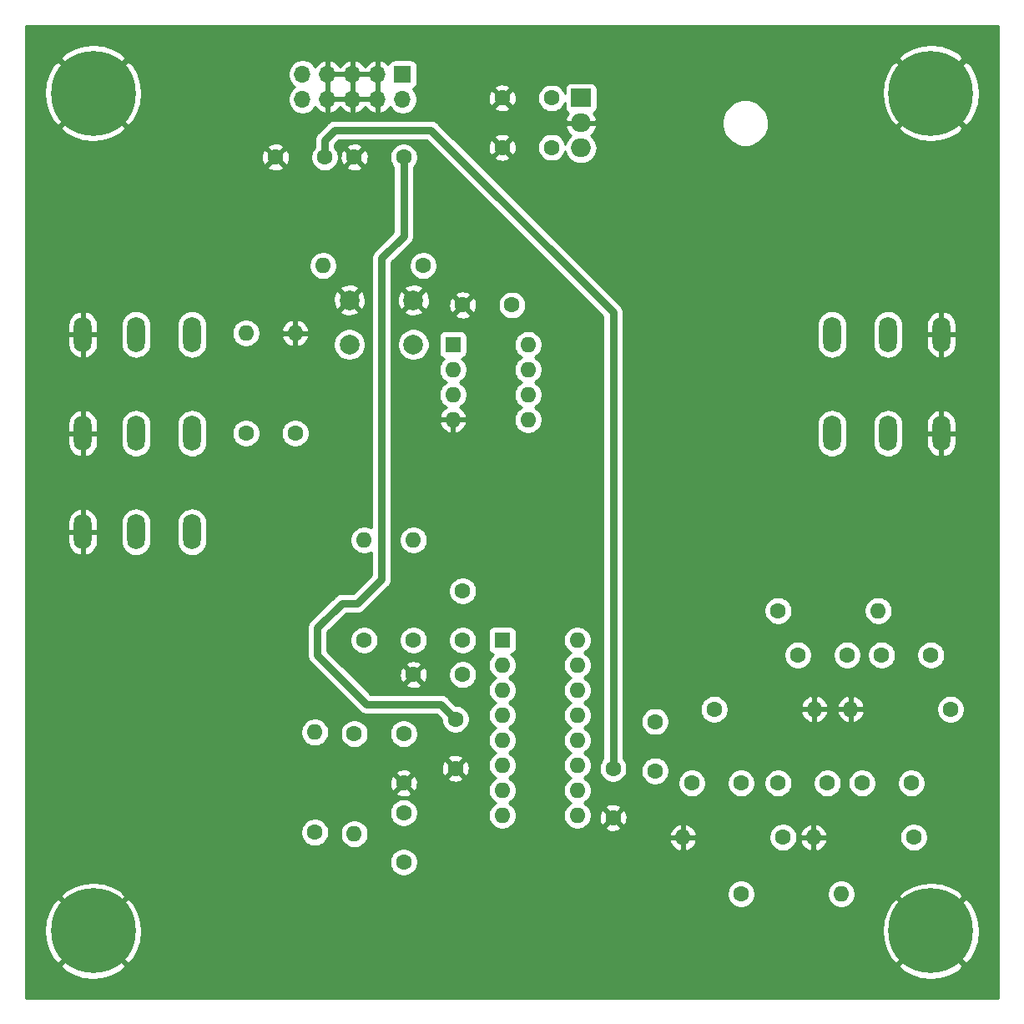
<source format=gbl>
G04 #@! TF.GenerationSoftware,KiCad,Pcbnew,(5.1.9)-1*
G04 #@! TF.CreationDate,2021-05-12T03:30:49-04:00*
G04 #@! TF.ProjectId,attiny_synth,61747469-6e79-45f7-9379-6e74682e6b69,rev?*
G04 #@! TF.SameCoordinates,Original*
G04 #@! TF.FileFunction,Copper,L2,Bot*
G04 #@! TF.FilePolarity,Positive*
%FSLAX46Y46*%
G04 Gerber Fmt 4.6, Leading zero omitted, Abs format (unit mm)*
G04 Created by KiCad (PCBNEW (5.1.9)-1) date 2021-05-12 03:30:49*
%MOMM*%
%LPD*%
G01*
G04 APERTURE LIST*
G04 #@! TA.AperFunction,ComponentPad*
%ADD10C,1.600000*%
G04 #@! TD*
G04 #@! TA.AperFunction,ComponentPad*
%ADD11C,0.900000*%
G04 #@! TD*
G04 #@! TA.AperFunction,ComponentPad*
%ADD12C,8.600000*%
G04 #@! TD*
G04 #@! TA.AperFunction,ComponentPad*
%ADD13O,1.600000X1.600000*%
G04 #@! TD*
G04 #@! TA.AperFunction,ComponentPad*
%ADD14R,1.600000X1.600000*%
G04 #@! TD*
G04 #@! TA.AperFunction,ComponentPad*
%ADD15O,2.000000X1.905000*%
G04 #@! TD*
G04 #@! TA.AperFunction,ComponentPad*
%ADD16R,2.000000X1.905000*%
G04 #@! TD*
G04 #@! TA.AperFunction,ComponentPad*
%ADD17C,2.000000*%
G04 #@! TD*
G04 #@! TA.AperFunction,ComponentPad*
%ADD18O,1.800000X3.600000*%
G04 #@! TD*
G04 #@! TA.AperFunction,ComponentPad*
%ADD19O,1.700000X1.700000*%
G04 #@! TD*
G04 #@! TA.AperFunction,ComponentPad*
%ADD20R,1.700000X1.700000*%
G04 #@! TD*
G04 #@! TA.AperFunction,Conductor*
%ADD21C,0.800000*%
G04 #@! TD*
G04 #@! TA.AperFunction,Conductor*
%ADD22C,0.254000*%
G04 #@! TD*
G04 #@! TA.AperFunction,Conductor*
%ADD23C,0.100000*%
G04 #@! TD*
G04 APERTURE END LIST*
D10*
X145250000Y-121000000D03*
X145250000Y-126000000D03*
X129250000Y-121000000D03*
X129250000Y-116000000D03*
X172500000Y-109500000D03*
X177500000Y-109500000D03*
X170500000Y-122500000D03*
X175500000Y-122500000D03*
X164000000Y-109500000D03*
X169000000Y-109500000D03*
X162000000Y-122500000D03*
X167000000Y-122500000D03*
X149500000Y-121250000D03*
X149500000Y-116250000D03*
X153250000Y-122500000D03*
X158250000Y-122500000D03*
X130000000Y-74000000D03*
X135000000Y-74000000D03*
X116000000Y-59000000D03*
X111000000Y-59000000D03*
X119000000Y-59000000D03*
X124000000Y-59000000D03*
X124000000Y-130500000D03*
X124000000Y-125500000D03*
X130000000Y-103000000D03*
X130000000Y-108000000D03*
X124000000Y-122500000D03*
X124000000Y-117500000D03*
X125000000Y-111500000D03*
X130000000Y-111500000D03*
X134000000Y-58000000D03*
X139000000Y-58000000D03*
X134000000Y-53000000D03*
X139000000Y-53000000D03*
D11*
X179780419Y-50219581D03*
X177500000Y-49275000D03*
X175219581Y-50219581D03*
X174275000Y-52500000D03*
X175219581Y-54780419D03*
X177500000Y-55725000D03*
X179780419Y-54780419D03*
X180725000Y-52500000D03*
D12*
X177500000Y-52500000D03*
D11*
X179780419Y-135219581D03*
X177500000Y-134275000D03*
X175219581Y-135219581D03*
X174275000Y-137500000D03*
X175219581Y-139780419D03*
X177500000Y-140725000D03*
X179780419Y-139780419D03*
X180725000Y-137500000D03*
D12*
X177500000Y-137500000D03*
D11*
X94780419Y-135219581D03*
X92500000Y-134275000D03*
X90219581Y-135219581D03*
X89275000Y-137500000D03*
X90219581Y-139780419D03*
X92500000Y-140725000D03*
X94780419Y-139780419D03*
X95725000Y-137500000D03*
D12*
X92500000Y-137500000D03*
D11*
X94780419Y-50219581D03*
X92500000Y-49275000D03*
X90219581Y-50219581D03*
X89275000Y-52500000D03*
X90219581Y-54780419D03*
X92500000Y-55725000D03*
X94780419Y-54780419D03*
X95725000Y-52500000D03*
D12*
X92500000Y-52500000D03*
D13*
X141620000Y-108000000D03*
X134000000Y-125780000D03*
X141620000Y-110540000D03*
X134000000Y-123240000D03*
X141620000Y-113080000D03*
X134000000Y-120700000D03*
X141620000Y-115620000D03*
X134000000Y-118160000D03*
X141620000Y-118160000D03*
X134000000Y-115620000D03*
X141620000Y-120700000D03*
X134000000Y-113080000D03*
X141620000Y-123240000D03*
X134000000Y-110540000D03*
X141620000Y-125780000D03*
D14*
X134000000Y-108000000D03*
D13*
X136620000Y-78000000D03*
X129000000Y-85620000D03*
X136620000Y-80540000D03*
X129000000Y-83080000D03*
X136620000Y-83080000D03*
X129000000Y-80540000D03*
X136620000Y-85620000D03*
D14*
X129000000Y-78000000D03*
D15*
X142000000Y-58080000D03*
X142000000Y-55540000D03*
D16*
X142000000Y-53000000D03*
D17*
X118500000Y-78000000D03*
X118500000Y-73500000D03*
X125000000Y-78000000D03*
X125000000Y-73500000D03*
D13*
X172160000Y-105000000D03*
D10*
X162000000Y-105000000D03*
D13*
X168410000Y-133750000D03*
D10*
X158250000Y-133750000D03*
D13*
X169340000Y-115000000D03*
D10*
X179500000Y-115000000D03*
D13*
X165590000Y-128000000D03*
D10*
X175750000Y-128000000D03*
D13*
X165660000Y-115000000D03*
D10*
X155500000Y-115000000D03*
D13*
X152340000Y-128000000D03*
D10*
X162500000Y-128000000D03*
D13*
X119000000Y-127660000D03*
D10*
X119000000Y-117500000D03*
D13*
X125000000Y-97840000D03*
D10*
X125000000Y-108000000D03*
D13*
X115000000Y-117340000D03*
D10*
X115000000Y-127500000D03*
D13*
X120000000Y-97840000D03*
D10*
X120000000Y-108000000D03*
D13*
X113000000Y-76840000D03*
D10*
X113000000Y-87000000D03*
D13*
X108000000Y-76840000D03*
D10*
X108000000Y-87000000D03*
D13*
X115840000Y-70000000D03*
D10*
X126000000Y-70000000D03*
D18*
X167450000Y-87000000D03*
X173150000Y-87000000D03*
X178550000Y-87000000D03*
X167450000Y-77000000D03*
X173150000Y-77000000D03*
X178550000Y-77000000D03*
X102550000Y-97000000D03*
X96850000Y-97000000D03*
X91450000Y-97000000D03*
X102550000Y-87000000D03*
X96850000Y-87000000D03*
X91450000Y-87000000D03*
X102550000Y-77000000D03*
X96850000Y-77000000D03*
X91450000Y-77000000D03*
D19*
X113750000Y-53130000D03*
X113750000Y-50590000D03*
X116290000Y-53130000D03*
X116290000Y-50590000D03*
X118830000Y-53130000D03*
X118830000Y-50590000D03*
X121370000Y-53130000D03*
X121370000Y-50590000D03*
X123910000Y-53130000D03*
D20*
X123910000Y-50590000D03*
D21*
X124000000Y-59000000D02*
X124000000Y-67000000D01*
X124000000Y-67000000D02*
X121750000Y-69250000D01*
X121750000Y-101822002D02*
X119322002Y-104250000D01*
X121750000Y-69250000D02*
X121750000Y-101822002D01*
X119322002Y-104250000D02*
X117750000Y-104250000D01*
X117750000Y-104250000D02*
X115250000Y-106750000D01*
X115250000Y-106750000D02*
X115250000Y-109500000D01*
X115250000Y-109500000D02*
X120250000Y-114500000D01*
X127750000Y-114500000D02*
X129250000Y-116000000D01*
X120250000Y-114500000D02*
X127750000Y-114500000D01*
X145250000Y-74750000D02*
X145250000Y-121000000D01*
X126750000Y-56250000D02*
X145250000Y-74750000D01*
X117000000Y-56250000D02*
X126750000Y-56250000D01*
X116000000Y-57250000D02*
X117000000Y-56250000D01*
X116000000Y-59000000D02*
X116000000Y-57250000D01*
D22*
X184340001Y-144340000D02*
X85660000Y-144340000D01*
X85660000Y-140982818D01*
X89196787Y-140982818D01*
X89688946Y-141585149D01*
X90539933Y-142055063D01*
X91466243Y-142349929D01*
X92432281Y-142458414D01*
X93400921Y-142376351D01*
X94334938Y-142106893D01*
X95198440Y-141660394D01*
X95311054Y-141585149D01*
X95803213Y-140982818D01*
X174196787Y-140982818D01*
X174688946Y-141585149D01*
X175539933Y-142055063D01*
X176466243Y-142349929D01*
X177432281Y-142458414D01*
X178400921Y-142376351D01*
X179334938Y-142106893D01*
X180198440Y-141660394D01*
X180311054Y-141585149D01*
X180803213Y-140982818D01*
X177500000Y-137679605D01*
X174196787Y-140982818D01*
X95803213Y-140982818D01*
X92500000Y-137679605D01*
X89196787Y-140982818D01*
X85660000Y-140982818D01*
X85660000Y-137432281D01*
X87541586Y-137432281D01*
X87623649Y-138400921D01*
X87893107Y-139334938D01*
X88339606Y-140198440D01*
X88414851Y-140311054D01*
X89017182Y-140803213D01*
X92320395Y-137500000D01*
X92679605Y-137500000D01*
X95982818Y-140803213D01*
X96585149Y-140311054D01*
X97055063Y-139460067D01*
X97349929Y-138533757D01*
X97458414Y-137567719D01*
X97446940Y-137432281D01*
X172541586Y-137432281D01*
X172623649Y-138400921D01*
X172893107Y-139334938D01*
X173339606Y-140198440D01*
X173414851Y-140311054D01*
X174017182Y-140803213D01*
X177320395Y-137500000D01*
X177679605Y-137500000D01*
X180982818Y-140803213D01*
X181585149Y-140311054D01*
X182055063Y-139460067D01*
X182349929Y-138533757D01*
X182458414Y-137567719D01*
X182376351Y-136599079D01*
X182106893Y-135665062D01*
X181660394Y-134801560D01*
X181585149Y-134688946D01*
X180982818Y-134196787D01*
X177679605Y-137500000D01*
X177320395Y-137500000D01*
X174017182Y-134196787D01*
X173414851Y-134688946D01*
X172944937Y-135539933D01*
X172650071Y-136466243D01*
X172541586Y-137432281D01*
X97446940Y-137432281D01*
X97376351Y-136599079D01*
X97106893Y-135665062D01*
X96660394Y-134801560D01*
X96585149Y-134688946D01*
X95982818Y-134196787D01*
X92679605Y-137500000D01*
X92320395Y-137500000D01*
X89017182Y-134196787D01*
X88414851Y-134688946D01*
X87944937Y-135539933D01*
X87650071Y-136466243D01*
X87541586Y-137432281D01*
X85660000Y-137432281D01*
X85660000Y-134017182D01*
X89196787Y-134017182D01*
X92500000Y-137320395D01*
X95803213Y-134017182D01*
X95469418Y-133608665D01*
X156815000Y-133608665D01*
X156815000Y-133891335D01*
X156870147Y-134168574D01*
X156978320Y-134429727D01*
X157135363Y-134664759D01*
X157335241Y-134864637D01*
X157570273Y-135021680D01*
X157831426Y-135129853D01*
X158108665Y-135185000D01*
X158391335Y-135185000D01*
X158668574Y-135129853D01*
X158929727Y-135021680D01*
X159164759Y-134864637D01*
X159364637Y-134664759D01*
X159521680Y-134429727D01*
X159629853Y-134168574D01*
X159685000Y-133891335D01*
X159685000Y-133608665D01*
X166975000Y-133608665D01*
X166975000Y-133891335D01*
X167030147Y-134168574D01*
X167138320Y-134429727D01*
X167295363Y-134664759D01*
X167495241Y-134864637D01*
X167730273Y-135021680D01*
X167991426Y-135129853D01*
X168268665Y-135185000D01*
X168551335Y-135185000D01*
X168828574Y-135129853D01*
X169089727Y-135021680D01*
X169324759Y-134864637D01*
X169524637Y-134664759D01*
X169681680Y-134429727D01*
X169789853Y-134168574D01*
X169819967Y-134017182D01*
X174196787Y-134017182D01*
X177500000Y-137320395D01*
X180803213Y-134017182D01*
X180311054Y-133414851D01*
X179460067Y-132944937D01*
X178533757Y-132650071D01*
X177567719Y-132541586D01*
X176599079Y-132623649D01*
X175665062Y-132893107D01*
X174801560Y-133339606D01*
X174688946Y-133414851D01*
X174196787Y-134017182D01*
X169819967Y-134017182D01*
X169845000Y-133891335D01*
X169845000Y-133608665D01*
X169789853Y-133331426D01*
X169681680Y-133070273D01*
X169524637Y-132835241D01*
X169324759Y-132635363D01*
X169089727Y-132478320D01*
X168828574Y-132370147D01*
X168551335Y-132315000D01*
X168268665Y-132315000D01*
X167991426Y-132370147D01*
X167730273Y-132478320D01*
X167495241Y-132635363D01*
X167295363Y-132835241D01*
X167138320Y-133070273D01*
X167030147Y-133331426D01*
X166975000Y-133608665D01*
X159685000Y-133608665D01*
X159629853Y-133331426D01*
X159521680Y-133070273D01*
X159364637Y-132835241D01*
X159164759Y-132635363D01*
X158929727Y-132478320D01*
X158668574Y-132370147D01*
X158391335Y-132315000D01*
X158108665Y-132315000D01*
X157831426Y-132370147D01*
X157570273Y-132478320D01*
X157335241Y-132635363D01*
X157135363Y-132835241D01*
X156978320Y-133070273D01*
X156870147Y-133331426D01*
X156815000Y-133608665D01*
X95469418Y-133608665D01*
X95311054Y-133414851D01*
X94460067Y-132944937D01*
X93533757Y-132650071D01*
X92567719Y-132541586D01*
X91599079Y-132623649D01*
X90665062Y-132893107D01*
X89801560Y-133339606D01*
X89688946Y-133414851D01*
X89196787Y-134017182D01*
X85660000Y-134017182D01*
X85660000Y-130358665D01*
X122565000Y-130358665D01*
X122565000Y-130641335D01*
X122620147Y-130918574D01*
X122728320Y-131179727D01*
X122885363Y-131414759D01*
X123085241Y-131614637D01*
X123320273Y-131771680D01*
X123581426Y-131879853D01*
X123858665Y-131935000D01*
X124141335Y-131935000D01*
X124418574Y-131879853D01*
X124679727Y-131771680D01*
X124914759Y-131614637D01*
X125114637Y-131414759D01*
X125271680Y-131179727D01*
X125379853Y-130918574D01*
X125435000Y-130641335D01*
X125435000Y-130358665D01*
X125379853Y-130081426D01*
X125271680Y-129820273D01*
X125114637Y-129585241D01*
X124914759Y-129385363D01*
X124679727Y-129228320D01*
X124418574Y-129120147D01*
X124141335Y-129065000D01*
X123858665Y-129065000D01*
X123581426Y-129120147D01*
X123320273Y-129228320D01*
X123085241Y-129385363D01*
X122885363Y-129585241D01*
X122728320Y-129820273D01*
X122620147Y-130081426D01*
X122565000Y-130358665D01*
X85660000Y-130358665D01*
X85660000Y-127358665D01*
X113565000Y-127358665D01*
X113565000Y-127641335D01*
X113620147Y-127918574D01*
X113728320Y-128179727D01*
X113885363Y-128414759D01*
X114085241Y-128614637D01*
X114320273Y-128771680D01*
X114581426Y-128879853D01*
X114858665Y-128935000D01*
X115141335Y-128935000D01*
X115418574Y-128879853D01*
X115679727Y-128771680D01*
X115914759Y-128614637D01*
X116114637Y-128414759D01*
X116271680Y-128179727D01*
X116379853Y-127918574D01*
X116435000Y-127641335D01*
X116435000Y-127518665D01*
X117565000Y-127518665D01*
X117565000Y-127801335D01*
X117620147Y-128078574D01*
X117728320Y-128339727D01*
X117885363Y-128574759D01*
X118085241Y-128774637D01*
X118320273Y-128931680D01*
X118581426Y-129039853D01*
X118858665Y-129095000D01*
X119141335Y-129095000D01*
X119418574Y-129039853D01*
X119679727Y-128931680D01*
X119914759Y-128774637D01*
X120114637Y-128574759D01*
X120265457Y-128349039D01*
X150948096Y-128349039D01*
X150988754Y-128483087D01*
X151108963Y-128737420D01*
X151276481Y-128963414D01*
X151484869Y-129152385D01*
X151726119Y-129297070D01*
X151990960Y-129391909D01*
X152213000Y-129270624D01*
X152213000Y-128127000D01*
X152467000Y-128127000D01*
X152467000Y-129270624D01*
X152689040Y-129391909D01*
X152953881Y-129297070D01*
X153195131Y-129152385D01*
X153403519Y-128963414D01*
X153571037Y-128737420D01*
X153691246Y-128483087D01*
X153731904Y-128349039D01*
X153609915Y-128127000D01*
X152467000Y-128127000D01*
X152213000Y-128127000D01*
X151070085Y-128127000D01*
X150948096Y-128349039D01*
X120265457Y-128349039D01*
X120271680Y-128339727D01*
X120379853Y-128078574D01*
X120435000Y-127801335D01*
X120435000Y-127650961D01*
X150948096Y-127650961D01*
X151070085Y-127873000D01*
X152213000Y-127873000D01*
X152213000Y-126729376D01*
X152467000Y-126729376D01*
X152467000Y-127873000D01*
X153609915Y-127873000D01*
X153617790Y-127858665D01*
X161065000Y-127858665D01*
X161065000Y-128141335D01*
X161120147Y-128418574D01*
X161228320Y-128679727D01*
X161385363Y-128914759D01*
X161585241Y-129114637D01*
X161820273Y-129271680D01*
X162081426Y-129379853D01*
X162358665Y-129435000D01*
X162641335Y-129435000D01*
X162918574Y-129379853D01*
X163179727Y-129271680D01*
X163414759Y-129114637D01*
X163614637Y-128914759D01*
X163771680Y-128679727D01*
X163879853Y-128418574D01*
X163893684Y-128349039D01*
X164198096Y-128349039D01*
X164238754Y-128483087D01*
X164358963Y-128737420D01*
X164526481Y-128963414D01*
X164734869Y-129152385D01*
X164976119Y-129297070D01*
X165240960Y-129391909D01*
X165463000Y-129270624D01*
X165463000Y-128127000D01*
X165717000Y-128127000D01*
X165717000Y-129270624D01*
X165939040Y-129391909D01*
X166203881Y-129297070D01*
X166445131Y-129152385D01*
X166653519Y-128963414D01*
X166821037Y-128737420D01*
X166941246Y-128483087D01*
X166981904Y-128349039D01*
X166859915Y-128127000D01*
X165717000Y-128127000D01*
X165463000Y-128127000D01*
X164320085Y-128127000D01*
X164198096Y-128349039D01*
X163893684Y-128349039D01*
X163935000Y-128141335D01*
X163935000Y-127858665D01*
X163893685Y-127650961D01*
X164198096Y-127650961D01*
X164320085Y-127873000D01*
X165463000Y-127873000D01*
X165463000Y-126729376D01*
X165717000Y-126729376D01*
X165717000Y-127873000D01*
X166859915Y-127873000D01*
X166867790Y-127858665D01*
X174315000Y-127858665D01*
X174315000Y-128141335D01*
X174370147Y-128418574D01*
X174478320Y-128679727D01*
X174635363Y-128914759D01*
X174835241Y-129114637D01*
X175070273Y-129271680D01*
X175331426Y-129379853D01*
X175608665Y-129435000D01*
X175891335Y-129435000D01*
X176168574Y-129379853D01*
X176429727Y-129271680D01*
X176664759Y-129114637D01*
X176864637Y-128914759D01*
X177021680Y-128679727D01*
X177129853Y-128418574D01*
X177185000Y-128141335D01*
X177185000Y-127858665D01*
X177129853Y-127581426D01*
X177021680Y-127320273D01*
X176864637Y-127085241D01*
X176664759Y-126885363D01*
X176429727Y-126728320D01*
X176168574Y-126620147D01*
X175891335Y-126565000D01*
X175608665Y-126565000D01*
X175331426Y-126620147D01*
X175070273Y-126728320D01*
X174835241Y-126885363D01*
X174635363Y-127085241D01*
X174478320Y-127320273D01*
X174370147Y-127581426D01*
X174315000Y-127858665D01*
X166867790Y-127858665D01*
X166981904Y-127650961D01*
X166941246Y-127516913D01*
X166821037Y-127262580D01*
X166653519Y-127036586D01*
X166445131Y-126847615D01*
X166203881Y-126702930D01*
X165939040Y-126608091D01*
X165717000Y-126729376D01*
X165463000Y-126729376D01*
X165240960Y-126608091D01*
X164976119Y-126702930D01*
X164734869Y-126847615D01*
X164526481Y-127036586D01*
X164358963Y-127262580D01*
X164238754Y-127516913D01*
X164198096Y-127650961D01*
X163893685Y-127650961D01*
X163879853Y-127581426D01*
X163771680Y-127320273D01*
X163614637Y-127085241D01*
X163414759Y-126885363D01*
X163179727Y-126728320D01*
X162918574Y-126620147D01*
X162641335Y-126565000D01*
X162358665Y-126565000D01*
X162081426Y-126620147D01*
X161820273Y-126728320D01*
X161585241Y-126885363D01*
X161385363Y-127085241D01*
X161228320Y-127320273D01*
X161120147Y-127581426D01*
X161065000Y-127858665D01*
X153617790Y-127858665D01*
X153731904Y-127650961D01*
X153691246Y-127516913D01*
X153571037Y-127262580D01*
X153403519Y-127036586D01*
X153195131Y-126847615D01*
X152953881Y-126702930D01*
X152689040Y-126608091D01*
X152467000Y-126729376D01*
X152213000Y-126729376D01*
X151990960Y-126608091D01*
X151726119Y-126702930D01*
X151484869Y-126847615D01*
X151276481Y-127036586D01*
X151108963Y-127262580D01*
X150988754Y-127516913D01*
X150948096Y-127650961D01*
X120435000Y-127650961D01*
X120435000Y-127518665D01*
X120379853Y-127241426D01*
X120271680Y-126980273D01*
X120114637Y-126745241D01*
X119914759Y-126545363D01*
X119679727Y-126388320D01*
X119418574Y-126280147D01*
X119141335Y-126225000D01*
X118858665Y-126225000D01*
X118581426Y-126280147D01*
X118320273Y-126388320D01*
X118085241Y-126545363D01*
X117885363Y-126745241D01*
X117728320Y-126980273D01*
X117620147Y-127241426D01*
X117565000Y-127518665D01*
X116435000Y-127518665D01*
X116435000Y-127358665D01*
X116379853Y-127081426D01*
X116271680Y-126820273D01*
X116114637Y-126585241D01*
X115914759Y-126385363D01*
X115679727Y-126228320D01*
X115418574Y-126120147D01*
X115141335Y-126065000D01*
X114858665Y-126065000D01*
X114581426Y-126120147D01*
X114320273Y-126228320D01*
X114085241Y-126385363D01*
X113885363Y-126585241D01*
X113728320Y-126820273D01*
X113620147Y-127081426D01*
X113565000Y-127358665D01*
X85660000Y-127358665D01*
X85660000Y-125358665D01*
X122565000Y-125358665D01*
X122565000Y-125641335D01*
X122620147Y-125918574D01*
X122728320Y-126179727D01*
X122885363Y-126414759D01*
X123085241Y-126614637D01*
X123320273Y-126771680D01*
X123581426Y-126879853D01*
X123858665Y-126935000D01*
X124141335Y-126935000D01*
X124418574Y-126879853D01*
X124679727Y-126771680D01*
X124914759Y-126614637D01*
X125114637Y-126414759D01*
X125271680Y-126179727D01*
X125379853Y-125918574D01*
X125435000Y-125641335D01*
X125435000Y-125358665D01*
X125379853Y-125081426D01*
X125271680Y-124820273D01*
X125114637Y-124585241D01*
X124914759Y-124385363D01*
X124679727Y-124228320D01*
X124418574Y-124120147D01*
X124141335Y-124065000D01*
X123858665Y-124065000D01*
X123581426Y-124120147D01*
X123320273Y-124228320D01*
X123085241Y-124385363D01*
X122885363Y-124585241D01*
X122728320Y-124820273D01*
X122620147Y-125081426D01*
X122565000Y-125358665D01*
X85660000Y-125358665D01*
X85660000Y-123492702D01*
X123186903Y-123492702D01*
X123258486Y-123736671D01*
X123513996Y-123857571D01*
X123788184Y-123926300D01*
X124070512Y-123940217D01*
X124350130Y-123898787D01*
X124616292Y-123803603D01*
X124741514Y-123736671D01*
X124813097Y-123492702D01*
X124000000Y-122679605D01*
X123186903Y-123492702D01*
X85660000Y-123492702D01*
X85660000Y-122570512D01*
X122559783Y-122570512D01*
X122601213Y-122850130D01*
X122696397Y-123116292D01*
X122763329Y-123241514D01*
X123007298Y-123313097D01*
X123820395Y-122500000D01*
X124179605Y-122500000D01*
X124992702Y-123313097D01*
X125236671Y-123241514D01*
X125357571Y-122986004D01*
X125426300Y-122711816D01*
X125440217Y-122429488D01*
X125398787Y-122149870D01*
X125342582Y-121992702D01*
X128436903Y-121992702D01*
X128508486Y-122236671D01*
X128763996Y-122357571D01*
X129038184Y-122426300D01*
X129320512Y-122440217D01*
X129600130Y-122398787D01*
X129866292Y-122303603D01*
X129991514Y-122236671D01*
X130063097Y-121992702D01*
X129250000Y-121179605D01*
X128436903Y-121992702D01*
X125342582Y-121992702D01*
X125303603Y-121883708D01*
X125236671Y-121758486D01*
X124992702Y-121686903D01*
X124179605Y-122500000D01*
X123820395Y-122500000D01*
X123007298Y-121686903D01*
X122763329Y-121758486D01*
X122642429Y-122013996D01*
X122573700Y-122288184D01*
X122559783Y-122570512D01*
X85660000Y-122570512D01*
X85660000Y-121507298D01*
X123186903Y-121507298D01*
X124000000Y-122320395D01*
X124813097Y-121507298D01*
X124741514Y-121263329D01*
X124486004Y-121142429D01*
X124211816Y-121073700D01*
X124147143Y-121070512D01*
X127809783Y-121070512D01*
X127851213Y-121350130D01*
X127946397Y-121616292D01*
X128013329Y-121741514D01*
X128257298Y-121813097D01*
X129070395Y-121000000D01*
X129429605Y-121000000D01*
X130242702Y-121813097D01*
X130486671Y-121741514D01*
X130607571Y-121486004D01*
X130676300Y-121211816D01*
X130690217Y-120929488D01*
X130648787Y-120649870D01*
X130553603Y-120383708D01*
X130486671Y-120258486D01*
X130242702Y-120186903D01*
X129429605Y-121000000D01*
X129070395Y-121000000D01*
X128257298Y-120186903D01*
X128013329Y-120258486D01*
X127892429Y-120513996D01*
X127823700Y-120788184D01*
X127809783Y-121070512D01*
X124147143Y-121070512D01*
X123929488Y-121059783D01*
X123649870Y-121101213D01*
X123383708Y-121196397D01*
X123258486Y-121263329D01*
X123186903Y-121507298D01*
X85660000Y-121507298D01*
X85660000Y-120007298D01*
X128436903Y-120007298D01*
X129250000Y-120820395D01*
X130063097Y-120007298D01*
X129991514Y-119763329D01*
X129736004Y-119642429D01*
X129461816Y-119573700D01*
X129179488Y-119559783D01*
X128899870Y-119601213D01*
X128633708Y-119696397D01*
X128508486Y-119763329D01*
X128436903Y-120007298D01*
X85660000Y-120007298D01*
X85660000Y-117198665D01*
X113565000Y-117198665D01*
X113565000Y-117481335D01*
X113620147Y-117758574D01*
X113728320Y-118019727D01*
X113885363Y-118254759D01*
X114085241Y-118454637D01*
X114320273Y-118611680D01*
X114581426Y-118719853D01*
X114858665Y-118775000D01*
X115141335Y-118775000D01*
X115418574Y-118719853D01*
X115679727Y-118611680D01*
X115914759Y-118454637D01*
X116114637Y-118254759D01*
X116271680Y-118019727D01*
X116379853Y-117758574D01*
X116435000Y-117481335D01*
X116435000Y-117358665D01*
X117565000Y-117358665D01*
X117565000Y-117641335D01*
X117620147Y-117918574D01*
X117728320Y-118179727D01*
X117885363Y-118414759D01*
X118085241Y-118614637D01*
X118320273Y-118771680D01*
X118581426Y-118879853D01*
X118858665Y-118935000D01*
X119141335Y-118935000D01*
X119418574Y-118879853D01*
X119679727Y-118771680D01*
X119914759Y-118614637D01*
X120114637Y-118414759D01*
X120271680Y-118179727D01*
X120379853Y-117918574D01*
X120435000Y-117641335D01*
X120435000Y-117358665D01*
X122565000Y-117358665D01*
X122565000Y-117641335D01*
X122620147Y-117918574D01*
X122728320Y-118179727D01*
X122885363Y-118414759D01*
X123085241Y-118614637D01*
X123320273Y-118771680D01*
X123581426Y-118879853D01*
X123858665Y-118935000D01*
X124141335Y-118935000D01*
X124418574Y-118879853D01*
X124679727Y-118771680D01*
X124914759Y-118614637D01*
X125114637Y-118414759D01*
X125271680Y-118179727D01*
X125379853Y-117918574D01*
X125435000Y-117641335D01*
X125435000Y-117358665D01*
X125379853Y-117081426D01*
X125271680Y-116820273D01*
X125114637Y-116585241D01*
X124914759Y-116385363D01*
X124679727Y-116228320D01*
X124418574Y-116120147D01*
X124141335Y-116065000D01*
X123858665Y-116065000D01*
X123581426Y-116120147D01*
X123320273Y-116228320D01*
X123085241Y-116385363D01*
X122885363Y-116585241D01*
X122728320Y-116820273D01*
X122620147Y-117081426D01*
X122565000Y-117358665D01*
X120435000Y-117358665D01*
X120379853Y-117081426D01*
X120271680Y-116820273D01*
X120114637Y-116585241D01*
X119914759Y-116385363D01*
X119679727Y-116228320D01*
X119418574Y-116120147D01*
X119141335Y-116065000D01*
X118858665Y-116065000D01*
X118581426Y-116120147D01*
X118320273Y-116228320D01*
X118085241Y-116385363D01*
X117885363Y-116585241D01*
X117728320Y-116820273D01*
X117620147Y-117081426D01*
X117565000Y-117358665D01*
X116435000Y-117358665D01*
X116435000Y-117198665D01*
X116379853Y-116921426D01*
X116271680Y-116660273D01*
X116114637Y-116425241D01*
X115914759Y-116225363D01*
X115679727Y-116068320D01*
X115418574Y-115960147D01*
X115141335Y-115905000D01*
X114858665Y-115905000D01*
X114581426Y-115960147D01*
X114320273Y-116068320D01*
X114085241Y-116225363D01*
X113885363Y-116425241D01*
X113728320Y-116660273D01*
X113620147Y-116921426D01*
X113565000Y-117198665D01*
X85660000Y-117198665D01*
X85660000Y-106750000D01*
X114209994Y-106750000D01*
X114215000Y-106800828D01*
X114215001Y-109449162D01*
X114209994Y-109500000D01*
X114229977Y-109702895D01*
X114289160Y-109897993D01*
X114385266Y-110077797D01*
X114482197Y-110195907D01*
X114514605Y-110235396D01*
X114554093Y-110267803D01*
X119482196Y-115195907D01*
X119514604Y-115235396D01*
X119554092Y-115267803D01*
X119672202Y-115364734D01*
X119768309Y-115416104D01*
X119852007Y-115460841D01*
X120047105Y-115520024D01*
X120199162Y-115535000D01*
X120199165Y-115535000D01*
X120250000Y-115540007D01*
X120300835Y-115535000D01*
X127321290Y-115535000D01*
X127815000Y-116028711D01*
X127815000Y-116141335D01*
X127870147Y-116418574D01*
X127978320Y-116679727D01*
X128135363Y-116914759D01*
X128335241Y-117114637D01*
X128570273Y-117271680D01*
X128831426Y-117379853D01*
X129108665Y-117435000D01*
X129391335Y-117435000D01*
X129668574Y-117379853D01*
X129929727Y-117271680D01*
X130164759Y-117114637D01*
X130364637Y-116914759D01*
X130521680Y-116679727D01*
X130629853Y-116418574D01*
X130685000Y-116141335D01*
X130685000Y-115858665D01*
X130629853Y-115581426D01*
X130521680Y-115320273D01*
X130364637Y-115085241D01*
X130164759Y-114885363D01*
X129929727Y-114728320D01*
X129668574Y-114620147D01*
X129391335Y-114565000D01*
X129278711Y-114565000D01*
X128517807Y-113804097D01*
X128485396Y-113764604D01*
X128327797Y-113635266D01*
X128147993Y-113539159D01*
X127952895Y-113479976D01*
X127800838Y-113465000D01*
X127800828Y-113465000D01*
X127750000Y-113459994D01*
X127699172Y-113465000D01*
X120678711Y-113465000D01*
X119706413Y-112492702D01*
X124186903Y-112492702D01*
X124258486Y-112736671D01*
X124513996Y-112857571D01*
X124788184Y-112926300D01*
X125070512Y-112940217D01*
X125350130Y-112898787D01*
X125616292Y-112803603D01*
X125741514Y-112736671D01*
X125813097Y-112492702D01*
X125000000Y-111679605D01*
X124186903Y-112492702D01*
X119706413Y-112492702D01*
X118784223Y-111570512D01*
X123559783Y-111570512D01*
X123601213Y-111850130D01*
X123696397Y-112116292D01*
X123763329Y-112241514D01*
X124007298Y-112313097D01*
X124820395Y-111500000D01*
X125179605Y-111500000D01*
X125992702Y-112313097D01*
X126236671Y-112241514D01*
X126357571Y-111986004D01*
X126426300Y-111711816D01*
X126440217Y-111429488D01*
X126429724Y-111358665D01*
X128565000Y-111358665D01*
X128565000Y-111641335D01*
X128620147Y-111918574D01*
X128728320Y-112179727D01*
X128885363Y-112414759D01*
X129085241Y-112614637D01*
X129320273Y-112771680D01*
X129581426Y-112879853D01*
X129858665Y-112935000D01*
X130141335Y-112935000D01*
X130418574Y-112879853D01*
X130679727Y-112771680D01*
X130914759Y-112614637D01*
X131114637Y-112414759D01*
X131271680Y-112179727D01*
X131379853Y-111918574D01*
X131435000Y-111641335D01*
X131435000Y-111358665D01*
X131379853Y-111081426D01*
X131271680Y-110820273D01*
X131114637Y-110585241D01*
X130914759Y-110385363D01*
X130679727Y-110228320D01*
X130418574Y-110120147D01*
X130141335Y-110065000D01*
X129858665Y-110065000D01*
X129581426Y-110120147D01*
X129320273Y-110228320D01*
X129085241Y-110385363D01*
X128885363Y-110585241D01*
X128728320Y-110820273D01*
X128620147Y-111081426D01*
X128565000Y-111358665D01*
X126429724Y-111358665D01*
X126398787Y-111149870D01*
X126303603Y-110883708D01*
X126236671Y-110758486D01*
X125992702Y-110686903D01*
X125179605Y-111500000D01*
X124820395Y-111500000D01*
X124007298Y-110686903D01*
X123763329Y-110758486D01*
X123642429Y-111013996D01*
X123573700Y-111288184D01*
X123559783Y-111570512D01*
X118784223Y-111570512D01*
X117721009Y-110507298D01*
X124186903Y-110507298D01*
X125000000Y-111320395D01*
X125813097Y-110507298D01*
X125741514Y-110263329D01*
X125486004Y-110142429D01*
X125211816Y-110073700D01*
X124929488Y-110059783D01*
X124649870Y-110101213D01*
X124383708Y-110196397D01*
X124258486Y-110263329D01*
X124186903Y-110507298D01*
X117721009Y-110507298D01*
X116285000Y-109071290D01*
X116285000Y-107858665D01*
X118565000Y-107858665D01*
X118565000Y-108141335D01*
X118620147Y-108418574D01*
X118728320Y-108679727D01*
X118885363Y-108914759D01*
X119085241Y-109114637D01*
X119320273Y-109271680D01*
X119581426Y-109379853D01*
X119858665Y-109435000D01*
X120141335Y-109435000D01*
X120418574Y-109379853D01*
X120679727Y-109271680D01*
X120914759Y-109114637D01*
X121114637Y-108914759D01*
X121271680Y-108679727D01*
X121379853Y-108418574D01*
X121435000Y-108141335D01*
X121435000Y-107858665D01*
X123565000Y-107858665D01*
X123565000Y-108141335D01*
X123620147Y-108418574D01*
X123728320Y-108679727D01*
X123885363Y-108914759D01*
X124085241Y-109114637D01*
X124320273Y-109271680D01*
X124581426Y-109379853D01*
X124858665Y-109435000D01*
X125141335Y-109435000D01*
X125418574Y-109379853D01*
X125679727Y-109271680D01*
X125914759Y-109114637D01*
X126114637Y-108914759D01*
X126271680Y-108679727D01*
X126379853Y-108418574D01*
X126435000Y-108141335D01*
X126435000Y-107858665D01*
X128565000Y-107858665D01*
X128565000Y-108141335D01*
X128620147Y-108418574D01*
X128728320Y-108679727D01*
X128885363Y-108914759D01*
X129085241Y-109114637D01*
X129320273Y-109271680D01*
X129581426Y-109379853D01*
X129858665Y-109435000D01*
X130141335Y-109435000D01*
X130418574Y-109379853D01*
X130679727Y-109271680D01*
X130914759Y-109114637D01*
X131114637Y-108914759D01*
X131271680Y-108679727D01*
X131379853Y-108418574D01*
X131435000Y-108141335D01*
X131435000Y-107858665D01*
X131379853Y-107581426D01*
X131271680Y-107320273D01*
X131191317Y-107200000D01*
X132561928Y-107200000D01*
X132561928Y-108800000D01*
X132574188Y-108924482D01*
X132610498Y-109044180D01*
X132669463Y-109154494D01*
X132748815Y-109251185D01*
X132845506Y-109330537D01*
X132955820Y-109389502D01*
X133075518Y-109425812D01*
X133083961Y-109426643D01*
X132885363Y-109625241D01*
X132728320Y-109860273D01*
X132620147Y-110121426D01*
X132565000Y-110398665D01*
X132565000Y-110681335D01*
X132620147Y-110958574D01*
X132728320Y-111219727D01*
X132885363Y-111454759D01*
X133085241Y-111654637D01*
X133317759Y-111810000D01*
X133085241Y-111965363D01*
X132885363Y-112165241D01*
X132728320Y-112400273D01*
X132620147Y-112661426D01*
X132565000Y-112938665D01*
X132565000Y-113221335D01*
X132620147Y-113498574D01*
X132728320Y-113759727D01*
X132885363Y-113994759D01*
X133085241Y-114194637D01*
X133317759Y-114350000D01*
X133085241Y-114505363D01*
X132885363Y-114705241D01*
X132728320Y-114940273D01*
X132620147Y-115201426D01*
X132565000Y-115478665D01*
X132565000Y-115761335D01*
X132620147Y-116038574D01*
X132728320Y-116299727D01*
X132885363Y-116534759D01*
X133085241Y-116734637D01*
X133317759Y-116890000D01*
X133085241Y-117045363D01*
X132885363Y-117245241D01*
X132728320Y-117480273D01*
X132620147Y-117741426D01*
X132565000Y-118018665D01*
X132565000Y-118301335D01*
X132620147Y-118578574D01*
X132728320Y-118839727D01*
X132885363Y-119074759D01*
X133085241Y-119274637D01*
X133317759Y-119430000D01*
X133085241Y-119585363D01*
X132885363Y-119785241D01*
X132728320Y-120020273D01*
X132620147Y-120281426D01*
X132565000Y-120558665D01*
X132565000Y-120841335D01*
X132620147Y-121118574D01*
X132728320Y-121379727D01*
X132885363Y-121614759D01*
X133085241Y-121814637D01*
X133317759Y-121970000D01*
X133085241Y-122125363D01*
X132885363Y-122325241D01*
X132728320Y-122560273D01*
X132620147Y-122821426D01*
X132565000Y-123098665D01*
X132565000Y-123381335D01*
X132620147Y-123658574D01*
X132728320Y-123919727D01*
X132885363Y-124154759D01*
X133085241Y-124354637D01*
X133317759Y-124510000D01*
X133085241Y-124665363D01*
X132885363Y-124865241D01*
X132728320Y-125100273D01*
X132620147Y-125361426D01*
X132565000Y-125638665D01*
X132565000Y-125921335D01*
X132620147Y-126198574D01*
X132728320Y-126459727D01*
X132885363Y-126694759D01*
X133085241Y-126894637D01*
X133320273Y-127051680D01*
X133581426Y-127159853D01*
X133858665Y-127215000D01*
X134141335Y-127215000D01*
X134418574Y-127159853D01*
X134679727Y-127051680D01*
X134914759Y-126894637D01*
X135114637Y-126694759D01*
X135271680Y-126459727D01*
X135379853Y-126198574D01*
X135435000Y-125921335D01*
X135435000Y-125638665D01*
X135379853Y-125361426D01*
X135271680Y-125100273D01*
X135114637Y-124865241D01*
X134914759Y-124665363D01*
X134682241Y-124510000D01*
X134914759Y-124354637D01*
X135114637Y-124154759D01*
X135271680Y-123919727D01*
X135379853Y-123658574D01*
X135435000Y-123381335D01*
X135435000Y-123098665D01*
X135379853Y-122821426D01*
X135271680Y-122560273D01*
X135114637Y-122325241D01*
X134914759Y-122125363D01*
X134682241Y-121970000D01*
X134914759Y-121814637D01*
X135114637Y-121614759D01*
X135271680Y-121379727D01*
X135379853Y-121118574D01*
X135435000Y-120841335D01*
X135435000Y-120558665D01*
X135379853Y-120281426D01*
X135271680Y-120020273D01*
X135114637Y-119785241D01*
X134914759Y-119585363D01*
X134682241Y-119430000D01*
X134914759Y-119274637D01*
X135114637Y-119074759D01*
X135271680Y-118839727D01*
X135379853Y-118578574D01*
X135435000Y-118301335D01*
X135435000Y-118018665D01*
X135379853Y-117741426D01*
X135271680Y-117480273D01*
X135114637Y-117245241D01*
X134914759Y-117045363D01*
X134682241Y-116890000D01*
X134914759Y-116734637D01*
X135114637Y-116534759D01*
X135271680Y-116299727D01*
X135379853Y-116038574D01*
X135435000Y-115761335D01*
X135435000Y-115478665D01*
X135379853Y-115201426D01*
X135271680Y-114940273D01*
X135114637Y-114705241D01*
X134914759Y-114505363D01*
X134682241Y-114350000D01*
X134914759Y-114194637D01*
X135114637Y-113994759D01*
X135271680Y-113759727D01*
X135379853Y-113498574D01*
X135435000Y-113221335D01*
X135435000Y-112938665D01*
X135379853Y-112661426D01*
X135271680Y-112400273D01*
X135114637Y-112165241D01*
X134914759Y-111965363D01*
X134682241Y-111810000D01*
X134914759Y-111654637D01*
X135114637Y-111454759D01*
X135271680Y-111219727D01*
X135379853Y-110958574D01*
X135435000Y-110681335D01*
X135435000Y-110398665D01*
X135379853Y-110121426D01*
X135271680Y-109860273D01*
X135114637Y-109625241D01*
X134916039Y-109426643D01*
X134924482Y-109425812D01*
X135044180Y-109389502D01*
X135154494Y-109330537D01*
X135251185Y-109251185D01*
X135330537Y-109154494D01*
X135389502Y-109044180D01*
X135425812Y-108924482D01*
X135438072Y-108800000D01*
X135438072Y-107858665D01*
X140185000Y-107858665D01*
X140185000Y-108141335D01*
X140240147Y-108418574D01*
X140348320Y-108679727D01*
X140505363Y-108914759D01*
X140705241Y-109114637D01*
X140937759Y-109270000D01*
X140705241Y-109425363D01*
X140505363Y-109625241D01*
X140348320Y-109860273D01*
X140240147Y-110121426D01*
X140185000Y-110398665D01*
X140185000Y-110681335D01*
X140240147Y-110958574D01*
X140348320Y-111219727D01*
X140505363Y-111454759D01*
X140705241Y-111654637D01*
X140937759Y-111810000D01*
X140705241Y-111965363D01*
X140505363Y-112165241D01*
X140348320Y-112400273D01*
X140240147Y-112661426D01*
X140185000Y-112938665D01*
X140185000Y-113221335D01*
X140240147Y-113498574D01*
X140348320Y-113759727D01*
X140505363Y-113994759D01*
X140705241Y-114194637D01*
X140937759Y-114350000D01*
X140705241Y-114505363D01*
X140505363Y-114705241D01*
X140348320Y-114940273D01*
X140240147Y-115201426D01*
X140185000Y-115478665D01*
X140185000Y-115761335D01*
X140240147Y-116038574D01*
X140348320Y-116299727D01*
X140505363Y-116534759D01*
X140705241Y-116734637D01*
X140937759Y-116890000D01*
X140705241Y-117045363D01*
X140505363Y-117245241D01*
X140348320Y-117480273D01*
X140240147Y-117741426D01*
X140185000Y-118018665D01*
X140185000Y-118301335D01*
X140240147Y-118578574D01*
X140348320Y-118839727D01*
X140505363Y-119074759D01*
X140705241Y-119274637D01*
X140937759Y-119430000D01*
X140705241Y-119585363D01*
X140505363Y-119785241D01*
X140348320Y-120020273D01*
X140240147Y-120281426D01*
X140185000Y-120558665D01*
X140185000Y-120841335D01*
X140240147Y-121118574D01*
X140348320Y-121379727D01*
X140505363Y-121614759D01*
X140705241Y-121814637D01*
X140937759Y-121970000D01*
X140705241Y-122125363D01*
X140505363Y-122325241D01*
X140348320Y-122560273D01*
X140240147Y-122821426D01*
X140185000Y-123098665D01*
X140185000Y-123381335D01*
X140240147Y-123658574D01*
X140348320Y-123919727D01*
X140505363Y-124154759D01*
X140705241Y-124354637D01*
X140937759Y-124510000D01*
X140705241Y-124665363D01*
X140505363Y-124865241D01*
X140348320Y-125100273D01*
X140240147Y-125361426D01*
X140185000Y-125638665D01*
X140185000Y-125921335D01*
X140240147Y-126198574D01*
X140348320Y-126459727D01*
X140505363Y-126694759D01*
X140705241Y-126894637D01*
X140940273Y-127051680D01*
X141201426Y-127159853D01*
X141478665Y-127215000D01*
X141761335Y-127215000D01*
X142038574Y-127159853D01*
X142299727Y-127051680D01*
X142387994Y-126992702D01*
X144436903Y-126992702D01*
X144508486Y-127236671D01*
X144763996Y-127357571D01*
X145038184Y-127426300D01*
X145320512Y-127440217D01*
X145600130Y-127398787D01*
X145866292Y-127303603D01*
X145991514Y-127236671D01*
X146063097Y-126992702D01*
X145250000Y-126179605D01*
X144436903Y-126992702D01*
X142387994Y-126992702D01*
X142534759Y-126894637D01*
X142734637Y-126694759D01*
X142891680Y-126459727D01*
X142999853Y-126198574D01*
X143025326Y-126070512D01*
X143809783Y-126070512D01*
X143851213Y-126350130D01*
X143946397Y-126616292D01*
X144013329Y-126741514D01*
X144257298Y-126813097D01*
X145070395Y-126000000D01*
X145429605Y-126000000D01*
X146242702Y-126813097D01*
X146486671Y-126741514D01*
X146607571Y-126486004D01*
X146676300Y-126211816D01*
X146690217Y-125929488D01*
X146648787Y-125649870D01*
X146553603Y-125383708D01*
X146486671Y-125258486D01*
X146242702Y-125186903D01*
X145429605Y-126000000D01*
X145070395Y-126000000D01*
X144257298Y-125186903D01*
X144013329Y-125258486D01*
X143892429Y-125513996D01*
X143823700Y-125788184D01*
X143809783Y-126070512D01*
X143025326Y-126070512D01*
X143055000Y-125921335D01*
X143055000Y-125638665D01*
X142999853Y-125361426D01*
X142891680Y-125100273D01*
X142829557Y-125007298D01*
X144436903Y-125007298D01*
X145250000Y-125820395D01*
X146063097Y-125007298D01*
X145991514Y-124763329D01*
X145736004Y-124642429D01*
X145461816Y-124573700D01*
X145179488Y-124559783D01*
X144899870Y-124601213D01*
X144633708Y-124696397D01*
X144508486Y-124763329D01*
X144436903Y-125007298D01*
X142829557Y-125007298D01*
X142734637Y-124865241D01*
X142534759Y-124665363D01*
X142302241Y-124510000D01*
X142534759Y-124354637D01*
X142734637Y-124154759D01*
X142891680Y-123919727D01*
X142999853Y-123658574D01*
X143055000Y-123381335D01*
X143055000Y-123098665D01*
X142999853Y-122821426D01*
X142891680Y-122560273D01*
X142734637Y-122325241D01*
X142534759Y-122125363D01*
X142302241Y-121970000D01*
X142534759Y-121814637D01*
X142734637Y-121614759D01*
X142891680Y-121379727D01*
X142999853Y-121118574D01*
X143055000Y-120841335D01*
X143055000Y-120558665D01*
X142999853Y-120281426D01*
X142891680Y-120020273D01*
X142734637Y-119785241D01*
X142534759Y-119585363D01*
X142302241Y-119430000D01*
X142534759Y-119274637D01*
X142734637Y-119074759D01*
X142891680Y-118839727D01*
X142999853Y-118578574D01*
X143055000Y-118301335D01*
X143055000Y-118018665D01*
X142999853Y-117741426D01*
X142891680Y-117480273D01*
X142734637Y-117245241D01*
X142534759Y-117045363D01*
X142302241Y-116890000D01*
X142534759Y-116734637D01*
X142734637Y-116534759D01*
X142891680Y-116299727D01*
X142999853Y-116038574D01*
X143055000Y-115761335D01*
X143055000Y-115478665D01*
X142999853Y-115201426D01*
X142891680Y-114940273D01*
X142734637Y-114705241D01*
X142534759Y-114505363D01*
X142302241Y-114350000D01*
X142534759Y-114194637D01*
X142734637Y-113994759D01*
X142891680Y-113759727D01*
X142999853Y-113498574D01*
X143055000Y-113221335D01*
X143055000Y-112938665D01*
X142999853Y-112661426D01*
X142891680Y-112400273D01*
X142734637Y-112165241D01*
X142534759Y-111965363D01*
X142302241Y-111810000D01*
X142534759Y-111654637D01*
X142734637Y-111454759D01*
X142891680Y-111219727D01*
X142999853Y-110958574D01*
X143055000Y-110681335D01*
X143055000Y-110398665D01*
X142999853Y-110121426D01*
X142891680Y-109860273D01*
X142734637Y-109625241D01*
X142534759Y-109425363D01*
X142302241Y-109270000D01*
X142534759Y-109114637D01*
X142734637Y-108914759D01*
X142891680Y-108679727D01*
X142999853Y-108418574D01*
X143055000Y-108141335D01*
X143055000Y-107858665D01*
X142999853Y-107581426D01*
X142891680Y-107320273D01*
X142734637Y-107085241D01*
X142534759Y-106885363D01*
X142299727Y-106728320D01*
X142038574Y-106620147D01*
X141761335Y-106565000D01*
X141478665Y-106565000D01*
X141201426Y-106620147D01*
X140940273Y-106728320D01*
X140705241Y-106885363D01*
X140505363Y-107085241D01*
X140348320Y-107320273D01*
X140240147Y-107581426D01*
X140185000Y-107858665D01*
X135438072Y-107858665D01*
X135438072Y-107200000D01*
X135425812Y-107075518D01*
X135389502Y-106955820D01*
X135330537Y-106845506D01*
X135251185Y-106748815D01*
X135154494Y-106669463D01*
X135044180Y-106610498D01*
X134924482Y-106574188D01*
X134800000Y-106561928D01*
X133200000Y-106561928D01*
X133075518Y-106574188D01*
X132955820Y-106610498D01*
X132845506Y-106669463D01*
X132748815Y-106748815D01*
X132669463Y-106845506D01*
X132610498Y-106955820D01*
X132574188Y-107075518D01*
X132561928Y-107200000D01*
X131191317Y-107200000D01*
X131114637Y-107085241D01*
X130914759Y-106885363D01*
X130679727Y-106728320D01*
X130418574Y-106620147D01*
X130141335Y-106565000D01*
X129858665Y-106565000D01*
X129581426Y-106620147D01*
X129320273Y-106728320D01*
X129085241Y-106885363D01*
X128885363Y-107085241D01*
X128728320Y-107320273D01*
X128620147Y-107581426D01*
X128565000Y-107858665D01*
X126435000Y-107858665D01*
X126379853Y-107581426D01*
X126271680Y-107320273D01*
X126114637Y-107085241D01*
X125914759Y-106885363D01*
X125679727Y-106728320D01*
X125418574Y-106620147D01*
X125141335Y-106565000D01*
X124858665Y-106565000D01*
X124581426Y-106620147D01*
X124320273Y-106728320D01*
X124085241Y-106885363D01*
X123885363Y-107085241D01*
X123728320Y-107320273D01*
X123620147Y-107581426D01*
X123565000Y-107858665D01*
X121435000Y-107858665D01*
X121379853Y-107581426D01*
X121271680Y-107320273D01*
X121114637Y-107085241D01*
X120914759Y-106885363D01*
X120679727Y-106728320D01*
X120418574Y-106620147D01*
X120141335Y-106565000D01*
X119858665Y-106565000D01*
X119581426Y-106620147D01*
X119320273Y-106728320D01*
X119085241Y-106885363D01*
X118885363Y-107085241D01*
X118728320Y-107320273D01*
X118620147Y-107581426D01*
X118565000Y-107858665D01*
X116285000Y-107858665D01*
X116285000Y-107178710D01*
X118178711Y-105285000D01*
X119271174Y-105285000D01*
X119322002Y-105290006D01*
X119372830Y-105285000D01*
X119372840Y-105285000D01*
X119524897Y-105270024D01*
X119719995Y-105210841D01*
X119899799Y-105114734D01*
X120057398Y-104985396D01*
X120089809Y-104945903D01*
X122177047Y-102858665D01*
X128565000Y-102858665D01*
X128565000Y-103141335D01*
X128620147Y-103418574D01*
X128728320Y-103679727D01*
X128885363Y-103914759D01*
X129085241Y-104114637D01*
X129320273Y-104271680D01*
X129581426Y-104379853D01*
X129858665Y-104435000D01*
X130141335Y-104435000D01*
X130418574Y-104379853D01*
X130679727Y-104271680D01*
X130914759Y-104114637D01*
X131114637Y-103914759D01*
X131271680Y-103679727D01*
X131379853Y-103418574D01*
X131435000Y-103141335D01*
X131435000Y-102858665D01*
X131379853Y-102581426D01*
X131271680Y-102320273D01*
X131114637Y-102085241D01*
X130914759Y-101885363D01*
X130679727Y-101728320D01*
X130418574Y-101620147D01*
X130141335Y-101565000D01*
X129858665Y-101565000D01*
X129581426Y-101620147D01*
X129320273Y-101728320D01*
X129085241Y-101885363D01*
X128885363Y-102085241D01*
X128728320Y-102320273D01*
X128620147Y-102581426D01*
X128565000Y-102858665D01*
X122177047Y-102858665D01*
X122445908Y-102589805D01*
X122485396Y-102557398D01*
X122517803Y-102517910D01*
X122614734Y-102399800D01*
X122710840Y-102219996D01*
X122710841Y-102219995D01*
X122770024Y-102024897D01*
X122785000Y-101872840D01*
X122785000Y-101872837D01*
X122790007Y-101822002D01*
X122785000Y-101771167D01*
X122785000Y-97698665D01*
X123565000Y-97698665D01*
X123565000Y-97981335D01*
X123620147Y-98258574D01*
X123728320Y-98519727D01*
X123885363Y-98754759D01*
X124085241Y-98954637D01*
X124320273Y-99111680D01*
X124581426Y-99219853D01*
X124858665Y-99275000D01*
X125141335Y-99275000D01*
X125418574Y-99219853D01*
X125679727Y-99111680D01*
X125914759Y-98954637D01*
X126114637Y-98754759D01*
X126271680Y-98519727D01*
X126379853Y-98258574D01*
X126435000Y-97981335D01*
X126435000Y-97698665D01*
X126379853Y-97421426D01*
X126271680Y-97160273D01*
X126114637Y-96925241D01*
X125914759Y-96725363D01*
X125679727Y-96568320D01*
X125418574Y-96460147D01*
X125141335Y-96405000D01*
X124858665Y-96405000D01*
X124581426Y-96460147D01*
X124320273Y-96568320D01*
X124085241Y-96725363D01*
X123885363Y-96925241D01*
X123728320Y-97160273D01*
X123620147Y-97421426D01*
X123565000Y-97698665D01*
X122785000Y-97698665D01*
X122785000Y-85969039D01*
X127608096Y-85969039D01*
X127648754Y-86103087D01*
X127768963Y-86357420D01*
X127936481Y-86583414D01*
X128144869Y-86772385D01*
X128386119Y-86917070D01*
X128650960Y-87011909D01*
X128873000Y-86890624D01*
X128873000Y-85747000D01*
X129127000Y-85747000D01*
X129127000Y-86890624D01*
X129349040Y-87011909D01*
X129613881Y-86917070D01*
X129855131Y-86772385D01*
X130063519Y-86583414D01*
X130231037Y-86357420D01*
X130351246Y-86103087D01*
X130391904Y-85969039D01*
X130269915Y-85747000D01*
X129127000Y-85747000D01*
X128873000Y-85747000D01*
X127730085Y-85747000D01*
X127608096Y-85969039D01*
X122785000Y-85969039D01*
X122785000Y-77838967D01*
X123365000Y-77838967D01*
X123365000Y-78161033D01*
X123427832Y-78476912D01*
X123551082Y-78774463D01*
X123730013Y-79042252D01*
X123957748Y-79269987D01*
X124225537Y-79448918D01*
X124523088Y-79572168D01*
X124838967Y-79635000D01*
X125161033Y-79635000D01*
X125476912Y-79572168D01*
X125774463Y-79448918D01*
X126042252Y-79269987D01*
X126269987Y-79042252D01*
X126448918Y-78774463D01*
X126572168Y-78476912D01*
X126635000Y-78161033D01*
X126635000Y-77838967D01*
X126572168Y-77523088D01*
X126448918Y-77225537D01*
X126431855Y-77200000D01*
X127561928Y-77200000D01*
X127561928Y-78800000D01*
X127574188Y-78924482D01*
X127610498Y-79044180D01*
X127669463Y-79154494D01*
X127748815Y-79251185D01*
X127845506Y-79330537D01*
X127955820Y-79389502D01*
X128075518Y-79425812D01*
X128083961Y-79426643D01*
X127885363Y-79625241D01*
X127728320Y-79860273D01*
X127620147Y-80121426D01*
X127565000Y-80398665D01*
X127565000Y-80681335D01*
X127620147Y-80958574D01*
X127728320Y-81219727D01*
X127885363Y-81454759D01*
X128085241Y-81654637D01*
X128317759Y-81810000D01*
X128085241Y-81965363D01*
X127885363Y-82165241D01*
X127728320Y-82400273D01*
X127620147Y-82661426D01*
X127565000Y-82938665D01*
X127565000Y-83221335D01*
X127620147Y-83498574D01*
X127728320Y-83759727D01*
X127885363Y-83994759D01*
X128085241Y-84194637D01*
X128320273Y-84351680D01*
X128330865Y-84356067D01*
X128144869Y-84467615D01*
X127936481Y-84656586D01*
X127768963Y-84882580D01*
X127648754Y-85136913D01*
X127608096Y-85270961D01*
X127730085Y-85493000D01*
X128873000Y-85493000D01*
X128873000Y-85473000D01*
X129127000Y-85473000D01*
X129127000Y-85493000D01*
X130269915Y-85493000D01*
X130391904Y-85270961D01*
X130351246Y-85136913D01*
X130231037Y-84882580D01*
X130063519Y-84656586D01*
X129855131Y-84467615D01*
X129669135Y-84356067D01*
X129679727Y-84351680D01*
X129914759Y-84194637D01*
X130114637Y-83994759D01*
X130271680Y-83759727D01*
X130379853Y-83498574D01*
X130435000Y-83221335D01*
X130435000Y-82938665D01*
X130379853Y-82661426D01*
X130271680Y-82400273D01*
X130114637Y-82165241D01*
X129914759Y-81965363D01*
X129682241Y-81810000D01*
X129914759Y-81654637D01*
X130114637Y-81454759D01*
X130271680Y-81219727D01*
X130379853Y-80958574D01*
X130435000Y-80681335D01*
X130435000Y-80398665D01*
X130379853Y-80121426D01*
X130271680Y-79860273D01*
X130114637Y-79625241D01*
X129916039Y-79426643D01*
X129924482Y-79425812D01*
X130044180Y-79389502D01*
X130154494Y-79330537D01*
X130251185Y-79251185D01*
X130330537Y-79154494D01*
X130389502Y-79044180D01*
X130425812Y-78924482D01*
X130438072Y-78800000D01*
X130438072Y-77858665D01*
X135185000Y-77858665D01*
X135185000Y-78141335D01*
X135240147Y-78418574D01*
X135348320Y-78679727D01*
X135505363Y-78914759D01*
X135705241Y-79114637D01*
X135937759Y-79270000D01*
X135705241Y-79425363D01*
X135505363Y-79625241D01*
X135348320Y-79860273D01*
X135240147Y-80121426D01*
X135185000Y-80398665D01*
X135185000Y-80681335D01*
X135240147Y-80958574D01*
X135348320Y-81219727D01*
X135505363Y-81454759D01*
X135705241Y-81654637D01*
X135937759Y-81810000D01*
X135705241Y-81965363D01*
X135505363Y-82165241D01*
X135348320Y-82400273D01*
X135240147Y-82661426D01*
X135185000Y-82938665D01*
X135185000Y-83221335D01*
X135240147Y-83498574D01*
X135348320Y-83759727D01*
X135505363Y-83994759D01*
X135705241Y-84194637D01*
X135937759Y-84350000D01*
X135705241Y-84505363D01*
X135505363Y-84705241D01*
X135348320Y-84940273D01*
X135240147Y-85201426D01*
X135185000Y-85478665D01*
X135185000Y-85761335D01*
X135240147Y-86038574D01*
X135348320Y-86299727D01*
X135505363Y-86534759D01*
X135705241Y-86734637D01*
X135940273Y-86891680D01*
X136201426Y-86999853D01*
X136478665Y-87055000D01*
X136761335Y-87055000D01*
X137038574Y-86999853D01*
X137299727Y-86891680D01*
X137534759Y-86734637D01*
X137734637Y-86534759D01*
X137891680Y-86299727D01*
X137999853Y-86038574D01*
X138055000Y-85761335D01*
X138055000Y-85478665D01*
X137999853Y-85201426D01*
X137891680Y-84940273D01*
X137734637Y-84705241D01*
X137534759Y-84505363D01*
X137302241Y-84350000D01*
X137534759Y-84194637D01*
X137734637Y-83994759D01*
X137891680Y-83759727D01*
X137999853Y-83498574D01*
X138055000Y-83221335D01*
X138055000Y-82938665D01*
X137999853Y-82661426D01*
X137891680Y-82400273D01*
X137734637Y-82165241D01*
X137534759Y-81965363D01*
X137302241Y-81810000D01*
X137534759Y-81654637D01*
X137734637Y-81454759D01*
X137891680Y-81219727D01*
X137999853Y-80958574D01*
X138055000Y-80681335D01*
X138055000Y-80398665D01*
X137999853Y-80121426D01*
X137891680Y-79860273D01*
X137734637Y-79625241D01*
X137534759Y-79425363D01*
X137302241Y-79270000D01*
X137534759Y-79114637D01*
X137734637Y-78914759D01*
X137891680Y-78679727D01*
X137999853Y-78418574D01*
X138055000Y-78141335D01*
X138055000Y-77858665D01*
X137999853Y-77581426D01*
X137891680Y-77320273D01*
X137734637Y-77085241D01*
X137534759Y-76885363D01*
X137299727Y-76728320D01*
X137038574Y-76620147D01*
X136761335Y-76565000D01*
X136478665Y-76565000D01*
X136201426Y-76620147D01*
X135940273Y-76728320D01*
X135705241Y-76885363D01*
X135505363Y-77085241D01*
X135348320Y-77320273D01*
X135240147Y-77581426D01*
X135185000Y-77858665D01*
X130438072Y-77858665D01*
X130438072Y-77200000D01*
X130425812Y-77075518D01*
X130389502Y-76955820D01*
X130330537Y-76845506D01*
X130251185Y-76748815D01*
X130154494Y-76669463D01*
X130044180Y-76610498D01*
X129924482Y-76574188D01*
X129800000Y-76561928D01*
X128200000Y-76561928D01*
X128075518Y-76574188D01*
X127955820Y-76610498D01*
X127845506Y-76669463D01*
X127748815Y-76748815D01*
X127669463Y-76845506D01*
X127610498Y-76955820D01*
X127574188Y-77075518D01*
X127561928Y-77200000D01*
X126431855Y-77200000D01*
X126269987Y-76957748D01*
X126042252Y-76730013D01*
X125774463Y-76551082D01*
X125476912Y-76427832D01*
X125161033Y-76365000D01*
X124838967Y-76365000D01*
X124523088Y-76427832D01*
X124225537Y-76551082D01*
X123957748Y-76730013D01*
X123730013Y-76957748D01*
X123551082Y-77225537D01*
X123427832Y-77523088D01*
X123365000Y-77838967D01*
X122785000Y-77838967D01*
X122785000Y-74635413D01*
X124044192Y-74635413D01*
X124139956Y-74899814D01*
X124429571Y-75040704D01*
X124741108Y-75122384D01*
X125062595Y-75141718D01*
X125381675Y-75097961D01*
X125686088Y-74992795D01*
X125686261Y-74992702D01*
X129186903Y-74992702D01*
X129258486Y-75236671D01*
X129513996Y-75357571D01*
X129788184Y-75426300D01*
X130070512Y-75440217D01*
X130350130Y-75398787D01*
X130616292Y-75303603D01*
X130741514Y-75236671D01*
X130813097Y-74992702D01*
X130000000Y-74179605D01*
X129186903Y-74992702D01*
X125686261Y-74992702D01*
X125860044Y-74899814D01*
X125955808Y-74635413D01*
X125000000Y-73679605D01*
X124044192Y-74635413D01*
X122785000Y-74635413D01*
X122785000Y-73562595D01*
X123358282Y-73562595D01*
X123402039Y-73881675D01*
X123507205Y-74186088D01*
X123600186Y-74360044D01*
X123864587Y-74455808D01*
X124820395Y-73500000D01*
X125179605Y-73500000D01*
X126135413Y-74455808D01*
X126399814Y-74360044D01*
X126540663Y-74070512D01*
X128559783Y-74070512D01*
X128601213Y-74350130D01*
X128696397Y-74616292D01*
X128763329Y-74741514D01*
X129007298Y-74813097D01*
X129820395Y-74000000D01*
X130179605Y-74000000D01*
X130992702Y-74813097D01*
X131236671Y-74741514D01*
X131357571Y-74486004D01*
X131426300Y-74211816D01*
X131440217Y-73929488D01*
X131429724Y-73858665D01*
X133565000Y-73858665D01*
X133565000Y-74141335D01*
X133620147Y-74418574D01*
X133728320Y-74679727D01*
X133885363Y-74914759D01*
X134085241Y-75114637D01*
X134320273Y-75271680D01*
X134581426Y-75379853D01*
X134858665Y-75435000D01*
X135141335Y-75435000D01*
X135418574Y-75379853D01*
X135679727Y-75271680D01*
X135914759Y-75114637D01*
X136114637Y-74914759D01*
X136271680Y-74679727D01*
X136379853Y-74418574D01*
X136435000Y-74141335D01*
X136435000Y-73858665D01*
X136379853Y-73581426D01*
X136271680Y-73320273D01*
X136114637Y-73085241D01*
X135914759Y-72885363D01*
X135679727Y-72728320D01*
X135418574Y-72620147D01*
X135141335Y-72565000D01*
X134858665Y-72565000D01*
X134581426Y-72620147D01*
X134320273Y-72728320D01*
X134085241Y-72885363D01*
X133885363Y-73085241D01*
X133728320Y-73320273D01*
X133620147Y-73581426D01*
X133565000Y-73858665D01*
X131429724Y-73858665D01*
X131398787Y-73649870D01*
X131303603Y-73383708D01*
X131236671Y-73258486D01*
X130992702Y-73186903D01*
X130179605Y-74000000D01*
X129820395Y-74000000D01*
X129007298Y-73186903D01*
X128763329Y-73258486D01*
X128642429Y-73513996D01*
X128573700Y-73788184D01*
X128559783Y-74070512D01*
X126540663Y-74070512D01*
X126540704Y-74070429D01*
X126622384Y-73758892D01*
X126641718Y-73437405D01*
X126597961Y-73118325D01*
X126559605Y-73007298D01*
X129186903Y-73007298D01*
X130000000Y-73820395D01*
X130813097Y-73007298D01*
X130741514Y-72763329D01*
X130486004Y-72642429D01*
X130211816Y-72573700D01*
X129929488Y-72559783D01*
X129649870Y-72601213D01*
X129383708Y-72696397D01*
X129258486Y-72763329D01*
X129186903Y-73007298D01*
X126559605Y-73007298D01*
X126492795Y-72813912D01*
X126399814Y-72639956D01*
X126135413Y-72544192D01*
X125179605Y-73500000D01*
X124820395Y-73500000D01*
X123864587Y-72544192D01*
X123600186Y-72639956D01*
X123459296Y-72929571D01*
X123377616Y-73241108D01*
X123358282Y-73562595D01*
X122785000Y-73562595D01*
X122785000Y-72364587D01*
X124044192Y-72364587D01*
X125000000Y-73320395D01*
X125955808Y-72364587D01*
X125860044Y-72100186D01*
X125570429Y-71959296D01*
X125258892Y-71877616D01*
X124937405Y-71858282D01*
X124618325Y-71902039D01*
X124313912Y-72007205D01*
X124139956Y-72100186D01*
X124044192Y-72364587D01*
X122785000Y-72364587D01*
X122785000Y-69858665D01*
X124565000Y-69858665D01*
X124565000Y-70141335D01*
X124620147Y-70418574D01*
X124728320Y-70679727D01*
X124885363Y-70914759D01*
X125085241Y-71114637D01*
X125320273Y-71271680D01*
X125581426Y-71379853D01*
X125858665Y-71435000D01*
X126141335Y-71435000D01*
X126418574Y-71379853D01*
X126679727Y-71271680D01*
X126914759Y-71114637D01*
X127114637Y-70914759D01*
X127271680Y-70679727D01*
X127379853Y-70418574D01*
X127435000Y-70141335D01*
X127435000Y-69858665D01*
X127379853Y-69581426D01*
X127271680Y-69320273D01*
X127114637Y-69085241D01*
X126914759Y-68885363D01*
X126679727Y-68728320D01*
X126418574Y-68620147D01*
X126141335Y-68565000D01*
X125858665Y-68565000D01*
X125581426Y-68620147D01*
X125320273Y-68728320D01*
X125085241Y-68885363D01*
X124885363Y-69085241D01*
X124728320Y-69320273D01*
X124620147Y-69581426D01*
X124565000Y-69858665D01*
X122785000Y-69858665D01*
X122785000Y-69678710D01*
X124695908Y-67767803D01*
X124735396Y-67735396D01*
X124767803Y-67695908D01*
X124864734Y-67577798D01*
X124960841Y-67397994D01*
X124974615Y-67352585D01*
X125020024Y-67202895D01*
X125035000Y-67050838D01*
X125035000Y-67050835D01*
X125040007Y-67000000D01*
X125035000Y-66949165D01*
X125035000Y-59994396D01*
X125114637Y-59914759D01*
X125271680Y-59679727D01*
X125379853Y-59418574D01*
X125435000Y-59141335D01*
X125435000Y-58858665D01*
X125379853Y-58581426D01*
X125271680Y-58320273D01*
X125114637Y-58085241D01*
X124914759Y-57885363D01*
X124679727Y-57728320D01*
X124418574Y-57620147D01*
X124141335Y-57565000D01*
X123858665Y-57565000D01*
X123581426Y-57620147D01*
X123320273Y-57728320D01*
X123085241Y-57885363D01*
X122885363Y-58085241D01*
X122728320Y-58320273D01*
X122620147Y-58581426D01*
X122565000Y-58858665D01*
X122565000Y-59141335D01*
X122620147Y-59418574D01*
X122728320Y-59679727D01*
X122885363Y-59914759D01*
X122965000Y-59994396D01*
X122965001Y-66571288D01*
X121054097Y-68482193D01*
X121014604Y-68514604D01*
X120885266Y-68672203D01*
X120789159Y-68852008D01*
X120729976Y-69047106D01*
X120715000Y-69199163D01*
X120715000Y-69199172D01*
X120709994Y-69250000D01*
X120715000Y-69300828D01*
X120715001Y-96591889D01*
X120679727Y-96568320D01*
X120418574Y-96460147D01*
X120141335Y-96405000D01*
X119858665Y-96405000D01*
X119581426Y-96460147D01*
X119320273Y-96568320D01*
X119085241Y-96725363D01*
X118885363Y-96925241D01*
X118728320Y-97160273D01*
X118620147Y-97421426D01*
X118565000Y-97698665D01*
X118565000Y-97981335D01*
X118620147Y-98258574D01*
X118728320Y-98519727D01*
X118885363Y-98754759D01*
X119085241Y-98954637D01*
X119320273Y-99111680D01*
X119581426Y-99219853D01*
X119858665Y-99275000D01*
X120141335Y-99275000D01*
X120418574Y-99219853D01*
X120679727Y-99111680D01*
X120715001Y-99088111D01*
X120715001Y-101393290D01*
X118893292Y-103215000D01*
X117800835Y-103215000D01*
X117750000Y-103209993D01*
X117699164Y-103215000D01*
X117699162Y-103215000D01*
X117547105Y-103229976D01*
X117352007Y-103289159D01*
X117268309Y-103333896D01*
X117172202Y-103385266D01*
X117054092Y-103482197D01*
X117014604Y-103514604D01*
X116982197Y-103554092D01*
X114554097Y-105982193D01*
X114514604Y-106014604D01*
X114385266Y-106172203D01*
X114289159Y-106352008D01*
X114229976Y-106547106D01*
X114215000Y-106699163D01*
X114215000Y-106699172D01*
X114209994Y-106750000D01*
X85660000Y-106750000D01*
X85660000Y-97127000D01*
X89915000Y-97127000D01*
X89915000Y-98027000D01*
X89969271Y-98324023D01*
X90080446Y-98604751D01*
X90244252Y-98858396D01*
X90454394Y-99075210D01*
X90702796Y-99246862D01*
X90979913Y-99366755D01*
X91085260Y-99391036D01*
X91323000Y-99270378D01*
X91323000Y-97127000D01*
X91577000Y-97127000D01*
X91577000Y-99270378D01*
X91814740Y-99391036D01*
X91920087Y-99366755D01*
X92197204Y-99246862D01*
X92445606Y-99075210D01*
X92655748Y-98858396D01*
X92819554Y-98604751D01*
X92930729Y-98324023D01*
X92985000Y-98027000D01*
X92985000Y-97127000D01*
X91577000Y-97127000D01*
X91323000Y-97127000D01*
X89915000Y-97127000D01*
X85660000Y-97127000D01*
X85660000Y-95973000D01*
X89915000Y-95973000D01*
X89915000Y-96873000D01*
X91323000Y-96873000D01*
X91323000Y-94729622D01*
X91577000Y-94729622D01*
X91577000Y-96873000D01*
X92985000Y-96873000D01*
X92985000Y-96024593D01*
X95315000Y-96024593D01*
X95315000Y-97975408D01*
X95337211Y-98200913D01*
X95424984Y-98490261D01*
X95567520Y-98756927D01*
X95759340Y-98990661D01*
X95993074Y-99182481D01*
X96259740Y-99325017D01*
X96549088Y-99412790D01*
X96850000Y-99442427D01*
X97150913Y-99412790D01*
X97440261Y-99325017D01*
X97706927Y-99182481D01*
X97940661Y-98990661D01*
X98132481Y-98756927D01*
X98275017Y-98490261D01*
X98362790Y-98200913D01*
X98385000Y-97975408D01*
X98385000Y-96024593D01*
X101015000Y-96024593D01*
X101015000Y-97975408D01*
X101037211Y-98200913D01*
X101124984Y-98490261D01*
X101267520Y-98756927D01*
X101459340Y-98990661D01*
X101693074Y-99182481D01*
X101959740Y-99325017D01*
X102249088Y-99412790D01*
X102550000Y-99442427D01*
X102850913Y-99412790D01*
X103140261Y-99325017D01*
X103406927Y-99182481D01*
X103640661Y-98990661D01*
X103832481Y-98756927D01*
X103975017Y-98490261D01*
X104062790Y-98200913D01*
X104085000Y-97975408D01*
X104085000Y-96024592D01*
X104062790Y-95799087D01*
X103975017Y-95509739D01*
X103832481Y-95243073D01*
X103640661Y-95009339D01*
X103406926Y-94817519D01*
X103140260Y-94674983D01*
X102850912Y-94587210D01*
X102550000Y-94557573D01*
X102249087Y-94587210D01*
X101959739Y-94674983D01*
X101693073Y-94817519D01*
X101459339Y-95009339D01*
X101267519Y-95243074D01*
X101124983Y-95509740D01*
X101037210Y-95799088D01*
X101015000Y-96024593D01*
X98385000Y-96024593D01*
X98385000Y-96024592D01*
X98362790Y-95799087D01*
X98275017Y-95509739D01*
X98132481Y-95243073D01*
X97940661Y-95009339D01*
X97706926Y-94817519D01*
X97440260Y-94674983D01*
X97150912Y-94587210D01*
X96850000Y-94557573D01*
X96549087Y-94587210D01*
X96259739Y-94674983D01*
X95993073Y-94817519D01*
X95759339Y-95009339D01*
X95567519Y-95243074D01*
X95424983Y-95509740D01*
X95337210Y-95799088D01*
X95315000Y-96024593D01*
X92985000Y-96024593D01*
X92985000Y-95973000D01*
X92930729Y-95675977D01*
X92819554Y-95395249D01*
X92655748Y-95141604D01*
X92445606Y-94924790D01*
X92197204Y-94753138D01*
X91920087Y-94633245D01*
X91814740Y-94608964D01*
X91577000Y-94729622D01*
X91323000Y-94729622D01*
X91085260Y-94608964D01*
X90979913Y-94633245D01*
X90702796Y-94753138D01*
X90454394Y-94924790D01*
X90244252Y-95141604D01*
X90080446Y-95395249D01*
X89969271Y-95675977D01*
X89915000Y-95973000D01*
X85660000Y-95973000D01*
X85660000Y-87127000D01*
X89915000Y-87127000D01*
X89915000Y-88027000D01*
X89969271Y-88324023D01*
X90080446Y-88604751D01*
X90244252Y-88858396D01*
X90454394Y-89075210D01*
X90702796Y-89246862D01*
X90979913Y-89366755D01*
X91085260Y-89391036D01*
X91323000Y-89270378D01*
X91323000Y-87127000D01*
X91577000Y-87127000D01*
X91577000Y-89270378D01*
X91814740Y-89391036D01*
X91920087Y-89366755D01*
X92197204Y-89246862D01*
X92445606Y-89075210D01*
X92655748Y-88858396D01*
X92819554Y-88604751D01*
X92930729Y-88324023D01*
X92985000Y-88027000D01*
X92985000Y-87127000D01*
X91577000Y-87127000D01*
X91323000Y-87127000D01*
X89915000Y-87127000D01*
X85660000Y-87127000D01*
X85660000Y-85973000D01*
X89915000Y-85973000D01*
X89915000Y-86873000D01*
X91323000Y-86873000D01*
X91323000Y-84729622D01*
X91577000Y-84729622D01*
X91577000Y-86873000D01*
X92985000Y-86873000D01*
X92985000Y-86024593D01*
X95315000Y-86024593D01*
X95315000Y-87975408D01*
X95337211Y-88200913D01*
X95424984Y-88490261D01*
X95567520Y-88756927D01*
X95759340Y-88990661D01*
X95993074Y-89182481D01*
X96259740Y-89325017D01*
X96549088Y-89412790D01*
X96850000Y-89442427D01*
X97150913Y-89412790D01*
X97440261Y-89325017D01*
X97706927Y-89182481D01*
X97940661Y-88990661D01*
X98132481Y-88756927D01*
X98275017Y-88490261D01*
X98362790Y-88200913D01*
X98385000Y-87975408D01*
X98385000Y-86024593D01*
X101015000Y-86024593D01*
X101015000Y-87975408D01*
X101037211Y-88200913D01*
X101124984Y-88490261D01*
X101267520Y-88756927D01*
X101459340Y-88990661D01*
X101693074Y-89182481D01*
X101959740Y-89325017D01*
X102249088Y-89412790D01*
X102550000Y-89442427D01*
X102850913Y-89412790D01*
X103140261Y-89325017D01*
X103406927Y-89182481D01*
X103640661Y-88990661D01*
X103832481Y-88756927D01*
X103975017Y-88490261D01*
X104062790Y-88200913D01*
X104085000Y-87975408D01*
X104085000Y-86858665D01*
X106565000Y-86858665D01*
X106565000Y-87141335D01*
X106620147Y-87418574D01*
X106728320Y-87679727D01*
X106885363Y-87914759D01*
X107085241Y-88114637D01*
X107320273Y-88271680D01*
X107581426Y-88379853D01*
X107858665Y-88435000D01*
X108141335Y-88435000D01*
X108418574Y-88379853D01*
X108679727Y-88271680D01*
X108914759Y-88114637D01*
X109114637Y-87914759D01*
X109271680Y-87679727D01*
X109379853Y-87418574D01*
X109435000Y-87141335D01*
X109435000Y-86858665D01*
X111565000Y-86858665D01*
X111565000Y-87141335D01*
X111620147Y-87418574D01*
X111728320Y-87679727D01*
X111885363Y-87914759D01*
X112085241Y-88114637D01*
X112320273Y-88271680D01*
X112581426Y-88379853D01*
X112858665Y-88435000D01*
X113141335Y-88435000D01*
X113418574Y-88379853D01*
X113679727Y-88271680D01*
X113914759Y-88114637D01*
X114114637Y-87914759D01*
X114271680Y-87679727D01*
X114379853Y-87418574D01*
X114435000Y-87141335D01*
X114435000Y-86858665D01*
X114379853Y-86581426D01*
X114271680Y-86320273D01*
X114114637Y-86085241D01*
X113914759Y-85885363D01*
X113679727Y-85728320D01*
X113418574Y-85620147D01*
X113141335Y-85565000D01*
X112858665Y-85565000D01*
X112581426Y-85620147D01*
X112320273Y-85728320D01*
X112085241Y-85885363D01*
X111885363Y-86085241D01*
X111728320Y-86320273D01*
X111620147Y-86581426D01*
X111565000Y-86858665D01*
X109435000Y-86858665D01*
X109379853Y-86581426D01*
X109271680Y-86320273D01*
X109114637Y-86085241D01*
X108914759Y-85885363D01*
X108679727Y-85728320D01*
X108418574Y-85620147D01*
X108141335Y-85565000D01*
X107858665Y-85565000D01*
X107581426Y-85620147D01*
X107320273Y-85728320D01*
X107085241Y-85885363D01*
X106885363Y-86085241D01*
X106728320Y-86320273D01*
X106620147Y-86581426D01*
X106565000Y-86858665D01*
X104085000Y-86858665D01*
X104085000Y-86024592D01*
X104062790Y-85799087D01*
X103975017Y-85509739D01*
X103832481Y-85243073D01*
X103640661Y-85009339D01*
X103406926Y-84817519D01*
X103140260Y-84674983D01*
X102850912Y-84587210D01*
X102550000Y-84557573D01*
X102249087Y-84587210D01*
X101959739Y-84674983D01*
X101693073Y-84817519D01*
X101459339Y-85009339D01*
X101267519Y-85243074D01*
X101124983Y-85509740D01*
X101037210Y-85799088D01*
X101015000Y-86024593D01*
X98385000Y-86024593D01*
X98385000Y-86024592D01*
X98362790Y-85799087D01*
X98275017Y-85509739D01*
X98132481Y-85243073D01*
X97940661Y-85009339D01*
X97706926Y-84817519D01*
X97440260Y-84674983D01*
X97150912Y-84587210D01*
X96850000Y-84557573D01*
X96549087Y-84587210D01*
X96259739Y-84674983D01*
X95993073Y-84817519D01*
X95759339Y-85009339D01*
X95567519Y-85243074D01*
X95424983Y-85509740D01*
X95337210Y-85799088D01*
X95315000Y-86024593D01*
X92985000Y-86024593D01*
X92985000Y-85973000D01*
X92930729Y-85675977D01*
X92819554Y-85395249D01*
X92655748Y-85141604D01*
X92445606Y-84924790D01*
X92197204Y-84753138D01*
X91920087Y-84633245D01*
X91814740Y-84608964D01*
X91577000Y-84729622D01*
X91323000Y-84729622D01*
X91085260Y-84608964D01*
X90979913Y-84633245D01*
X90702796Y-84753138D01*
X90454394Y-84924790D01*
X90244252Y-85141604D01*
X90080446Y-85395249D01*
X89969271Y-85675977D01*
X89915000Y-85973000D01*
X85660000Y-85973000D01*
X85660000Y-77127000D01*
X89915000Y-77127000D01*
X89915000Y-78027000D01*
X89969271Y-78324023D01*
X90080446Y-78604751D01*
X90244252Y-78858396D01*
X90454394Y-79075210D01*
X90702796Y-79246862D01*
X90979913Y-79366755D01*
X91085260Y-79391036D01*
X91323000Y-79270378D01*
X91323000Y-77127000D01*
X91577000Y-77127000D01*
X91577000Y-79270378D01*
X91814740Y-79391036D01*
X91920087Y-79366755D01*
X92197204Y-79246862D01*
X92445606Y-79075210D01*
X92655748Y-78858396D01*
X92819554Y-78604751D01*
X92930729Y-78324023D01*
X92985000Y-78027000D01*
X92985000Y-77127000D01*
X91577000Y-77127000D01*
X91323000Y-77127000D01*
X89915000Y-77127000D01*
X85660000Y-77127000D01*
X85660000Y-75973000D01*
X89915000Y-75973000D01*
X89915000Y-76873000D01*
X91323000Y-76873000D01*
X91323000Y-74729622D01*
X91577000Y-74729622D01*
X91577000Y-76873000D01*
X92985000Y-76873000D01*
X92985000Y-76024593D01*
X95315000Y-76024593D01*
X95315000Y-77975408D01*
X95337211Y-78200913D01*
X95424984Y-78490261D01*
X95567520Y-78756927D01*
X95759340Y-78990661D01*
X95993074Y-79182481D01*
X96259740Y-79325017D01*
X96549088Y-79412790D01*
X96850000Y-79442427D01*
X97150913Y-79412790D01*
X97440261Y-79325017D01*
X97706927Y-79182481D01*
X97940661Y-78990661D01*
X98132481Y-78756927D01*
X98275017Y-78490261D01*
X98362790Y-78200913D01*
X98385000Y-77975408D01*
X98385000Y-76024593D01*
X101015000Y-76024593D01*
X101015000Y-77975408D01*
X101037211Y-78200913D01*
X101124984Y-78490261D01*
X101267520Y-78756927D01*
X101459340Y-78990661D01*
X101693074Y-79182481D01*
X101959740Y-79325017D01*
X102249088Y-79412790D01*
X102550000Y-79442427D01*
X102850913Y-79412790D01*
X103140261Y-79325017D01*
X103406927Y-79182481D01*
X103640661Y-78990661D01*
X103832481Y-78756927D01*
X103975017Y-78490261D01*
X104062790Y-78200913D01*
X104085000Y-77975408D01*
X104085000Y-76698665D01*
X106565000Y-76698665D01*
X106565000Y-76981335D01*
X106620147Y-77258574D01*
X106728320Y-77519727D01*
X106885363Y-77754759D01*
X107085241Y-77954637D01*
X107320273Y-78111680D01*
X107581426Y-78219853D01*
X107858665Y-78275000D01*
X108141335Y-78275000D01*
X108418574Y-78219853D01*
X108679727Y-78111680D01*
X108914759Y-77954637D01*
X109114637Y-77754759D01*
X109271680Y-77519727D01*
X109379853Y-77258574D01*
X109393684Y-77189040D01*
X111608091Y-77189040D01*
X111702930Y-77453881D01*
X111847615Y-77695131D01*
X112036586Y-77903519D01*
X112262580Y-78071037D01*
X112516913Y-78191246D01*
X112650961Y-78231904D01*
X112873000Y-78109915D01*
X112873000Y-76967000D01*
X113127000Y-76967000D01*
X113127000Y-78109915D01*
X113349039Y-78231904D01*
X113483087Y-78191246D01*
X113737420Y-78071037D01*
X113963414Y-77903519D01*
X114021951Y-77838967D01*
X116865000Y-77838967D01*
X116865000Y-78161033D01*
X116927832Y-78476912D01*
X117051082Y-78774463D01*
X117230013Y-79042252D01*
X117457748Y-79269987D01*
X117725537Y-79448918D01*
X118023088Y-79572168D01*
X118338967Y-79635000D01*
X118661033Y-79635000D01*
X118976912Y-79572168D01*
X119274463Y-79448918D01*
X119542252Y-79269987D01*
X119769987Y-79042252D01*
X119948918Y-78774463D01*
X120072168Y-78476912D01*
X120135000Y-78161033D01*
X120135000Y-77838967D01*
X120072168Y-77523088D01*
X119948918Y-77225537D01*
X119769987Y-76957748D01*
X119542252Y-76730013D01*
X119274463Y-76551082D01*
X118976912Y-76427832D01*
X118661033Y-76365000D01*
X118338967Y-76365000D01*
X118023088Y-76427832D01*
X117725537Y-76551082D01*
X117457748Y-76730013D01*
X117230013Y-76957748D01*
X117051082Y-77225537D01*
X116927832Y-77523088D01*
X116865000Y-77838967D01*
X114021951Y-77838967D01*
X114152385Y-77695131D01*
X114297070Y-77453881D01*
X114391909Y-77189040D01*
X114270624Y-76967000D01*
X113127000Y-76967000D01*
X112873000Y-76967000D01*
X111729376Y-76967000D01*
X111608091Y-77189040D01*
X109393684Y-77189040D01*
X109435000Y-76981335D01*
X109435000Y-76698665D01*
X109393685Y-76490960D01*
X111608091Y-76490960D01*
X111729376Y-76713000D01*
X112873000Y-76713000D01*
X112873000Y-75570085D01*
X113127000Y-75570085D01*
X113127000Y-76713000D01*
X114270624Y-76713000D01*
X114391909Y-76490960D01*
X114297070Y-76226119D01*
X114152385Y-75984869D01*
X113963414Y-75776481D01*
X113737420Y-75608963D01*
X113483087Y-75488754D01*
X113349039Y-75448096D01*
X113127000Y-75570085D01*
X112873000Y-75570085D01*
X112650961Y-75448096D01*
X112516913Y-75488754D01*
X112262580Y-75608963D01*
X112036586Y-75776481D01*
X111847615Y-75984869D01*
X111702930Y-76226119D01*
X111608091Y-76490960D01*
X109393685Y-76490960D01*
X109379853Y-76421426D01*
X109271680Y-76160273D01*
X109114637Y-75925241D01*
X108914759Y-75725363D01*
X108679727Y-75568320D01*
X108418574Y-75460147D01*
X108141335Y-75405000D01*
X107858665Y-75405000D01*
X107581426Y-75460147D01*
X107320273Y-75568320D01*
X107085241Y-75725363D01*
X106885363Y-75925241D01*
X106728320Y-76160273D01*
X106620147Y-76421426D01*
X106565000Y-76698665D01*
X104085000Y-76698665D01*
X104085000Y-76024592D01*
X104062790Y-75799087D01*
X103975017Y-75509739D01*
X103832481Y-75243073D01*
X103640661Y-75009339D01*
X103406926Y-74817519D01*
X103140260Y-74674983D01*
X103009816Y-74635413D01*
X117544192Y-74635413D01*
X117639956Y-74899814D01*
X117929571Y-75040704D01*
X118241108Y-75122384D01*
X118562595Y-75141718D01*
X118881675Y-75097961D01*
X119186088Y-74992795D01*
X119360044Y-74899814D01*
X119455808Y-74635413D01*
X118500000Y-73679605D01*
X117544192Y-74635413D01*
X103009816Y-74635413D01*
X102850912Y-74587210D01*
X102550000Y-74557573D01*
X102249087Y-74587210D01*
X101959739Y-74674983D01*
X101693073Y-74817519D01*
X101459339Y-75009339D01*
X101267519Y-75243074D01*
X101124983Y-75509740D01*
X101037210Y-75799088D01*
X101015000Y-76024593D01*
X98385000Y-76024593D01*
X98385000Y-76024592D01*
X98362790Y-75799087D01*
X98275017Y-75509739D01*
X98132481Y-75243073D01*
X97940661Y-75009339D01*
X97706926Y-74817519D01*
X97440260Y-74674983D01*
X97150912Y-74587210D01*
X96850000Y-74557573D01*
X96549087Y-74587210D01*
X96259739Y-74674983D01*
X95993073Y-74817519D01*
X95759339Y-75009339D01*
X95567519Y-75243074D01*
X95424983Y-75509740D01*
X95337210Y-75799088D01*
X95315000Y-76024593D01*
X92985000Y-76024593D01*
X92985000Y-75973000D01*
X92930729Y-75675977D01*
X92819554Y-75395249D01*
X92655748Y-75141604D01*
X92445606Y-74924790D01*
X92197204Y-74753138D01*
X91920087Y-74633245D01*
X91814740Y-74608964D01*
X91577000Y-74729622D01*
X91323000Y-74729622D01*
X91085260Y-74608964D01*
X90979913Y-74633245D01*
X90702796Y-74753138D01*
X90454394Y-74924790D01*
X90244252Y-75141604D01*
X90080446Y-75395249D01*
X89969271Y-75675977D01*
X89915000Y-75973000D01*
X85660000Y-75973000D01*
X85660000Y-73562595D01*
X116858282Y-73562595D01*
X116902039Y-73881675D01*
X117007205Y-74186088D01*
X117100186Y-74360044D01*
X117364587Y-74455808D01*
X118320395Y-73500000D01*
X118679605Y-73500000D01*
X119635413Y-74455808D01*
X119899814Y-74360044D01*
X120040704Y-74070429D01*
X120122384Y-73758892D01*
X120141718Y-73437405D01*
X120097961Y-73118325D01*
X119992795Y-72813912D01*
X119899814Y-72639956D01*
X119635413Y-72544192D01*
X118679605Y-73500000D01*
X118320395Y-73500000D01*
X117364587Y-72544192D01*
X117100186Y-72639956D01*
X116959296Y-72929571D01*
X116877616Y-73241108D01*
X116858282Y-73562595D01*
X85660000Y-73562595D01*
X85660000Y-72364587D01*
X117544192Y-72364587D01*
X118500000Y-73320395D01*
X119455808Y-72364587D01*
X119360044Y-72100186D01*
X119070429Y-71959296D01*
X118758892Y-71877616D01*
X118437405Y-71858282D01*
X118118325Y-71902039D01*
X117813912Y-72007205D01*
X117639956Y-72100186D01*
X117544192Y-72364587D01*
X85660000Y-72364587D01*
X85660000Y-69858665D01*
X114405000Y-69858665D01*
X114405000Y-70141335D01*
X114460147Y-70418574D01*
X114568320Y-70679727D01*
X114725363Y-70914759D01*
X114925241Y-71114637D01*
X115160273Y-71271680D01*
X115421426Y-71379853D01*
X115698665Y-71435000D01*
X115981335Y-71435000D01*
X116258574Y-71379853D01*
X116519727Y-71271680D01*
X116754759Y-71114637D01*
X116954637Y-70914759D01*
X117111680Y-70679727D01*
X117219853Y-70418574D01*
X117275000Y-70141335D01*
X117275000Y-69858665D01*
X117219853Y-69581426D01*
X117111680Y-69320273D01*
X116954637Y-69085241D01*
X116754759Y-68885363D01*
X116519727Y-68728320D01*
X116258574Y-68620147D01*
X115981335Y-68565000D01*
X115698665Y-68565000D01*
X115421426Y-68620147D01*
X115160273Y-68728320D01*
X114925241Y-68885363D01*
X114725363Y-69085241D01*
X114568320Y-69320273D01*
X114460147Y-69581426D01*
X114405000Y-69858665D01*
X85660000Y-69858665D01*
X85660000Y-59992702D01*
X110186903Y-59992702D01*
X110258486Y-60236671D01*
X110513996Y-60357571D01*
X110788184Y-60426300D01*
X111070512Y-60440217D01*
X111350130Y-60398787D01*
X111616292Y-60303603D01*
X111741514Y-60236671D01*
X111813097Y-59992702D01*
X111000000Y-59179605D01*
X110186903Y-59992702D01*
X85660000Y-59992702D01*
X85660000Y-59070512D01*
X109559783Y-59070512D01*
X109601213Y-59350130D01*
X109696397Y-59616292D01*
X109763329Y-59741514D01*
X110007298Y-59813097D01*
X110820395Y-59000000D01*
X111179605Y-59000000D01*
X111992702Y-59813097D01*
X112236671Y-59741514D01*
X112357571Y-59486004D01*
X112426300Y-59211816D01*
X112440217Y-58929488D01*
X112429724Y-58858665D01*
X114565000Y-58858665D01*
X114565000Y-59141335D01*
X114620147Y-59418574D01*
X114728320Y-59679727D01*
X114885363Y-59914759D01*
X115085241Y-60114637D01*
X115320273Y-60271680D01*
X115581426Y-60379853D01*
X115858665Y-60435000D01*
X116141335Y-60435000D01*
X116418574Y-60379853D01*
X116679727Y-60271680D01*
X116914759Y-60114637D01*
X117036694Y-59992702D01*
X118186903Y-59992702D01*
X118258486Y-60236671D01*
X118513996Y-60357571D01*
X118788184Y-60426300D01*
X119070512Y-60440217D01*
X119350130Y-60398787D01*
X119616292Y-60303603D01*
X119741514Y-60236671D01*
X119813097Y-59992702D01*
X119000000Y-59179605D01*
X118186903Y-59992702D01*
X117036694Y-59992702D01*
X117114637Y-59914759D01*
X117271680Y-59679727D01*
X117379853Y-59418574D01*
X117435000Y-59141335D01*
X117435000Y-59070512D01*
X117559783Y-59070512D01*
X117601213Y-59350130D01*
X117696397Y-59616292D01*
X117763329Y-59741514D01*
X118007298Y-59813097D01*
X118820395Y-59000000D01*
X119179605Y-59000000D01*
X119992702Y-59813097D01*
X120236671Y-59741514D01*
X120357571Y-59486004D01*
X120426300Y-59211816D01*
X120440217Y-58929488D01*
X120398787Y-58649870D01*
X120303603Y-58383708D01*
X120236671Y-58258486D01*
X119992702Y-58186903D01*
X119179605Y-59000000D01*
X118820395Y-59000000D01*
X118007298Y-58186903D01*
X117763329Y-58258486D01*
X117642429Y-58513996D01*
X117573700Y-58788184D01*
X117559783Y-59070512D01*
X117435000Y-59070512D01*
X117435000Y-58858665D01*
X117379853Y-58581426D01*
X117271680Y-58320273D01*
X117114637Y-58085241D01*
X117036694Y-58007298D01*
X118186903Y-58007298D01*
X119000000Y-58820395D01*
X119813097Y-58007298D01*
X119741514Y-57763329D01*
X119486004Y-57642429D01*
X119211816Y-57573700D01*
X118929488Y-57559783D01*
X118649870Y-57601213D01*
X118383708Y-57696397D01*
X118258486Y-57763329D01*
X118186903Y-58007298D01*
X117036694Y-58007298D01*
X117035000Y-58005604D01*
X117035000Y-57678710D01*
X117428711Y-57285000D01*
X126321290Y-57285000D01*
X144215000Y-75178711D01*
X144215001Y-120005603D01*
X144135363Y-120085241D01*
X143978320Y-120320273D01*
X143870147Y-120581426D01*
X143815000Y-120858665D01*
X143815000Y-121141335D01*
X143870147Y-121418574D01*
X143978320Y-121679727D01*
X144135363Y-121914759D01*
X144335241Y-122114637D01*
X144570273Y-122271680D01*
X144831426Y-122379853D01*
X145108665Y-122435000D01*
X145391335Y-122435000D01*
X145668574Y-122379853D01*
X145929727Y-122271680D01*
X146164759Y-122114637D01*
X146364637Y-121914759D01*
X146521680Y-121679727D01*
X146629853Y-121418574D01*
X146685000Y-121141335D01*
X146685000Y-121108665D01*
X148065000Y-121108665D01*
X148065000Y-121391335D01*
X148120147Y-121668574D01*
X148228320Y-121929727D01*
X148385363Y-122164759D01*
X148585241Y-122364637D01*
X148820273Y-122521680D01*
X149081426Y-122629853D01*
X149358665Y-122685000D01*
X149641335Y-122685000D01*
X149918574Y-122629853D01*
X150179727Y-122521680D01*
X150414759Y-122364637D01*
X150420731Y-122358665D01*
X151815000Y-122358665D01*
X151815000Y-122641335D01*
X151870147Y-122918574D01*
X151978320Y-123179727D01*
X152135363Y-123414759D01*
X152335241Y-123614637D01*
X152570273Y-123771680D01*
X152831426Y-123879853D01*
X153108665Y-123935000D01*
X153391335Y-123935000D01*
X153668574Y-123879853D01*
X153929727Y-123771680D01*
X154164759Y-123614637D01*
X154364637Y-123414759D01*
X154521680Y-123179727D01*
X154629853Y-122918574D01*
X154685000Y-122641335D01*
X154685000Y-122358665D01*
X156815000Y-122358665D01*
X156815000Y-122641335D01*
X156870147Y-122918574D01*
X156978320Y-123179727D01*
X157135363Y-123414759D01*
X157335241Y-123614637D01*
X157570273Y-123771680D01*
X157831426Y-123879853D01*
X158108665Y-123935000D01*
X158391335Y-123935000D01*
X158668574Y-123879853D01*
X158929727Y-123771680D01*
X159164759Y-123614637D01*
X159364637Y-123414759D01*
X159521680Y-123179727D01*
X159629853Y-122918574D01*
X159685000Y-122641335D01*
X159685000Y-122358665D01*
X160565000Y-122358665D01*
X160565000Y-122641335D01*
X160620147Y-122918574D01*
X160728320Y-123179727D01*
X160885363Y-123414759D01*
X161085241Y-123614637D01*
X161320273Y-123771680D01*
X161581426Y-123879853D01*
X161858665Y-123935000D01*
X162141335Y-123935000D01*
X162418574Y-123879853D01*
X162679727Y-123771680D01*
X162914759Y-123614637D01*
X163114637Y-123414759D01*
X163271680Y-123179727D01*
X163379853Y-122918574D01*
X163435000Y-122641335D01*
X163435000Y-122358665D01*
X165565000Y-122358665D01*
X165565000Y-122641335D01*
X165620147Y-122918574D01*
X165728320Y-123179727D01*
X165885363Y-123414759D01*
X166085241Y-123614637D01*
X166320273Y-123771680D01*
X166581426Y-123879853D01*
X166858665Y-123935000D01*
X167141335Y-123935000D01*
X167418574Y-123879853D01*
X167679727Y-123771680D01*
X167914759Y-123614637D01*
X168114637Y-123414759D01*
X168271680Y-123179727D01*
X168379853Y-122918574D01*
X168435000Y-122641335D01*
X168435000Y-122358665D01*
X169065000Y-122358665D01*
X169065000Y-122641335D01*
X169120147Y-122918574D01*
X169228320Y-123179727D01*
X169385363Y-123414759D01*
X169585241Y-123614637D01*
X169820273Y-123771680D01*
X170081426Y-123879853D01*
X170358665Y-123935000D01*
X170641335Y-123935000D01*
X170918574Y-123879853D01*
X171179727Y-123771680D01*
X171414759Y-123614637D01*
X171614637Y-123414759D01*
X171771680Y-123179727D01*
X171879853Y-122918574D01*
X171935000Y-122641335D01*
X171935000Y-122358665D01*
X174065000Y-122358665D01*
X174065000Y-122641335D01*
X174120147Y-122918574D01*
X174228320Y-123179727D01*
X174385363Y-123414759D01*
X174585241Y-123614637D01*
X174820273Y-123771680D01*
X175081426Y-123879853D01*
X175358665Y-123935000D01*
X175641335Y-123935000D01*
X175918574Y-123879853D01*
X176179727Y-123771680D01*
X176414759Y-123614637D01*
X176614637Y-123414759D01*
X176771680Y-123179727D01*
X176879853Y-122918574D01*
X176935000Y-122641335D01*
X176935000Y-122358665D01*
X176879853Y-122081426D01*
X176771680Y-121820273D01*
X176614637Y-121585241D01*
X176414759Y-121385363D01*
X176179727Y-121228320D01*
X175918574Y-121120147D01*
X175641335Y-121065000D01*
X175358665Y-121065000D01*
X175081426Y-121120147D01*
X174820273Y-121228320D01*
X174585241Y-121385363D01*
X174385363Y-121585241D01*
X174228320Y-121820273D01*
X174120147Y-122081426D01*
X174065000Y-122358665D01*
X171935000Y-122358665D01*
X171879853Y-122081426D01*
X171771680Y-121820273D01*
X171614637Y-121585241D01*
X171414759Y-121385363D01*
X171179727Y-121228320D01*
X170918574Y-121120147D01*
X170641335Y-121065000D01*
X170358665Y-121065000D01*
X170081426Y-121120147D01*
X169820273Y-121228320D01*
X169585241Y-121385363D01*
X169385363Y-121585241D01*
X169228320Y-121820273D01*
X169120147Y-122081426D01*
X169065000Y-122358665D01*
X168435000Y-122358665D01*
X168379853Y-122081426D01*
X168271680Y-121820273D01*
X168114637Y-121585241D01*
X167914759Y-121385363D01*
X167679727Y-121228320D01*
X167418574Y-121120147D01*
X167141335Y-121065000D01*
X166858665Y-121065000D01*
X166581426Y-121120147D01*
X166320273Y-121228320D01*
X166085241Y-121385363D01*
X165885363Y-121585241D01*
X165728320Y-121820273D01*
X165620147Y-122081426D01*
X165565000Y-122358665D01*
X163435000Y-122358665D01*
X163379853Y-122081426D01*
X163271680Y-121820273D01*
X163114637Y-121585241D01*
X162914759Y-121385363D01*
X162679727Y-121228320D01*
X162418574Y-121120147D01*
X162141335Y-121065000D01*
X161858665Y-121065000D01*
X161581426Y-121120147D01*
X161320273Y-121228320D01*
X161085241Y-121385363D01*
X160885363Y-121585241D01*
X160728320Y-121820273D01*
X160620147Y-122081426D01*
X160565000Y-122358665D01*
X159685000Y-122358665D01*
X159629853Y-122081426D01*
X159521680Y-121820273D01*
X159364637Y-121585241D01*
X159164759Y-121385363D01*
X158929727Y-121228320D01*
X158668574Y-121120147D01*
X158391335Y-121065000D01*
X158108665Y-121065000D01*
X157831426Y-121120147D01*
X157570273Y-121228320D01*
X157335241Y-121385363D01*
X157135363Y-121585241D01*
X156978320Y-121820273D01*
X156870147Y-122081426D01*
X156815000Y-122358665D01*
X154685000Y-122358665D01*
X154629853Y-122081426D01*
X154521680Y-121820273D01*
X154364637Y-121585241D01*
X154164759Y-121385363D01*
X153929727Y-121228320D01*
X153668574Y-121120147D01*
X153391335Y-121065000D01*
X153108665Y-121065000D01*
X152831426Y-121120147D01*
X152570273Y-121228320D01*
X152335241Y-121385363D01*
X152135363Y-121585241D01*
X151978320Y-121820273D01*
X151870147Y-122081426D01*
X151815000Y-122358665D01*
X150420731Y-122358665D01*
X150614637Y-122164759D01*
X150771680Y-121929727D01*
X150879853Y-121668574D01*
X150935000Y-121391335D01*
X150935000Y-121108665D01*
X150879853Y-120831426D01*
X150771680Y-120570273D01*
X150614637Y-120335241D01*
X150414759Y-120135363D01*
X150179727Y-119978320D01*
X149918574Y-119870147D01*
X149641335Y-119815000D01*
X149358665Y-119815000D01*
X149081426Y-119870147D01*
X148820273Y-119978320D01*
X148585241Y-120135363D01*
X148385363Y-120335241D01*
X148228320Y-120570273D01*
X148120147Y-120831426D01*
X148065000Y-121108665D01*
X146685000Y-121108665D01*
X146685000Y-120858665D01*
X146629853Y-120581426D01*
X146521680Y-120320273D01*
X146364637Y-120085241D01*
X146285000Y-120005604D01*
X146285000Y-116108665D01*
X148065000Y-116108665D01*
X148065000Y-116391335D01*
X148120147Y-116668574D01*
X148228320Y-116929727D01*
X148385363Y-117164759D01*
X148585241Y-117364637D01*
X148820273Y-117521680D01*
X149081426Y-117629853D01*
X149358665Y-117685000D01*
X149641335Y-117685000D01*
X149918574Y-117629853D01*
X150179727Y-117521680D01*
X150414759Y-117364637D01*
X150614637Y-117164759D01*
X150771680Y-116929727D01*
X150879853Y-116668574D01*
X150935000Y-116391335D01*
X150935000Y-116108665D01*
X150879853Y-115831426D01*
X150771680Y-115570273D01*
X150614637Y-115335241D01*
X150414759Y-115135363D01*
X150179727Y-114978320D01*
X149918574Y-114870147D01*
X149860851Y-114858665D01*
X154065000Y-114858665D01*
X154065000Y-115141335D01*
X154120147Y-115418574D01*
X154228320Y-115679727D01*
X154385363Y-115914759D01*
X154585241Y-116114637D01*
X154820273Y-116271680D01*
X155081426Y-116379853D01*
X155358665Y-116435000D01*
X155641335Y-116435000D01*
X155918574Y-116379853D01*
X156179727Y-116271680D01*
X156414759Y-116114637D01*
X156614637Y-115914759D01*
X156771680Y-115679727D01*
X156879853Y-115418574D01*
X156893684Y-115349039D01*
X164268096Y-115349039D01*
X164308754Y-115483087D01*
X164428963Y-115737420D01*
X164596481Y-115963414D01*
X164804869Y-116152385D01*
X165046119Y-116297070D01*
X165310960Y-116391909D01*
X165533000Y-116270624D01*
X165533000Y-115127000D01*
X165787000Y-115127000D01*
X165787000Y-116270624D01*
X166009040Y-116391909D01*
X166273881Y-116297070D01*
X166515131Y-116152385D01*
X166723519Y-115963414D01*
X166891037Y-115737420D01*
X167011246Y-115483087D01*
X167051904Y-115349039D01*
X167948096Y-115349039D01*
X167988754Y-115483087D01*
X168108963Y-115737420D01*
X168276481Y-115963414D01*
X168484869Y-116152385D01*
X168726119Y-116297070D01*
X168990960Y-116391909D01*
X169213000Y-116270624D01*
X169213000Y-115127000D01*
X169467000Y-115127000D01*
X169467000Y-116270624D01*
X169689040Y-116391909D01*
X169953881Y-116297070D01*
X170195131Y-116152385D01*
X170403519Y-115963414D01*
X170571037Y-115737420D01*
X170691246Y-115483087D01*
X170731904Y-115349039D01*
X170609915Y-115127000D01*
X169467000Y-115127000D01*
X169213000Y-115127000D01*
X168070085Y-115127000D01*
X167948096Y-115349039D01*
X167051904Y-115349039D01*
X166929915Y-115127000D01*
X165787000Y-115127000D01*
X165533000Y-115127000D01*
X164390085Y-115127000D01*
X164268096Y-115349039D01*
X156893684Y-115349039D01*
X156935000Y-115141335D01*
X156935000Y-114858665D01*
X156893685Y-114650961D01*
X164268096Y-114650961D01*
X164390085Y-114873000D01*
X165533000Y-114873000D01*
X165533000Y-113729376D01*
X165787000Y-113729376D01*
X165787000Y-114873000D01*
X166929915Y-114873000D01*
X167051904Y-114650961D01*
X167948096Y-114650961D01*
X168070085Y-114873000D01*
X169213000Y-114873000D01*
X169213000Y-113729376D01*
X169467000Y-113729376D01*
X169467000Y-114873000D01*
X170609915Y-114873000D01*
X170617790Y-114858665D01*
X178065000Y-114858665D01*
X178065000Y-115141335D01*
X178120147Y-115418574D01*
X178228320Y-115679727D01*
X178385363Y-115914759D01*
X178585241Y-116114637D01*
X178820273Y-116271680D01*
X179081426Y-116379853D01*
X179358665Y-116435000D01*
X179641335Y-116435000D01*
X179918574Y-116379853D01*
X180179727Y-116271680D01*
X180414759Y-116114637D01*
X180614637Y-115914759D01*
X180771680Y-115679727D01*
X180879853Y-115418574D01*
X180935000Y-115141335D01*
X180935000Y-114858665D01*
X180879853Y-114581426D01*
X180771680Y-114320273D01*
X180614637Y-114085241D01*
X180414759Y-113885363D01*
X180179727Y-113728320D01*
X179918574Y-113620147D01*
X179641335Y-113565000D01*
X179358665Y-113565000D01*
X179081426Y-113620147D01*
X178820273Y-113728320D01*
X178585241Y-113885363D01*
X178385363Y-114085241D01*
X178228320Y-114320273D01*
X178120147Y-114581426D01*
X178065000Y-114858665D01*
X170617790Y-114858665D01*
X170731904Y-114650961D01*
X170691246Y-114516913D01*
X170571037Y-114262580D01*
X170403519Y-114036586D01*
X170195131Y-113847615D01*
X169953881Y-113702930D01*
X169689040Y-113608091D01*
X169467000Y-113729376D01*
X169213000Y-113729376D01*
X168990960Y-113608091D01*
X168726119Y-113702930D01*
X168484869Y-113847615D01*
X168276481Y-114036586D01*
X168108963Y-114262580D01*
X167988754Y-114516913D01*
X167948096Y-114650961D01*
X167051904Y-114650961D01*
X167011246Y-114516913D01*
X166891037Y-114262580D01*
X166723519Y-114036586D01*
X166515131Y-113847615D01*
X166273881Y-113702930D01*
X166009040Y-113608091D01*
X165787000Y-113729376D01*
X165533000Y-113729376D01*
X165310960Y-113608091D01*
X165046119Y-113702930D01*
X164804869Y-113847615D01*
X164596481Y-114036586D01*
X164428963Y-114262580D01*
X164308754Y-114516913D01*
X164268096Y-114650961D01*
X156893685Y-114650961D01*
X156879853Y-114581426D01*
X156771680Y-114320273D01*
X156614637Y-114085241D01*
X156414759Y-113885363D01*
X156179727Y-113728320D01*
X155918574Y-113620147D01*
X155641335Y-113565000D01*
X155358665Y-113565000D01*
X155081426Y-113620147D01*
X154820273Y-113728320D01*
X154585241Y-113885363D01*
X154385363Y-114085241D01*
X154228320Y-114320273D01*
X154120147Y-114581426D01*
X154065000Y-114858665D01*
X149860851Y-114858665D01*
X149641335Y-114815000D01*
X149358665Y-114815000D01*
X149081426Y-114870147D01*
X148820273Y-114978320D01*
X148585241Y-115135363D01*
X148385363Y-115335241D01*
X148228320Y-115570273D01*
X148120147Y-115831426D01*
X148065000Y-116108665D01*
X146285000Y-116108665D01*
X146285000Y-109358665D01*
X162565000Y-109358665D01*
X162565000Y-109641335D01*
X162620147Y-109918574D01*
X162728320Y-110179727D01*
X162885363Y-110414759D01*
X163085241Y-110614637D01*
X163320273Y-110771680D01*
X163581426Y-110879853D01*
X163858665Y-110935000D01*
X164141335Y-110935000D01*
X164418574Y-110879853D01*
X164679727Y-110771680D01*
X164914759Y-110614637D01*
X165114637Y-110414759D01*
X165271680Y-110179727D01*
X165379853Y-109918574D01*
X165435000Y-109641335D01*
X165435000Y-109358665D01*
X167565000Y-109358665D01*
X167565000Y-109641335D01*
X167620147Y-109918574D01*
X167728320Y-110179727D01*
X167885363Y-110414759D01*
X168085241Y-110614637D01*
X168320273Y-110771680D01*
X168581426Y-110879853D01*
X168858665Y-110935000D01*
X169141335Y-110935000D01*
X169418574Y-110879853D01*
X169679727Y-110771680D01*
X169914759Y-110614637D01*
X170114637Y-110414759D01*
X170271680Y-110179727D01*
X170379853Y-109918574D01*
X170435000Y-109641335D01*
X170435000Y-109358665D01*
X171065000Y-109358665D01*
X171065000Y-109641335D01*
X171120147Y-109918574D01*
X171228320Y-110179727D01*
X171385363Y-110414759D01*
X171585241Y-110614637D01*
X171820273Y-110771680D01*
X172081426Y-110879853D01*
X172358665Y-110935000D01*
X172641335Y-110935000D01*
X172918574Y-110879853D01*
X173179727Y-110771680D01*
X173414759Y-110614637D01*
X173614637Y-110414759D01*
X173771680Y-110179727D01*
X173879853Y-109918574D01*
X173935000Y-109641335D01*
X173935000Y-109358665D01*
X176065000Y-109358665D01*
X176065000Y-109641335D01*
X176120147Y-109918574D01*
X176228320Y-110179727D01*
X176385363Y-110414759D01*
X176585241Y-110614637D01*
X176820273Y-110771680D01*
X177081426Y-110879853D01*
X177358665Y-110935000D01*
X177641335Y-110935000D01*
X177918574Y-110879853D01*
X178179727Y-110771680D01*
X178414759Y-110614637D01*
X178614637Y-110414759D01*
X178771680Y-110179727D01*
X178879853Y-109918574D01*
X178935000Y-109641335D01*
X178935000Y-109358665D01*
X178879853Y-109081426D01*
X178771680Y-108820273D01*
X178614637Y-108585241D01*
X178414759Y-108385363D01*
X178179727Y-108228320D01*
X177918574Y-108120147D01*
X177641335Y-108065000D01*
X177358665Y-108065000D01*
X177081426Y-108120147D01*
X176820273Y-108228320D01*
X176585241Y-108385363D01*
X176385363Y-108585241D01*
X176228320Y-108820273D01*
X176120147Y-109081426D01*
X176065000Y-109358665D01*
X173935000Y-109358665D01*
X173879853Y-109081426D01*
X173771680Y-108820273D01*
X173614637Y-108585241D01*
X173414759Y-108385363D01*
X173179727Y-108228320D01*
X172918574Y-108120147D01*
X172641335Y-108065000D01*
X172358665Y-108065000D01*
X172081426Y-108120147D01*
X171820273Y-108228320D01*
X171585241Y-108385363D01*
X171385363Y-108585241D01*
X171228320Y-108820273D01*
X171120147Y-109081426D01*
X171065000Y-109358665D01*
X170435000Y-109358665D01*
X170379853Y-109081426D01*
X170271680Y-108820273D01*
X170114637Y-108585241D01*
X169914759Y-108385363D01*
X169679727Y-108228320D01*
X169418574Y-108120147D01*
X169141335Y-108065000D01*
X168858665Y-108065000D01*
X168581426Y-108120147D01*
X168320273Y-108228320D01*
X168085241Y-108385363D01*
X167885363Y-108585241D01*
X167728320Y-108820273D01*
X167620147Y-109081426D01*
X167565000Y-109358665D01*
X165435000Y-109358665D01*
X165379853Y-109081426D01*
X165271680Y-108820273D01*
X165114637Y-108585241D01*
X164914759Y-108385363D01*
X164679727Y-108228320D01*
X164418574Y-108120147D01*
X164141335Y-108065000D01*
X163858665Y-108065000D01*
X163581426Y-108120147D01*
X163320273Y-108228320D01*
X163085241Y-108385363D01*
X162885363Y-108585241D01*
X162728320Y-108820273D01*
X162620147Y-109081426D01*
X162565000Y-109358665D01*
X146285000Y-109358665D01*
X146285000Y-104858665D01*
X160565000Y-104858665D01*
X160565000Y-105141335D01*
X160620147Y-105418574D01*
X160728320Y-105679727D01*
X160885363Y-105914759D01*
X161085241Y-106114637D01*
X161320273Y-106271680D01*
X161581426Y-106379853D01*
X161858665Y-106435000D01*
X162141335Y-106435000D01*
X162418574Y-106379853D01*
X162679727Y-106271680D01*
X162914759Y-106114637D01*
X163114637Y-105914759D01*
X163271680Y-105679727D01*
X163379853Y-105418574D01*
X163435000Y-105141335D01*
X163435000Y-104858665D01*
X170725000Y-104858665D01*
X170725000Y-105141335D01*
X170780147Y-105418574D01*
X170888320Y-105679727D01*
X171045363Y-105914759D01*
X171245241Y-106114637D01*
X171480273Y-106271680D01*
X171741426Y-106379853D01*
X172018665Y-106435000D01*
X172301335Y-106435000D01*
X172578574Y-106379853D01*
X172839727Y-106271680D01*
X173074759Y-106114637D01*
X173274637Y-105914759D01*
X173431680Y-105679727D01*
X173539853Y-105418574D01*
X173595000Y-105141335D01*
X173595000Y-104858665D01*
X173539853Y-104581426D01*
X173431680Y-104320273D01*
X173274637Y-104085241D01*
X173074759Y-103885363D01*
X172839727Y-103728320D01*
X172578574Y-103620147D01*
X172301335Y-103565000D01*
X172018665Y-103565000D01*
X171741426Y-103620147D01*
X171480273Y-103728320D01*
X171245241Y-103885363D01*
X171045363Y-104085241D01*
X170888320Y-104320273D01*
X170780147Y-104581426D01*
X170725000Y-104858665D01*
X163435000Y-104858665D01*
X163379853Y-104581426D01*
X163271680Y-104320273D01*
X163114637Y-104085241D01*
X162914759Y-103885363D01*
X162679727Y-103728320D01*
X162418574Y-103620147D01*
X162141335Y-103565000D01*
X161858665Y-103565000D01*
X161581426Y-103620147D01*
X161320273Y-103728320D01*
X161085241Y-103885363D01*
X160885363Y-104085241D01*
X160728320Y-104320273D01*
X160620147Y-104581426D01*
X160565000Y-104858665D01*
X146285000Y-104858665D01*
X146285000Y-86024592D01*
X165915000Y-86024592D01*
X165915000Y-87975407D01*
X165937210Y-88200912D01*
X166024983Y-88490260D01*
X166167519Y-88756926D01*
X166359339Y-88990661D01*
X166593073Y-89182481D01*
X166859739Y-89325017D01*
X167149087Y-89412790D01*
X167450000Y-89442427D01*
X167750912Y-89412790D01*
X168040260Y-89325017D01*
X168306926Y-89182481D01*
X168540661Y-88990661D01*
X168732481Y-88756927D01*
X168875017Y-88490261D01*
X168962790Y-88200913D01*
X168985000Y-87975408D01*
X168985000Y-86024592D01*
X171615000Y-86024592D01*
X171615000Y-87975407D01*
X171637210Y-88200912D01*
X171724983Y-88490260D01*
X171867519Y-88756926D01*
X172059339Y-88990661D01*
X172293073Y-89182481D01*
X172559739Y-89325017D01*
X172849087Y-89412790D01*
X173150000Y-89442427D01*
X173450912Y-89412790D01*
X173740260Y-89325017D01*
X174006926Y-89182481D01*
X174240661Y-88990661D01*
X174432481Y-88756927D01*
X174575017Y-88490261D01*
X174662790Y-88200913D01*
X174685000Y-87975408D01*
X174685000Y-87127000D01*
X177015000Y-87127000D01*
X177015000Y-88027000D01*
X177069271Y-88324023D01*
X177180446Y-88604751D01*
X177344252Y-88858396D01*
X177554394Y-89075210D01*
X177802796Y-89246862D01*
X178079913Y-89366755D01*
X178185260Y-89391036D01*
X178423000Y-89270378D01*
X178423000Y-87127000D01*
X178677000Y-87127000D01*
X178677000Y-89270378D01*
X178914740Y-89391036D01*
X179020087Y-89366755D01*
X179297204Y-89246862D01*
X179545606Y-89075210D01*
X179755748Y-88858396D01*
X179919554Y-88604751D01*
X180030729Y-88324023D01*
X180085000Y-88027000D01*
X180085000Y-87127000D01*
X178677000Y-87127000D01*
X178423000Y-87127000D01*
X177015000Y-87127000D01*
X174685000Y-87127000D01*
X174685000Y-86024592D01*
X174679919Y-85973000D01*
X177015000Y-85973000D01*
X177015000Y-86873000D01*
X178423000Y-86873000D01*
X178423000Y-84729622D01*
X178677000Y-84729622D01*
X178677000Y-86873000D01*
X180085000Y-86873000D01*
X180085000Y-85973000D01*
X180030729Y-85675977D01*
X179919554Y-85395249D01*
X179755748Y-85141604D01*
X179545606Y-84924790D01*
X179297204Y-84753138D01*
X179020087Y-84633245D01*
X178914740Y-84608964D01*
X178677000Y-84729622D01*
X178423000Y-84729622D01*
X178185260Y-84608964D01*
X178079913Y-84633245D01*
X177802796Y-84753138D01*
X177554394Y-84924790D01*
X177344252Y-85141604D01*
X177180446Y-85395249D01*
X177069271Y-85675977D01*
X177015000Y-85973000D01*
X174679919Y-85973000D01*
X174662790Y-85799087D01*
X174575017Y-85509739D01*
X174432481Y-85243073D01*
X174240661Y-85009339D01*
X174006927Y-84817519D01*
X173740261Y-84674983D01*
X173450913Y-84587210D01*
X173150000Y-84557573D01*
X172849088Y-84587210D01*
X172559740Y-84674983D01*
X172293074Y-84817519D01*
X172059340Y-85009339D01*
X171867520Y-85243073D01*
X171724984Y-85509739D01*
X171637211Y-85799087D01*
X171615000Y-86024592D01*
X168985000Y-86024592D01*
X168962790Y-85799087D01*
X168875017Y-85509739D01*
X168732481Y-85243073D01*
X168540661Y-85009339D01*
X168306927Y-84817519D01*
X168040261Y-84674983D01*
X167750913Y-84587210D01*
X167450000Y-84557573D01*
X167149088Y-84587210D01*
X166859740Y-84674983D01*
X166593074Y-84817519D01*
X166359340Y-85009339D01*
X166167520Y-85243073D01*
X166024984Y-85509739D01*
X165937211Y-85799087D01*
X165915000Y-86024592D01*
X146285000Y-86024592D01*
X146285000Y-76024592D01*
X165915000Y-76024592D01*
X165915000Y-77975407D01*
X165937210Y-78200912D01*
X166024983Y-78490260D01*
X166167519Y-78756926D01*
X166359339Y-78990661D01*
X166593073Y-79182481D01*
X166859739Y-79325017D01*
X167149087Y-79412790D01*
X167450000Y-79442427D01*
X167750912Y-79412790D01*
X168040260Y-79325017D01*
X168306926Y-79182481D01*
X168540661Y-78990661D01*
X168732481Y-78756927D01*
X168875017Y-78490261D01*
X168962790Y-78200913D01*
X168985000Y-77975408D01*
X168985000Y-76024592D01*
X171615000Y-76024592D01*
X171615000Y-77975407D01*
X171637210Y-78200912D01*
X171724983Y-78490260D01*
X171867519Y-78756926D01*
X172059339Y-78990661D01*
X172293073Y-79182481D01*
X172559739Y-79325017D01*
X172849087Y-79412790D01*
X173150000Y-79442427D01*
X173450912Y-79412790D01*
X173740260Y-79325017D01*
X174006926Y-79182481D01*
X174240661Y-78990661D01*
X174432481Y-78756927D01*
X174575017Y-78490261D01*
X174662790Y-78200913D01*
X174685000Y-77975408D01*
X174685000Y-77127000D01*
X177015000Y-77127000D01*
X177015000Y-78027000D01*
X177069271Y-78324023D01*
X177180446Y-78604751D01*
X177344252Y-78858396D01*
X177554394Y-79075210D01*
X177802796Y-79246862D01*
X178079913Y-79366755D01*
X178185260Y-79391036D01*
X178423000Y-79270378D01*
X178423000Y-77127000D01*
X178677000Y-77127000D01*
X178677000Y-79270378D01*
X178914740Y-79391036D01*
X179020087Y-79366755D01*
X179297204Y-79246862D01*
X179545606Y-79075210D01*
X179755748Y-78858396D01*
X179919554Y-78604751D01*
X180030729Y-78324023D01*
X180085000Y-78027000D01*
X180085000Y-77127000D01*
X178677000Y-77127000D01*
X178423000Y-77127000D01*
X177015000Y-77127000D01*
X174685000Y-77127000D01*
X174685000Y-76024592D01*
X174679919Y-75973000D01*
X177015000Y-75973000D01*
X177015000Y-76873000D01*
X178423000Y-76873000D01*
X178423000Y-74729622D01*
X178677000Y-74729622D01*
X178677000Y-76873000D01*
X180085000Y-76873000D01*
X180085000Y-75973000D01*
X180030729Y-75675977D01*
X179919554Y-75395249D01*
X179755748Y-75141604D01*
X179545606Y-74924790D01*
X179297204Y-74753138D01*
X179020087Y-74633245D01*
X178914740Y-74608964D01*
X178677000Y-74729622D01*
X178423000Y-74729622D01*
X178185260Y-74608964D01*
X178079913Y-74633245D01*
X177802796Y-74753138D01*
X177554394Y-74924790D01*
X177344252Y-75141604D01*
X177180446Y-75395249D01*
X177069271Y-75675977D01*
X177015000Y-75973000D01*
X174679919Y-75973000D01*
X174662790Y-75799087D01*
X174575017Y-75509739D01*
X174432481Y-75243073D01*
X174240661Y-75009339D01*
X174006927Y-74817519D01*
X173740261Y-74674983D01*
X173450913Y-74587210D01*
X173150000Y-74557573D01*
X172849088Y-74587210D01*
X172559740Y-74674983D01*
X172293074Y-74817519D01*
X172059340Y-75009339D01*
X171867520Y-75243073D01*
X171724984Y-75509739D01*
X171637211Y-75799087D01*
X171615000Y-76024592D01*
X168985000Y-76024592D01*
X168962790Y-75799087D01*
X168875017Y-75509739D01*
X168732481Y-75243073D01*
X168540661Y-75009339D01*
X168306927Y-74817519D01*
X168040261Y-74674983D01*
X167750913Y-74587210D01*
X167450000Y-74557573D01*
X167149088Y-74587210D01*
X166859740Y-74674983D01*
X166593074Y-74817519D01*
X166359340Y-75009339D01*
X166167520Y-75243073D01*
X166024984Y-75509739D01*
X165937211Y-75799087D01*
X165915000Y-76024592D01*
X146285000Y-76024592D01*
X146285000Y-74800835D01*
X146290007Y-74750000D01*
X146283086Y-74679727D01*
X146270024Y-74547105D01*
X146210841Y-74352007D01*
X146122156Y-74186088D01*
X146114734Y-74172202D01*
X146017803Y-74054092D01*
X145985396Y-74014604D01*
X145945908Y-73982197D01*
X130956413Y-58992702D01*
X133186903Y-58992702D01*
X133258486Y-59236671D01*
X133513996Y-59357571D01*
X133788184Y-59426300D01*
X134070512Y-59440217D01*
X134350130Y-59398787D01*
X134616292Y-59303603D01*
X134741514Y-59236671D01*
X134813097Y-58992702D01*
X134000000Y-58179605D01*
X133186903Y-58992702D01*
X130956413Y-58992702D01*
X130034223Y-58070512D01*
X132559783Y-58070512D01*
X132601213Y-58350130D01*
X132696397Y-58616292D01*
X132763329Y-58741514D01*
X133007298Y-58813097D01*
X133820395Y-58000000D01*
X134179605Y-58000000D01*
X134992702Y-58813097D01*
X135236671Y-58741514D01*
X135357571Y-58486004D01*
X135426300Y-58211816D01*
X135440217Y-57929488D01*
X135429724Y-57858665D01*
X137565000Y-57858665D01*
X137565000Y-58141335D01*
X137620147Y-58418574D01*
X137728320Y-58679727D01*
X137885363Y-58914759D01*
X138085241Y-59114637D01*
X138320273Y-59271680D01*
X138581426Y-59379853D01*
X138858665Y-59435000D01*
X139141335Y-59435000D01*
X139418574Y-59379853D01*
X139679727Y-59271680D01*
X139914759Y-59114637D01*
X140114637Y-58914759D01*
X140271680Y-58679727D01*
X140379853Y-58418574D01*
X140387085Y-58382217D01*
X140387970Y-58391204D01*
X140478745Y-58690449D01*
X140626155Y-58966235D01*
X140824537Y-59207963D01*
X141066265Y-59406345D01*
X141342051Y-59553755D01*
X141641296Y-59644530D01*
X141874514Y-59667500D01*
X142125486Y-59667500D01*
X142358704Y-59644530D01*
X142657949Y-59553755D01*
X142933735Y-59406345D01*
X143175463Y-59207963D01*
X143373845Y-58966235D01*
X143521255Y-58690449D01*
X143612030Y-58391204D01*
X143642681Y-58080000D01*
X143612030Y-57768796D01*
X143521255Y-57469551D01*
X143373845Y-57193765D01*
X143175463Y-56952037D01*
X142996101Y-56804837D01*
X143181315Y-56649437D01*
X143375969Y-56406923D01*
X143519571Y-56131094D01*
X143590563Y-55912980D01*
X143470594Y-55667000D01*
X142127000Y-55667000D01*
X142127000Y-55687000D01*
X141873000Y-55687000D01*
X141873000Y-55667000D01*
X140529406Y-55667000D01*
X140409437Y-55912980D01*
X140480429Y-56131094D01*
X140624031Y-56406923D01*
X140818685Y-56649437D01*
X141003899Y-56804837D01*
X140824537Y-56952037D01*
X140626155Y-57193765D01*
X140478745Y-57469551D01*
X140405578Y-57710751D01*
X140379853Y-57581426D01*
X140271680Y-57320273D01*
X140114637Y-57085241D01*
X139914759Y-56885363D01*
X139679727Y-56728320D01*
X139418574Y-56620147D01*
X139141335Y-56565000D01*
X138858665Y-56565000D01*
X138581426Y-56620147D01*
X138320273Y-56728320D01*
X138085241Y-56885363D01*
X137885363Y-57085241D01*
X137728320Y-57320273D01*
X137620147Y-57581426D01*
X137565000Y-57858665D01*
X135429724Y-57858665D01*
X135398787Y-57649870D01*
X135303603Y-57383708D01*
X135236671Y-57258486D01*
X134992702Y-57186903D01*
X134179605Y-58000000D01*
X133820395Y-58000000D01*
X133007298Y-57186903D01*
X132763329Y-57258486D01*
X132642429Y-57513996D01*
X132573700Y-57788184D01*
X132559783Y-58070512D01*
X130034223Y-58070512D01*
X128971009Y-57007298D01*
X133186903Y-57007298D01*
X134000000Y-57820395D01*
X134813097Y-57007298D01*
X134741514Y-56763329D01*
X134486004Y-56642429D01*
X134211816Y-56573700D01*
X133929488Y-56559783D01*
X133649870Y-56601213D01*
X133383708Y-56696397D01*
X133258486Y-56763329D01*
X133186903Y-57007298D01*
X128971009Y-57007298D01*
X127517807Y-55554097D01*
X127485396Y-55514604D01*
X127327797Y-55385266D01*
X127147993Y-55289159D01*
X126952895Y-55229976D01*
X126800838Y-55215000D01*
X126800828Y-55215000D01*
X126750000Y-55209994D01*
X126699172Y-55215000D01*
X117050835Y-55215000D01*
X117000000Y-55209993D01*
X116949165Y-55215000D01*
X116949162Y-55215000D01*
X116797105Y-55229976D01*
X116650809Y-55274355D01*
X116602006Y-55289159D01*
X116422202Y-55385266D01*
X116304092Y-55482197D01*
X116264604Y-55514604D01*
X116232197Y-55554092D01*
X115304092Y-56482198D01*
X115264605Y-56514604D01*
X115232198Y-56554092D01*
X115232197Y-56554093D01*
X115135266Y-56672203D01*
X115039160Y-56852007D01*
X114979977Y-57047105D01*
X114959994Y-57250000D01*
X114965001Y-57300837D01*
X114965001Y-58005603D01*
X114885363Y-58085241D01*
X114728320Y-58320273D01*
X114620147Y-58581426D01*
X114565000Y-58858665D01*
X112429724Y-58858665D01*
X112398787Y-58649870D01*
X112303603Y-58383708D01*
X112236671Y-58258486D01*
X111992702Y-58186903D01*
X111179605Y-59000000D01*
X110820395Y-59000000D01*
X110007298Y-58186903D01*
X109763329Y-58258486D01*
X109642429Y-58513996D01*
X109573700Y-58788184D01*
X109559783Y-59070512D01*
X85660000Y-59070512D01*
X85660000Y-58007298D01*
X110186903Y-58007298D01*
X111000000Y-58820395D01*
X111813097Y-58007298D01*
X111741514Y-57763329D01*
X111486004Y-57642429D01*
X111211816Y-57573700D01*
X110929488Y-57559783D01*
X110649870Y-57601213D01*
X110383708Y-57696397D01*
X110258486Y-57763329D01*
X110186903Y-58007298D01*
X85660000Y-58007298D01*
X85660000Y-55982818D01*
X89196787Y-55982818D01*
X89688946Y-56585149D01*
X90539933Y-57055063D01*
X91466243Y-57349929D01*
X92432281Y-57458414D01*
X93400921Y-57376351D01*
X94334938Y-57106893D01*
X95198440Y-56660394D01*
X95311054Y-56585149D01*
X95803213Y-55982818D01*
X92500000Y-52679605D01*
X89196787Y-55982818D01*
X85660000Y-55982818D01*
X85660000Y-52432281D01*
X87541586Y-52432281D01*
X87623649Y-53400921D01*
X87893107Y-54334938D01*
X88339606Y-55198440D01*
X88414851Y-55311054D01*
X89017182Y-55803213D01*
X92320395Y-52500000D01*
X92679605Y-52500000D01*
X95982818Y-55803213D01*
X96585149Y-55311054D01*
X97055063Y-54460067D01*
X97349929Y-53533757D01*
X97458414Y-52567719D01*
X97376351Y-51599079D01*
X97106893Y-50665062D01*
X96992452Y-50443740D01*
X112265000Y-50443740D01*
X112265000Y-50736260D01*
X112322068Y-51023158D01*
X112434010Y-51293411D01*
X112596525Y-51536632D01*
X112803368Y-51743475D01*
X112977760Y-51860000D01*
X112803368Y-51976525D01*
X112596525Y-52183368D01*
X112434010Y-52426589D01*
X112322068Y-52696842D01*
X112265000Y-52983740D01*
X112265000Y-53276260D01*
X112322068Y-53563158D01*
X112434010Y-53833411D01*
X112596525Y-54076632D01*
X112803368Y-54283475D01*
X113046589Y-54445990D01*
X113316842Y-54557932D01*
X113603740Y-54615000D01*
X113896260Y-54615000D01*
X114183158Y-54557932D01*
X114453411Y-54445990D01*
X114696632Y-54283475D01*
X114903475Y-54076632D01*
X115025195Y-53894466D01*
X115094822Y-54011355D01*
X115289731Y-54227588D01*
X115523080Y-54401641D01*
X115785901Y-54526825D01*
X115933110Y-54571476D01*
X116163000Y-54450155D01*
X116163000Y-53257000D01*
X116417000Y-53257000D01*
X116417000Y-54450155D01*
X116646890Y-54571476D01*
X116794099Y-54526825D01*
X117056920Y-54401641D01*
X117290269Y-54227588D01*
X117485178Y-54011355D01*
X117560000Y-53885745D01*
X117634822Y-54011355D01*
X117829731Y-54227588D01*
X118063080Y-54401641D01*
X118325901Y-54526825D01*
X118473110Y-54571476D01*
X118703000Y-54450155D01*
X118703000Y-53257000D01*
X118957000Y-53257000D01*
X118957000Y-54450155D01*
X119186890Y-54571476D01*
X119334099Y-54526825D01*
X119596920Y-54401641D01*
X119830269Y-54227588D01*
X120025178Y-54011355D01*
X120100000Y-53885745D01*
X120174822Y-54011355D01*
X120369731Y-54227588D01*
X120603080Y-54401641D01*
X120865901Y-54526825D01*
X121013110Y-54571476D01*
X121243000Y-54450155D01*
X121243000Y-53257000D01*
X118957000Y-53257000D01*
X118703000Y-53257000D01*
X116417000Y-53257000D01*
X116163000Y-53257000D01*
X116143000Y-53257000D01*
X116143000Y-53003000D01*
X116163000Y-53003000D01*
X116163000Y-50717000D01*
X116417000Y-50717000D01*
X116417000Y-53003000D01*
X118703000Y-53003000D01*
X118703000Y-50717000D01*
X118957000Y-50717000D01*
X118957000Y-53003000D01*
X121243000Y-53003000D01*
X121243000Y-50717000D01*
X118957000Y-50717000D01*
X118703000Y-50717000D01*
X116417000Y-50717000D01*
X116163000Y-50717000D01*
X116143000Y-50717000D01*
X116143000Y-50463000D01*
X116163000Y-50463000D01*
X116163000Y-49269845D01*
X116417000Y-49269845D01*
X116417000Y-50463000D01*
X118703000Y-50463000D01*
X118703000Y-49269845D01*
X118957000Y-49269845D01*
X118957000Y-50463000D01*
X121243000Y-50463000D01*
X121243000Y-49269845D01*
X121497000Y-49269845D01*
X121497000Y-50463000D01*
X121517000Y-50463000D01*
X121517000Y-50717000D01*
X121497000Y-50717000D01*
X121497000Y-53003000D01*
X121517000Y-53003000D01*
X121517000Y-53257000D01*
X121497000Y-53257000D01*
X121497000Y-54450155D01*
X121726890Y-54571476D01*
X121874099Y-54526825D01*
X122136920Y-54401641D01*
X122370269Y-54227588D01*
X122565178Y-54011355D01*
X122634805Y-53894466D01*
X122756525Y-54076632D01*
X122963368Y-54283475D01*
X123206589Y-54445990D01*
X123476842Y-54557932D01*
X123763740Y-54615000D01*
X124056260Y-54615000D01*
X124343158Y-54557932D01*
X124613411Y-54445990D01*
X124856632Y-54283475D01*
X125063475Y-54076632D01*
X125119555Y-53992702D01*
X133186903Y-53992702D01*
X133258486Y-54236671D01*
X133513996Y-54357571D01*
X133788184Y-54426300D01*
X134070512Y-54440217D01*
X134350130Y-54398787D01*
X134616292Y-54303603D01*
X134741514Y-54236671D01*
X134813097Y-53992702D01*
X134000000Y-53179605D01*
X133186903Y-53992702D01*
X125119555Y-53992702D01*
X125225990Y-53833411D01*
X125337932Y-53563158D01*
X125395000Y-53276260D01*
X125395000Y-53070512D01*
X132559783Y-53070512D01*
X132601213Y-53350130D01*
X132696397Y-53616292D01*
X132763329Y-53741514D01*
X133007298Y-53813097D01*
X133820395Y-53000000D01*
X134179605Y-53000000D01*
X134992702Y-53813097D01*
X135236671Y-53741514D01*
X135357571Y-53486004D01*
X135426300Y-53211816D01*
X135440217Y-52929488D01*
X135429724Y-52858665D01*
X137565000Y-52858665D01*
X137565000Y-53141335D01*
X137620147Y-53418574D01*
X137728320Y-53679727D01*
X137885363Y-53914759D01*
X138085241Y-54114637D01*
X138320273Y-54271680D01*
X138581426Y-54379853D01*
X138858665Y-54435000D01*
X139141335Y-54435000D01*
X139418574Y-54379853D01*
X139679727Y-54271680D01*
X139914759Y-54114637D01*
X140114637Y-53914759D01*
X140271680Y-53679727D01*
X140361928Y-53461849D01*
X140361928Y-53952500D01*
X140374188Y-54076982D01*
X140410498Y-54196680D01*
X140469463Y-54306994D01*
X140548815Y-54403685D01*
X140645506Y-54483037D01*
X140737219Y-54532059D01*
X140624031Y-54673077D01*
X140480429Y-54948906D01*
X140409437Y-55167020D01*
X140529406Y-55413000D01*
X141873000Y-55413000D01*
X141873000Y-55393000D01*
X142127000Y-55393000D01*
X142127000Y-55413000D01*
X143470594Y-55413000D01*
X143523219Y-55305098D01*
X156275000Y-55305098D01*
X156275000Y-55774902D01*
X156366654Y-56235679D01*
X156546440Y-56669721D01*
X156807450Y-57060349D01*
X157139651Y-57392550D01*
X157530279Y-57653560D01*
X157964321Y-57833346D01*
X158425098Y-57925000D01*
X158894902Y-57925000D01*
X159355679Y-57833346D01*
X159789721Y-57653560D01*
X160180349Y-57392550D01*
X160512550Y-57060349D01*
X160773560Y-56669721D01*
X160953346Y-56235679D01*
X161003643Y-55982818D01*
X174196787Y-55982818D01*
X174688946Y-56585149D01*
X175539933Y-57055063D01*
X176466243Y-57349929D01*
X177432281Y-57458414D01*
X178400921Y-57376351D01*
X179334938Y-57106893D01*
X180198440Y-56660394D01*
X180311054Y-56585149D01*
X180803213Y-55982818D01*
X177500000Y-52679605D01*
X174196787Y-55982818D01*
X161003643Y-55982818D01*
X161045000Y-55774902D01*
X161045000Y-55305098D01*
X160953346Y-54844321D01*
X160773560Y-54410279D01*
X160512550Y-54019651D01*
X160180349Y-53687450D01*
X159789721Y-53426440D01*
X159355679Y-53246654D01*
X158894902Y-53155000D01*
X158425098Y-53155000D01*
X157964321Y-53246654D01*
X157530279Y-53426440D01*
X157139651Y-53687450D01*
X156807450Y-54019651D01*
X156546440Y-54410279D01*
X156366654Y-54844321D01*
X156275000Y-55305098D01*
X143523219Y-55305098D01*
X143590563Y-55167020D01*
X143519571Y-54948906D01*
X143375969Y-54673077D01*
X143262781Y-54532059D01*
X143354494Y-54483037D01*
X143451185Y-54403685D01*
X143530537Y-54306994D01*
X143589502Y-54196680D01*
X143625812Y-54076982D01*
X143638072Y-53952500D01*
X143638072Y-52432281D01*
X172541586Y-52432281D01*
X172623649Y-53400921D01*
X172893107Y-54334938D01*
X173339606Y-55198440D01*
X173414851Y-55311054D01*
X174017182Y-55803213D01*
X177320395Y-52500000D01*
X177679605Y-52500000D01*
X180982818Y-55803213D01*
X181585149Y-55311054D01*
X182055063Y-54460067D01*
X182349929Y-53533757D01*
X182458414Y-52567719D01*
X182376351Y-51599079D01*
X182106893Y-50665062D01*
X181660394Y-49801560D01*
X181585149Y-49688946D01*
X180982818Y-49196787D01*
X177679605Y-52500000D01*
X177320395Y-52500000D01*
X174017182Y-49196787D01*
X173414851Y-49688946D01*
X172944937Y-50539933D01*
X172650071Y-51466243D01*
X172541586Y-52432281D01*
X143638072Y-52432281D01*
X143638072Y-52047500D01*
X143625812Y-51923018D01*
X143589502Y-51803320D01*
X143530537Y-51693006D01*
X143451185Y-51596315D01*
X143354494Y-51516963D01*
X143244180Y-51457998D01*
X143124482Y-51421688D01*
X143000000Y-51409428D01*
X141000000Y-51409428D01*
X140875518Y-51421688D01*
X140755820Y-51457998D01*
X140645506Y-51516963D01*
X140548815Y-51596315D01*
X140469463Y-51693006D01*
X140410498Y-51803320D01*
X140374188Y-51923018D01*
X140361928Y-52047500D01*
X140361928Y-52538151D01*
X140271680Y-52320273D01*
X140114637Y-52085241D01*
X139914759Y-51885363D01*
X139679727Y-51728320D01*
X139418574Y-51620147D01*
X139141335Y-51565000D01*
X138858665Y-51565000D01*
X138581426Y-51620147D01*
X138320273Y-51728320D01*
X138085241Y-51885363D01*
X137885363Y-52085241D01*
X137728320Y-52320273D01*
X137620147Y-52581426D01*
X137565000Y-52858665D01*
X135429724Y-52858665D01*
X135398787Y-52649870D01*
X135303603Y-52383708D01*
X135236671Y-52258486D01*
X134992702Y-52186903D01*
X134179605Y-53000000D01*
X133820395Y-53000000D01*
X133007298Y-52186903D01*
X132763329Y-52258486D01*
X132642429Y-52513996D01*
X132573700Y-52788184D01*
X132559783Y-53070512D01*
X125395000Y-53070512D01*
X125395000Y-52983740D01*
X125337932Y-52696842D01*
X125225990Y-52426589D01*
X125063475Y-52183368D01*
X124931620Y-52051513D01*
X125004180Y-52029502D01*
X125045720Y-52007298D01*
X133186903Y-52007298D01*
X134000000Y-52820395D01*
X134813097Y-52007298D01*
X134741514Y-51763329D01*
X134486004Y-51642429D01*
X134211816Y-51573700D01*
X133929488Y-51559783D01*
X133649870Y-51601213D01*
X133383708Y-51696397D01*
X133258486Y-51763329D01*
X133186903Y-52007298D01*
X125045720Y-52007298D01*
X125114494Y-51970537D01*
X125211185Y-51891185D01*
X125290537Y-51794494D01*
X125349502Y-51684180D01*
X125385812Y-51564482D01*
X125398072Y-51440000D01*
X125398072Y-49740000D01*
X125385812Y-49615518D01*
X125349502Y-49495820D01*
X125290537Y-49385506D01*
X125211185Y-49288815D01*
X125114494Y-49209463D01*
X125004180Y-49150498D01*
X124884482Y-49114188D01*
X124760000Y-49101928D01*
X123060000Y-49101928D01*
X122935518Y-49114188D01*
X122815820Y-49150498D01*
X122705506Y-49209463D01*
X122608815Y-49288815D01*
X122529463Y-49385506D01*
X122470498Y-49495820D01*
X122446034Y-49576466D01*
X122370269Y-49492412D01*
X122136920Y-49318359D01*
X121874099Y-49193175D01*
X121726890Y-49148524D01*
X121497000Y-49269845D01*
X121243000Y-49269845D01*
X121013110Y-49148524D01*
X120865901Y-49193175D01*
X120603080Y-49318359D01*
X120369731Y-49492412D01*
X120174822Y-49708645D01*
X120100000Y-49834255D01*
X120025178Y-49708645D01*
X119830269Y-49492412D01*
X119596920Y-49318359D01*
X119334099Y-49193175D01*
X119186890Y-49148524D01*
X118957000Y-49269845D01*
X118703000Y-49269845D01*
X118473110Y-49148524D01*
X118325901Y-49193175D01*
X118063080Y-49318359D01*
X117829731Y-49492412D01*
X117634822Y-49708645D01*
X117560000Y-49834255D01*
X117485178Y-49708645D01*
X117290269Y-49492412D01*
X117056920Y-49318359D01*
X116794099Y-49193175D01*
X116646890Y-49148524D01*
X116417000Y-49269845D01*
X116163000Y-49269845D01*
X115933110Y-49148524D01*
X115785901Y-49193175D01*
X115523080Y-49318359D01*
X115289731Y-49492412D01*
X115094822Y-49708645D01*
X115025195Y-49825534D01*
X114903475Y-49643368D01*
X114696632Y-49436525D01*
X114453411Y-49274010D01*
X114183158Y-49162068D01*
X113896260Y-49105000D01*
X113603740Y-49105000D01*
X113316842Y-49162068D01*
X113046589Y-49274010D01*
X112803368Y-49436525D01*
X112596525Y-49643368D01*
X112434010Y-49886589D01*
X112322068Y-50156842D01*
X112265000Y-50443740D01*
X96992452Y-50443740D01*
X96660394Y-49801560D01*
X96585149Y-49688946D01*
X95982818Y-49196787D01*
X92679605Y-52500000D01*
X92320395Y-52500000D01*
X89017182Y-49196787D01*
X88414851Y-49688946D01*
X87944937Y-50539933D01*
X87650071Y-51466243D01*
X87541586Y-52432281D01*
X85660000Y-52432281D01*
X85660000Y-49017182D01*
X89196787Y-49017182D01*
X92500000Y-52320395D01*
X95803213Y-49017182D01*
X174196787Y-49017182D01*
X177500000Y-52320395D01*
X180803213Y-49017182D01*
X180311054Y-48414851D01*
X179460067Y-47944937D01*
X178533757Y-47650071D01*
X177567719Y-47541586D01*
X176599079Y-47623649D01*
X175665062Y-47893107D01*
X174801560Y-48339606D01*
X174688946Y-48414851D01*
X174196787Y-49017182D01*
X95803213Y-49017182D01*
X95311054Y-48414851D01*
X94460067Y-47944937D01*
X93533757Y-47650071D01*
X92567719Y-47541586D01*
X91599079Y-47623649D01*
X90665062Y-47893107D01*
X89801560Y-48339606D01*
X89688946Y-48414851D01*
X89196787Y-49017182D01*
X85660000Y-49017182D01*
X85660000Y-45660000D01*
X184340000Y-45660000D01*
X184340001Y-144340000D01*
G04 #@! TA.AperFunction,Conductor*
D23*
G36*
X184340001Y-144340000D02*
G01*
X85660000Y-144340000D01*
X85660000Y-140982818D01*
X89196787Y-140982818D01*
X89688946Y-141585149D01*
X90539933Y-142055063D01*
X91466243Y-142349929D01*
X92432281Y-142458414D01*
X93400921Y-142376351D01*
X94334938Y-142106893D01*
X95198440Y-141660394D01*
X95311054Y-141585149D01*
X95803213Y-140982818D01*
X174196787Y-140982818D01*
X174688946Y-141585149D01*
X175539933Y-142055063D01*
X176466243Y-142349929D01*
X177432281Y-142458414D01*
X178400921Y-142376351D01*
X179334938Y-142106893D01*
X180198440Y-141660394D01*
X180311054Y-141585149D01*
X180803213Y-140982818D01*
X177500000Y-137679605D01*
X174196787Y-140982818D01*
X95803213Y-140982818D01*
X92500000Y-137679605D01*
X89196787Y-140982818D01*
X85660000Y-140982818D01*
X85660000Y-137432281D01*
X87541586Y-137432281D01*
X87623649Y-138400921D01*
X87893107Y-139334938D01*
X88339606Y-140198440D01*
X88414851Y-140311054D01*
X89017182Y-140803213D01*
X92320395Y-137500000D01*
X92679605Y-137500000D01*
X95982818Y-140803213D01*
X96585149Y-140311054D01*
X97055063Y-139460067D01*
X97349929Y-138533757D01*
X97458414Y-137567719D01*
X97446940Y-137432281D01*
X172541586Y-137432281D01*
X172623649Y-138400921D01*
X172893107Y-139334938D01*
X173339606Y-140198440D01*
X173414851Y-140311054D01*
X174017182Y-140803213D01*
X177320395Y-137500000D01*
X177679605Y-137500000D01*
X180982818Y-140803213D01*
X181585149Y-140311054D01*
X182055063Y-139460067D01*
X182349929Y-138533757D01*
X182458414Y-137567719D01*
X182376351Y-136599079D01*
X182106893Y-135665062D01*
X181660394Y-134801560D01*
X181585149Y-134688946D01*
X180982818Y-134196787D01*
X177679605Y-137500000D01*
X177320395Y-137500000D01*
X174017182Y-134196787D01*
X173414851Y-134688946D01*
X172944937Y-135539933D01*
X172650071Y-136466243D01*
X172541586Y-137432281D01*
X97446940Y-137432281D01*
X97376351Y-136599079D01*
X97106893Y-135665062D01*
X96660394Y-134801560D01*
X96585149Y-134688946D01*
X95982818Y-134196787D01*
X92679605Y-137500000D01*
X92320395Y-137500000D01*
X89017182Y-134196787D01*
X88414851Y-134688946D01*
X87944937Y-135539933D01*
X87650071Y-136466243D01*
X87541586Y-137432281D01*
X85660000Y-137432281D01*
X85660000Y-134017182D01*
X89196787Y-134017182D01*
X92500000Y-137320395D01*
X95803213Y-134017182D01*
X95469418Y-133608665D01*
X156815000Y-133608665D01*
X156815000Y-133891335D01*
X156870147Y-134168574D01*
X156978320Y-134429727D01*
X157135363Y-134664759D01*
X157335241Y-134864637D01*
X157570273Y-135021680D01*
X157831426Y-135129853D01*
X158108665Y-135185000D01*
X158391335Y-135185000D01*
X158668574Y-135129853D01*
X158929727Y-135021680D01*
X159164759Y-134864637D01*
X159364637Y-134664759D01*
X159521680Y-134429727D01*
X159629853Y-134168574D01*
X159685000Y-133891335D01*
X159685000Y-133608665D01*
X166975000Y-133608665D01*
X166975000Y-133891335D01*
X167030147Y-134168574D01*
X167138320Y-134429727D01*
X167295363Y-134664759D01*
X167495241Y-134864637D01*
X167730273Y-135021680D01*
X167991426Y-135129853D01*
X168268665Y-135185000D01*
X168551335Y-135185000D01*
X168828574Y-135129853D01*
X169089727Y-135021680D01*
X169324759Y-134864637D01*
X169524637Y-134664759D01*
X169681680Y-134429727D01*
X169789853Y-134168574D01*
X169819967Y-134017182D01*
X174196787Y-134017182D01*
X177500000Y-137320395D01*
X180803213Y-134017182D01*
X180311054Y-133414851D01*
X179460067Y-132944937D01*
X178533757Y-132650071D01*
X177567719Y-132541586D01*
X176599079Y-132623649D01*
X175665062Y-132893107D01*
X174801560Y-133339606D01*
X174688946Y-133414851D01*
X174196787Y-134017182D01*
X169819967Y-134017182D01*
X169845000Y-133891335D01*
X169845000Y-133608665D01*
X169789853Y-133331426D01*
X169681680Y-133070273D01*
X169524637Y-132835241D01*
X169324759Y-132635363D01*
X169089727Y-132478320D01*
X168828574Y-132370147D01*
X168551335Y-132315000D01*
X168268665Y-132315000D01*
X167991426Y-132370147D01*
X167730273Y-132478320D01*
X167495241Y-132635363D01*
X167295363Y-132835241D01*
X167138320Y-133070273D01*
X167030147Y-133331426D01*
X166975000Y-133608665D01*
X159685000Y-133608665D01*
X159629853Y-133331426D01*
X159521680Y-133070273D01*
X159364637Y-132835241D01*
X159164759Y-132635363D01*
X158929727Y-132478320D01*
X158668574Y-132370147D01*
X158391335Y-132315000D01*
X158108665Y-132315000D01*
X157831426Y-132370147D01*
X157570273Y-132478320D01*
X157335241Y-132635363D01*
X157135363Y-132835241D01*
X156978320Y-133070273D01*
X156870147Y-133331426D01*
X156815000Y-133608665D01*
X95469418Y-133608665D01*
X95311054Y-133414851D01*
X94460067Y-132944937D01*
X93533757Y-132650071D01*
X92567719Y-132541586D01*
X91599079Y-132623649D01*
X90665062Y-132893107D01*
X89801560Y-133339606D01*
X89688946Y-133414851D01*
X89196787Y-134017182D01*
X85660000Y-134017182D01*
X85660000Y-130358665D01*
X122565000Y-130358665D01*
X122565000Y-130641335D01*
X122620147Y-130918574D01*
X122728320Y-131179727D01*
X122885363Y-131414759D01*
X123085241Y-131614637D01*
X123320273Y-131771680D01*
X123581426Y-131879853D01*
X123858665Y-131935000D01*
X124141335Y-131935000D01*
X124418574Y-131879853D01*
X124679727Y-131771680D01*
X124914759Y-131614637D01*
X125114637Y-131414759D01*
X125271680Y-131179727D01*
X125379853Y-130918574D01*
X125435000Y-130641335D01*
X125435000Y-130358665D01*
X125379853Y-130081426D01*
X125271680Y-129820273D01*
X125114637Y-129585241D01*
X124914759Y-129385363D01*
X124679727Y-129228320D01*
X124418574Y-129120147D01*
X124141335Y-129065000D01*
X123858665Y-129065000D01*
X123581426Y-129120147D01*
X123320273Y-129228320D01*
X123085241Y-129385363D01*
X122885363Y-129585241D01*
X122728320Y-129820273D01*
X122620147Y-130081426D01*
X122565000Y-130358665D01*
X85660000Y-130358665D01*
X85660000Y-127358665D01*
X113565000Y-127358665D01*
X113565000Y-127641335D01*
X113620147Y-127918574D01*
X113728320Y-128179727D01*
X113885363Y-128414759D01*
X114085241Y-128614637D01*
X114320273Y-128771680D01*
X114581426Y-128879853D01*
X114858665Y-128935000D01*
X115141335Y-128935000D01*
X115418574Y-128879853D01*
X115679727Y-128771680D01*
X115914759Y-128614637D01*
X116114637Y-128414759D01*
X116271680Y-128179727D01*
X116379853Y-127918574D01*
X116435000Y-127641335D01*
X116435000Y-127518665D01*
X117565000Y-127518665D01*
X117565000Y-127801335D01*
X117620147Y-128078574D01*
X117728320Y-128339727D01*
X117885363Y-128574759D01*
X118085241Y-128774637D01*
X118320273Y-128931680D01*
X118581426Y-129039853D01*
X118858665Y-129095000D01*
X119141335Y-129095000D01*
X119418574Y-129039853D01*
X119679727Y-128931680D01*
X119914759Y-128774637D01*
X120114637Y-128574759D01*
X120265457Y-128349039D01*
X150948096Y-128349039D01*
X150988754Y-128483087D01*
X151108963Y-128737420D01*
X151276481Y-128963414D01*
X151484869Y-129152385D01*
X151726119Y-129297070D01*
X151990960Y-129391909D01*
X152213000Y-129270624D01*
X152213000Y-128127000D01*
X152467000Y-128127000D01*
X152467000Y-129270624D01*
X152689040Y-129391909D01*
X152953881Y-129297070D01*
X153195131Y-129152385D01*
X153403519Y-128963414D01*
X153571037Y-128737420D01*
X153691246Y-128483087D01*
X153731904Y-128349039D01*
X153609915Y-128127000D01*
X152467000Y-128127000D01*
X152213000Y-128127000D01*
X151070085Y-128127000D01*
X150948096Y-128349039D01*
X120265457Y-128349039D01*
X120271680Y-128339727D01*
X120379853Y-128078574D01*
X120435000Y-127801335D01*
X120435000Y-127650961D01*
X150948096Y-127650961D01*
X151070085Y-127873000D01*
X152213000Y-127873000D01*
X152213000Y-126729376D01*
X152467000Y-126729376D01*
X152467000Y-127873000D01*
X153609915Y-127873000D01*
X153617790Y-127858665D01*
X161065000Y-127858665D01*
X161065000Y-128141335D01*
X161120147Y-128418574D01*
X161228320Y-128679727D01*
X161385363Y-128914759D01*
X161585241Y-129114637D01*
X161820273Y-129271680D01*
X162081426Y-129379853D01*
X162358665Y-129435000D01*
X162641335Y-129435000D01*
X162918574Y-129379853D01*
X163179727Y-129271680D01*
X163414759Y-129114637D01*
X163614637Y-128914759D01*
X163771680Y-128679727D01*
X163879853Y-128418574D01*
X163893684Y-128349039D01*
X164198096Y-128349039D01*
X164238754Y-128483087D01*
X164358963Y-128737420D01*
X164526481Y-128963414D01*
X164734869Y-129152385D01*
X164976119Y-129297070D01*
X165240960Y-129391909D01*
X165463000Y-129270624D01*
X165463000Y-128127000D01*
X165717000Y-128127000D01*
X165717000Y-129270624D01*
X165939040Y-129391909D01*
X166203881Y-129297070D01*
X166445131Y-129152385D01*
X166653519Y-128963414D01*
X166821037Y-128737420D01*
X166941246Y-128483087D01*
X166981904Y-128349039D01*
X166859915Y-128127000D01*
X165717000Y-128127000D01*
X165463000Y-128127000D01*
X164320085Y-128127000D01*
X164198096Y-128349039D01*
X163893684Y-128349039D01*
X163935000Y-128141335D01*
X163935000Y-127858665D01*
X163893685Y-127650961D01*
X164198096Y-127650961D01*
X164320085Y-127873000D01*
X165463000Y-127873000D01*
X165463000Y-126729376D01*
X165717000Y-126729376D01*
X165717000Y-127873000D01*
X166859915Y-127873000D01*
X166867790Y-127858665D01*
X174315000Y-127858665D01*
X174315000Y-128141335D01*
X174370147Y-128418574D01*
X174478320Y-128679727D01*
X174635363Y-128914759D01*
X174835241Y-129114637D01*
X175070273Y-129271680D01*
X175331426Y-129379853D01*
X175608665Y-129435000D01*
X175891335Y-129435000D01*
X176168574Y-129379853D01*
X176429727Y-129271680D01*
X176664759Y-129114637D01*
X176864637Y-128914759D01*
X177021680Y-128679727D01*
X177129853Y-128418574D01*
X177185000Y-128141335D01*
X177185000Y-127858665D01*
X177129853Y-127581426D01*
X177021680Y-127320273D01*
X176864637Y-127085241D01*
X176664759Y-126885363D01*
X176429727Y-126728320D01*
X176168574Y-126620147D01*
X175891335Y-126565000D01*
X175608665Y-126565000D01*
X175331426Y-126620147D01*
X175070273Y-126728320D01*
X174835241Y-126885363D01*
X174635363Y-127085241D01*
X174478320Y-127320273D01*
X174370147Y-127581426D01*
X174315000Y-127858665D01*
X166867790Y-127858665D01*
X166981904Y-127650961D01*
X166941246Y-127516913D01*
X166821037Y-127262580D01*
X166653519Y-127036586D01*
X166445131Y-126847615D01*
X166203881Y-126702930D01*
X165939040Y-126608091D01*
X165717000Y-126729376D01*
X165463000Y-126729376D01*
X165240960Y-126608091D01*
X164976119Y-126702930D01*
X164734869Y-126847615D01*
X164526481Y-127036586D01*
X164358963Y-127262580D01*
X164238754Y-127516913D01*
X164198096Y-127650961D01*
X163893685Y-127650961D01*
X163879853Y-127581426D01*
X163771680Y-127320273D01*
X163614637Y-127085241D01*
X163414759Y-126885363D01*
X163179727Y-126728320D01*
X162918574Y-126620147D01*
X162641335Y-126565000D01*
X162358665Y-126565000D01*
X162081426Y-126620147D01*
X161820273Y-126728320D01*
X161585241Y-126885363D01*
X161385363Y-127085241D01*
X161228320Y-127320273D01*
X161120147Y-127581426D01*
X161065000Y-127858665D01*
X153617790Y-127858665D01*
X153731904Y-127650961D01*
X153691246Y-127516913D01*
X153571037Y-127262580D01*
X153403519Y-127036586D01*
X153195131Y-126847615D01*
X152953881Y-126702930D01*
X152689040Y-126608091D01*
X152467000Y-126729376D01*
X152213000Y-126729376D01*
X151990960Y-126608091D01*
X151726119Y-126702930D01*
X151484869Y-126847615D01*
X151276481Y-127036586D01*
X151108963Y-127262580D01*
X150988754Y-127516913D01*
X150948096Y-127650961D01*
X120435000Y-127650961D01*
X120435000Y-127518665D01*
X120379853Y-127241426D01*
X120271680Y-126980273D01*
X120114637Y-126745241D01*
X119914759Y-126545363D01*
X119679727Y-126388320D01*
X119418574Y-126280147D01*
X119141335Y-126225000D01*
X118858665Y-126225000D01*
X118581426Y-126280147D01*
X118320273Y-126388320D01*
X118085241Y-126545363D01*
X117885363Y-126745241D01*
X117728320Y-126980273D01*
X117620147Y-127241426D01*
X117565000Y-127518665D01*
X116435000Y-127518665D01*
X116435000Y-127358665D01*
X116379853Y-127081426D01*
X116271680Y-126820273D01*
X116114637Y-126585241D01*
X115914759Y-126385363D01*
X115679727Y-126228320D01*
X115418574Y-126120147D01*
X115141335Y-126065000D01*
X114858665Y-126065000D01*
X114581426Y-126120147D01*
X114320273Y-126228320D01*
X114085241Y-126385363D01*
X113885363Y-126585241D01*
X113728320Y-126820273D01*
X113620147Y-127081426D01*
X113565000Y-127358665D01*
X85660000Y-127358665D01*
X85660000Y-125358665D01*
X122565000Y-125358665D01*
X122565000Y-125641335D01*
X122620147Y-125918574D01*
X122728320Y-126179727D01*
X122885363Y-126414759D01*
X123085241Y-126614637D01*
X123320273Y-126771680D01*
X123581426Y-126879853D01*
X123858665Y-126935000D01*
X124141335Y-126935000D01*
X124418574Y-126879853D01*
X124679727Y-126771680D01*
X124914759Y-126614637D01*
X125114637Y-126414759D01*
X125271680Y-126179727D01*
X125379853Y-125918574D01*
X125435000Y-125641335D01*
X125435000Y-125358665D01*
X125379853Y-125081426D01*
X125271680Y-124820273D01*
X125114637Y-124585241D01*
X124914759Y-124385363D01*
X124679727Y-124228320D01*
X124418574Y-124120147D01*
X124141335Y-124065000D01*
X123858665Y-124065000D01*
X123581426Y-124120147D01*
X123320273Y-124228320D01*
X123085241Y-124385363D01*
X122885363Y-124585241D01*
X122728320Y-124820273D01*
X122620147Y-125081426D01*
X122565000Y-125358665D01*
X85660000Y-125358665D01*
X85660000Y-123492702D01*
X123186903Y-123492702D01*
X123258486Y-123736671D01*
X123513996Y-123857571D01*
X123788184Y-123926300D01*
X124070512Y-123940217D01*
X124350130Y-123898787D01*
X124616292Y-123803603D01*
X124741514Y-123736671D01*
X124813097Y-123492702D01*
X124000000Y-122679605D01*
X123186903Y-123492702D01*
X85660000Y-123492702D01*
X85660000Y-122570512D01*
X122559783Y-122570512D01*
X122601213Y-122850130D01*
X122696397Y-123116292D01*
X122763329Y-123241514D01*
X123007298Y-123313097D01*
X123820395Y-122500000D01*
X124179605Y-122500000D01*
X124992702Y-123313097D01*
X125236671Y-123241514D01*
X125357571Y-122986004D01*
X125426300Y-122711816D01*
X125440217Y-122429488D01*
X125398787Y-122149870D01*
X125342582Y-121992702D01*
X128436903Y-121992702D01*
X128508486Y-122236671D01*
X128763996Y-122357571D01*
X129038184Y-122426300D01*
X129320512Y-122440217D01*
X129600130Y-122398787D01*
X129866292Y-122303603D01*
X129991514Y-122236671D01*
X130063097Y-121992702D01*
X129250000Y-121179605D01*
X128436903Y-121992702D01*
X125342582Y-121992702D01*
X125303603Y-121883708D01*
X125236671Y-121758486D01*
X124992702Y-121686903D01*
X124179605Y-122500000D01*
X123820395Y-122500000D01*
X123007298Y-121686903D01*
X122763329Y-121758486D01*
X122642429Y-122013996D01*
X122573700Y-122288184D01*
X122559783Y-122570512D01*
X85660000Y-122570512D01*
X85660000Y-121507298D01*
X123186903Y-121507298D01*
X124000000Y-122320395D01*
X124813097Y-121507298D01*
X124741514Y-121263329D01*
X124486004Y-121142429D01*
X124211816Y-121073700D01*
X124147143Y-121070512D01*
X127809783Y-121070512D01*
X127851213Y-121350130D01*
X127946397Y-121616292D01*
X128013329Y-121741514D01*
X128257298Y-121813097D01*
X129070395Y-121000000D01*
X129429605Y-121000000D01*
X130242702Y-121813097D01*
X130486671Y-121741514D01*
X130607571Y-121486004D01*
X130676300Y-121211816D01*
X130690217Y-120929488D01*
X130648787Y-120649870D01*
X130553603Y-120383708D01*
X130486671Y-120258486D01*
X130242702Y-120186903D01*
X129429605Y-121000000D01*
X129070395Y-121000000D01*
X128257298Y-120186903D01*
X128013329Y-120258486D01*
X127892429Y-120513996D01*
X127823700Y-120788184D01*
X127809783Y-121070512D01*
X124147143Y-121070512D01*
X123929488Y-121059783D01*
X123649870Y-121101213D01*
X123383708Y-121196397D01*
X123258486Y-121263329D01*
X123186903Y-121507298D01*
X85660000Y-121507298D01*
X85660000Y-120007298D01*
X128436903Y-120007298D01*
X129250000Y-120820395D01*
X130063097Y-120007298D01*
X129991514Y-119763329D01*
X129736004Y-119642429D01*
X129461816Y-119573700D01*
X129179488Y-119559783D01*
X128899870Y-119601213D01*
X128633708Y-119696397D01*
X128508486Y-119763329D01*
X128436903Y-120007298D01*
X85660000Y-120007298D01*
X85660000Y-117198665D01*
X113565000Y-117198665D01*
X113565000Y-117481335D01*
X113620147Y-117758574D01*
X113728320Y-118019727D01*
X113885363Y-118254759D01*
X114085241Y-118454637D01*
X114320273Y-118611680D01*
X114581426Y-118719853D01*
X114858665Y-118775000D01*
X115141335Y-118775000D01*
X115418574Y-118719853D01*
X115679727Y-118611680D01*
X115914759Y-118454637D01*
X116114637Y-118254759D01*
X116271680Y-118019727D01*
X116379853Y-117758574D01*
X116435000Y-117481335D01*
X116435000Y-117358665D01*
X117565000Y-117358665D01*
X117565000Y-117641335D01*
X117620147Y-117918574D01*
X117728320Y-118179727D01*
X117885363Y-118414759D01*
X118085241Y-118614637D01*
X118320273Y-118771680D01*
X118581426Y-118879853D01*
X118858665Y-118935000D01*
X119141335Y-118935000D01*
X119418574Y-118879853D01*
X119679727Y-118771680D01*
X119914759Y-118614637D01*
X120114637Y-118414759D01*
X120271680Y-118179727D01*
X120379853Y-117918574D01*
X120435000Y-117641335D01*
X120435000Y-117358665D01*
X122565000Y-117358665D01*
X122565000Y-117641335D01*
X122620147Y-117918574D01*
X122728320Y-118179727D01*
X122885363Y-118414759D01*
X123085241Y-118614637D01*
X123320273Y-118771680D01*
X123581426Y-118879853D01*
X123858665Y-118935000D01*
X124141335Y-118935000D01*
X124418574Y-118879853D01*
X124679727Y-118771680D01*
X124914759Y-118614637D01*
X125114637Y-118414759D01*
X125271680Y-118179727D01*
X125379853Y-117918574D01*
X125435000Y-117641335D01*
X125435000Y-117358665D01*
X125379853Y-117081426D01*
X125271680Y-116820273D01*
X125114637Y-116585241D01*
X124914759Y-116385363D01*
X124679727Y-116228320D01*
X124418574Y-116120147D01*
X124141335Y-116065000D01*
X123858665Y-116065000D01*
X123581426Y-116120147D01*
X123320273Y-116228320D01*
X123085241Y-116385363D01*
X122885363Y-116585241D01*
X122728320Y-116820273D01*
X122620147Y-117081426D01*
X122565000Y-117358665D01*
X120435000Y-117358665D01*
X120379853Y-117081426D01*
X120271680Y-116820273D01*
X120114637Y-116585241D01*
X119914759Y-116385363D01*
X119679727Y-116228320D01*
X119418574Y-116120147D01*
X119141335Y-116065000D01*
X118858665Y-116065000D01*
X118581426Y-116120147D01*
X118320273Y-116228320D01*
X118085241Y-116385363D01*
X117885363Y-116585241D01*
X117728320Y-116820273D01*
X117620147Y-117081426D01*
X117565000Y-117358665D01*
X116435000Y-117358665D01*
X116435000Y-117198665D01*
X116379853Y-116921426D01*
X116271680Y-116660273D01*
X116114637Y-116425241D01*
X115914759Y-116225363D01*
X115679727Y-116068320D01*
X115418574Y-115960147D01*
X115141335Y-115905000D01*
X114858665Y-115905000D01*
X114581426Y-115960147D01*
X114320273Y-116068320D01*
X114085241Y-116225363D01*
X113885363Y-116425241D01*
X113728320Y-116660273D01*
X113620147Y-116921426D01*
X113565000Y-117198665D01*
X85660000Y-117198665D01*
X85660000Y-106750000D01*
X114209994Y-106750000D01*
X114215000Y-106800828D01*
X114215001Y-109449162D01*
X114209994Y-109500000D01*
X114229977Y-109702895D01*
X114289160Y-109897993D01*
X114385266Y-110077797D01*
X114482197Y-110195907D01*
X114514605Y-110235396D01*
X114554093Y-110267803D01*
X119482196Y-115195907D01*
X119514604Y-115235396D01*
X119554092Y-115267803D01*
X119672202Y-115364734D01*
X119768309Y-115416104D01*
X119852007Y-115460841D01*
X120047105Y-115520024D01*
X120199162Y-115535000D01*
X120199165Y-115535000D01*
X120250000Y-115540007D01*
X120300835Y-115535000D01*
X127321290Y-115535000D01*
X127815000Y-116028711D01*
X127815000Y-116141335D01*
X127870147Y-116418574D01*
X127978320Y-116679727D01*
X128135363Y-116914759D01*
X128335241Y-117114637D01*
X128570273Y-117271680D01*
X128831426Y-117379853D01*
X129108665Y-117435000D01*
X129391335Y-117435000D01*
X129668574Y-117379853D01*
X129929727Y-117271680D01*
X130164759Y-117114637D01*
X130364637Y-116914759D01*
X130521680Y-116679727D01*
X130629853Y-116418574D01*
X130685000Y-116141335D01*
X130685000Y-115858665D01*
X130629853Y-115581426D01*
X130521680Y-115320273D01*
X130364637Y-115085241D01*
X130164759Y-114885363D01*
X129929727Y-114728320D01*
X129668574Y-114620147D01*
X129391335Y-114565000D01*
X129278711Y-114565000D01*
X128517807Y-113804097D01*
X128485396Y-113764604D01*
X128327797Y-113635266D01*
X128147993Y-113539159D01*
X127952895Y-113479976D01*
X127800838Y-113465000D01*
X127800828Y-113465000D01*
X127750000Y-113459994D01*
X127699172Y-113465000D01*
X120678711Y-113465000D01*
X119706413Y-112492702D01*
X124186903Y-112492702D01*
X124258486Y-112736671D01*
X124513996Y-112857571D01*
X124788184Y-112926300D01*
X125070512Y-112940217D01*
X125350130Y-112898787D01*
X125616292Y-112803603D01*
X125741514Y-112736671D01*
X125813097Y-112492702D01*
X125000000Y-111679605D01*
X124186903Y-112492702D01*
X119706413Y-112492702D01*
X118784223Y-111570512D01*
X123559783Y-111570512D01*
X123601213Y-111850130D01*
X123696397Y-112116292D01*
X123763329Y-112241514D01*
X124007298Y-112313097D01*
X124820395Y-111500000D01*
X125179605Y-111500000D01*
X125992702Y-112313097D01*
X126236671Y-112241514D01*
X126357571Y-111986004D01*
X126426300Y-111711816D01*
X126440217Y-111429488D01*
X126429724Y-111358665D01*
X128565000Y-111358665D01*
X128565000Y-111641335D01*
X128620147Y-111918574D01*
X128728320Y-112179727D01*
X128885363Y-112414759D01*
X129085241Y-112614637D01*
X129320273Y-112771680D01*
X129581426Y-112879853D01*
X129858665Y-112935000D01*
X130141335Y-112935000D01*
X130418574Y-112879853D01*
X130679727Y-112771680D01*
X130914759Y-112614637D01*
X131114637Y-112414759D01*
X131271680Y-112179727D01*
X131379853Y-111918574D01*
X131435000Y-111641335D01*
X131435000Y-111358665D01*
X131379853Y-111081426D01*
X131271680Y-110820273D01*
X131114637Y-110585241D01*
X130914759Y-110385363D01*
X130679727Y-110228320D01*
X130418574Y-110120147D01*
X130141335Y-110065000D01*
X129858665Y-110065000D01*
X129581426Y-110120147D01*
X129320273Y-110228320D01*
X129085241Y-110385363D01*
X128885363Y-110585241D01*
X128728320Y-110820273D01*
X128620147Y-111081426D01*
X128565000Y-111358665D01*
X126429724Y-111358665D01*
X126398787Y-111149870D01*
X126303603Y-110883708D01*
X126236671Y-110758486D01*
X125992702Y-110686903D01*
X125179605Y-111500000D01*
X124820395Y-111500000D01*
X124007298Y-110686903D01*
X123763329Y-110758486D01*
X123642429Y-111013996D01*
X123573700Y-111288184D01*
X123559783Y-111570512D01*
X118784223Y-111570512D01*
X117721009Y-110507298D01*
X124186903Y-110507298D01*
X125000000Y-111320395D01*
X125813097Y-110507298D01*
X125741514Y-110263329D01*
X125486004Y-110142429D01*
X125211816Y-110073700D01*
X124929488Y-110059783D01*
X124649870Y-110101213D01*
X124383708Y-110196397D01*
X124258486Y-110263329D01*
X124186903Y-110507298D01*
X117721009Y-110507298D01*
X116285000Y-109071290D01*
X116285000Y-107858665D01*
X118565000Y-107858665D01*
X118565000Y-108141335D01*
X118620147Y-108418574D01*
X118728320Y-108679727D01*
X118885363Y-108914759D01*
X119085241Y-109114637D01*
X119320273Y-109271680D01*
X119581426Y-109379853D01*
X119858665Y-109435000D01*
X120141335Y-109435000D01*
X120418574Y-109379853D01*
X120679727Y-109271680D01*
X120914759Y-109114637D01*
X121114637Y-108914759D01*
X121271680Y-108679727D01*
X121379853Y-108418574D01*
X121435000Y-108141335D01*
X121435000Y-107858665D01*
X123565000Y-107858665D01*
X123565000Y-108141335D01*
X123620147Y-108418574D01*
X123728320Y-108679727D01*
X123885363Y-108914759D01*
X124085241Y-109114637D01*
X124320273Y-109271680D01*
X124581426Y-109379853D01*
X124858665Y-109435000D01*
X125141335Y-109435000D01*
X125418574Y-109379853D01*
X125679727Y-109271680D01*
X125914759Y-109114637D01*
X126114637Y-108914759D01*
X126271680Y-108679727D01*
X126379853Y-108418574D01*
X126435000Y-108141335D01*
X126435000Y-107858665D01*
X128565000Y-107858665D01*
X128565000Y-108141335D01*
X128620147Y-108418574D01*
X128728320Y-108679727D01*
X128885363Y-108914759D01*
X129085241Y-109114637D01*
X129320273Y-109271680D01*
X129581426Y-109379853D01*
X129858665Y-109435000D01*
X130141335Y-109435000D01*
X130418574Y-109379853D01*
X130679727Y-109271680D01*
X130914759Y-109114637D01*
X131114637Y-108914759D01*
X131271680Y-108679727D01*
X131379853Y-108418574D01*
X131435000Y-108141335D01*
X131435000Y-107858665D01*
X131379853Y-107581426D01*
X131271680Y-107320273D01*
X131191317Y-107200000D01*
X132561928Y-107200000D01*
X132561928Y-108800000D01*
X132574188Y-108924482D01*
X132610498Y-109044180D01*
X132669463Y-109154494D01*
X132748815Y-109251185D01*
X132845506Y-109330537D01*
X132955820Y-109389502D01*
X133075518Y-109425812D01*
X133083961Y-109426643D01*
X132885363Y-109625241D01*
X132728320Y-109860273D01*
X132620147Y-110121426D01*
X132565000Y-110398665D01*
X132565000Y-110681335D01*
X132620147Y-110958574D01*
X132728320Y-111219727D01*
X132885363Y-111454759D01*
X133085241Y-111654637D01*
X133317759Y-111810000D01*
X133085241Y-111965363D01*
X132885363Y-112165241D01*
X132728320Y-112400273D01*
X132620147Y-112661426D01*
X132565000Y-112938665D01*
X132565000Y-113221335D01*
X132620147Y-113498574D01*
X132728320Y-113759727D01*
X132885363Y-113994759D01*
X133085241Y-114194637D01*
X133317759Y-114350000D01*
X133085241Y-114505363D01*
X132885363Y-114705241D01*
X132728320Y-114940273D01*
X132620147Y-115201426D01*
X132565000Y-115478665D01*
X132565000Y-115761335D01*
X132620147Y-116038574D01*
X132728320Y-116299727D01*
X132885363Y-116534759D01*
X133085241Y-116734637D01*
X133317759Y-116890000D01*
X133085241Y-117045363D01*
X132885363Y-117245241D01*
X132728320Y-117480273D01*
X132620147Y-117741426D01*
X132565000Y-118018665D01*
X132565000Y-118301335D01*
X132620147Y-118578574D01*
X132728320Y-118839727D01*
X132885363Y-119074759D01*
X133085241Y-119274637D01*
X133317759Y-119430000D01*
X133085241Y-119585363D01*
X132885363Y-119785241D01*
X132728320Y-120020273D01*
X132620147Y-120281426D01*
X132565000Y-120558665D01*
X132565000Y-120841335D01*
X132620147Y-121118574D01*
X132728320Y-121379727D01*
X132885363Y-121614759D01*
X133085241Y-121814637D01*
X133317759Y-121970000D01*
X133085241Y-122125363D01*
X132885363Y-122325241D01*
X132728320Y-122560273D01*
X132620147Y-122821426D01*
X132565000Y-123098665D01*
X132565000Y-123381335D01*
X132620147Y-123658574D01*
X132728320Y-123919727D01*
X132885363Y-124154759D01*
X133085241Y-124354637D01*
X133317759Y-124510000D01*
X133085241Y-124665363D01*
X132885363Y-124865241D01*
X132728320Y-125100273D01*
X132620147Y-125361426D01*
X132565000Y-125638665D01*
X132565000Y-125921335D01*
X132620147Y-126198574D01*
X132728320Y-126459727D01*
X132885363Y-126694759D01*
X133085241Y-126894637D01*
X133320273Y-127051680D01*
X133581426Y-127159853D01*
X133858665Y-127215000D01*
X134141335Y-127215000D01*
X134418574Y-127159853D01*
X134679727Y-127051680D01*
X134914759Y-126894637D01*
X135114637Y-126694759D01*
X135271680Y-126459727D01*
X135379853Y-126198574D01*
X135435000Y-125921335D01*
X135435000Y-125638665D01*
X135379853Y-125361426D01*
X135271680Y-125100273D01*
X135114637Y-124865241D01*
X134914759Y-124665363D01*
X134682241Y-124510000D01*
X134914759Y-124354637D01*
X135114637Y-124154759D01*
X135271680Y-123919727D01*
X135379853Y-123658574D01*
X135435000Y-123381335D01*
X135435000Y-123098665D01*
X135379853Y-122821426D01*
X135271680Y-122560273D01*
X135114637Y-122325241D01*
X134914759Y-122125363D01*
X134682241Y-121970000D01*
X134914759Y-121814637D01*
X135114637Y-121614759D01*
X135271680Y-121379727D01*
X135379853Y-121118574D01*
X135435000Y-120841335D01*
X135435000Y-120558665D01*
X135379853Y-120281426D01*
X135271680Y-120020273D01*
X135114637Y-119785241D01*
X134914759Y-119585363D01*
X134682241Y-119430000D01*
X134914759Y-119274637D01*
X135114637Y-119074759D01*
X135271680Y-118839727D01*
X135379853Y-118578574D01*
X135435000Y-118301335D01*
X135435000Y-118018665D01*
X135379853Y-117741426D01*
X135271680Y-117480273D01*
X135114637Y-117245241D01*
X134914759Y-117045363D01*
X134682241Y-116890000D01*
X134914759Y-116734637D01*
X135114637Y-116534759D01*
X135271680Y-116299727D01*
X135379853Y-116038574D01*
X135435000Y-115761335D01*
X135435000Y-115478665D01*
X135379853Y-115201426D01*
X135271680Y-114940273D01*
X135114637Y-114705241D01*
X134914759Y-114505363D01*
X134682241Y-114350000D01*
X134914759Y-114194637D01*
X135114637Y-113994759D01*
X135271680Y-113759727D01*
X135379853Y-113498574D01*
X135435000Y-113221335D01*
X135435000Y-112938665D01*
X135379853Y-112661426D01*
X135271680Y-112400273D01*
X135114637Y-112165241D01*
X134914759Y-111965363D01*
X134682241Y-111810000D01*
X134914759Y-111654637D01*
X135114637Y-111454759D01*
X135271680Y-111219727D01*
X135379853Y-110958574D01*
X135435000Y-110681335D01*
X135435000Y-110398665D01*
X135379853Y-110121426D01*
X135271680Y-109860273D01*
X135114637Y-109625241D01*
X134916039Y-109426643D01*
X134924482Y-109425812D01*
X135044180Y-109389502D01*
X135154494Y-109330537D01*
X135251185Y-109251185D01*
X135330537Y-109154494D01*
X135389502Y-109044180D01*
X135425812Y-108924482D01*
X135438072Y-108800000D01*
X135438072Y-107858665D01*
X140185000Y-107858665D01*
X140185000Y-108141335D01*
X140240147Y-108418574D01*
X140348320Y-108679727D01*
X140505363Y-108914759D01*
X140705241Y-109114637D01*
X140937759Y-109270000D01*
X140705241Y-109425363D01*
X140505363Y-109625241D01*
X140348320Y-109860273D01*
X140240147Y-110121426D01*
X140185000Y-110398665D01*
X140185000Y-110681335D01*
X140240147Y-110958574D01*
X140348320Y-111219727D01*
X140505363Y-111454759D01*
X140705241Y-111654637D01*
X140937759Y-111810000D01*
X140705241Y-111965363D01*
X140505363Y-112165241D01*
X140348320Y-112400273D01*
X140240147Y-112661426D01*
X140185000Y-112938665D01*
X140185000Y-113221335D01*
X140240147Y-113498574D01*
X140348320Y-113759727D01*
X140505363Y-113994759D01*
X140705241Y-114194637D01*
X140937759Y-114350000D01*
X140705241Y-114505363D01*
X140505363Y-114705241D01*
X140348320Y-114940273D01*
X140240147Y-115201426D01*
X140185000Y-115478665D01*
X140185000Y-115761335D01*
X140240147Y-116038574D01*
X140348320Y-116299727D01*
X140505363Y-116534759D01*
X140705241Y-116734637D01*
X140937759Y-116890000D01*
X140705241Y-117045363D01*
X140505363Y-117245241D01*
X140348320Y-117480273D01*
X140240147Y-117741426D01*
X140185000Y-118018665D01*
X140185000Y-118301335D01*
X140240147Y-118578574D01*
X140348320Y-118839727D01*
X140505363Y-119074759D01*
X140705241Y-119274637D01*
X140937759Y-119430000D01*
X140705241Y-119585363D01*
X140505363Y-119785241D01*
X140348320Y-120020273D01*
X140240147Y-120281426D01*
X140185000Y-120558665D01*
X140185000Y-120841335D01*
X140240147Y-121118574D01*
X140348320Y-121379727D01*
X140505363Y-121614759D01*
X140705241Y-121814637D01*
X140937759Y-121970000D01*
X140705241Y-122125363D01*
X140505363Y-122325241D01*
X140348320Y-122560273D01*
X140240147Y-122821426D01*
X140185000Y-123098665D01*
X140185000Y-123381335D01*
X140240147Y-123658574D01*
X140348320Y-123919727D01*
X140505363Y-124154759D01*
X140705241Y-124354637D01*
X140937759Y-124510000D01*
X140705241Y-124665363D01*
X140505363Y-124865241D01*
X140348320Y-125100273D01*
X140240147Y-125361426D01*
X140185000Y-125638665D01*
X140185000Y-125921335D01*
X140240147Y-126198574D01*
X140348320Y-126459727D01*
X140505363Y-126694759D01*
X140705241Y-126894637D01*
X140940273Y-127051680D01*
X141201426Y-127159853D01*
X141478665Y-127215000D01*
X141761335Y-127215000D01*
X142038574Y-127159853D01*
X142299727Y-127051680D01*
X142387994Y-126992702D01*
X144436903Y-126992702D01*
X144508486Y-127236671D01*
X144763996Y-127357571D01*
X145038184Y-127426300D01*
X145320512Y-127440217D01*
X145600130Y-127398787D01*
X145866292Y-127303603D01*
X145991514Y-127236671D01*
X146063097Y-126992702D01*
X145250000Y-126179605D01*
X144436903Y-126992702D01*
X142387994Y-126992702D01*
X142534759Y-126894637D01*
X142734637Y-126694759D01*
X142891680Y-126459727D01*
X142999853Y-126198574D01*
X143025326Y-126070512D01*
X143809783Y-126070512D01*
X143851213Y-126350130D01*
X143946397Y-126616292D01*
X144013329Y-126741514D01*
X144257298Y-126813097D01*
X145070395Y-126000000D01*
X145429605Y-126000000D01*
X146242702Y-126813097D01*
X146486671Y-126741514D01*
X146607571Y-126486004D01*
X146676300Y-126211816D01*
X146690217Y-125929488D01*
X146648787Y-125649870D01*
X146553603Y-125383708D01*
X146486671Y-125258486D01*
X146242702Y-125186903D01*
X145429605Y-126000000D01*
X145070395Y-126000000D01*
X144257298Y-125186903D01*
X144013329Y-125258486D01*
X143892429Y-125513996D01*
X143823700Y-125788184D01*
X143809783Y-126070512D01*
X143025326Y-126070512D01*
X143055000Y-125921335D01*
X143055000Y-125638665D01*
X142999853Y-125361426D01*
X142891680Y-125100273D01*
X142829557Y-125007298D01*
X144436903Y-125007298D01*
X145250000Y-125820395D01*
X146063097Y-125007298D01*
X145991514Y-124763329D01*
X145736004Y-124642429D01*
X145461816Y-124573700D01*
X145179488Y-124559783D01*
X144899870Y-124601213D01*
X144633708Y-124696397D01*
X144508486Y-124763329D01*
X144436903Y-125007298D01*
X142829557Y-125007298D01*
X142734637Y-124865241D01*
X142534759Y-124665363D01*
X142302241Y-124510000D01*
X142534759Y-124354637D01*
X142734637Y-124154759D01*
X142891680Y-123919727D01*
X142999853Y-123658574D01*
X143055000Y-123381335D01*
X143055000Y-123098665D01*
X142999853Y-122821426D01*
X142891680Y-122560273D01*
X142734637Y-122325241D01*
X142534759Y-122125363D01*
X142302241Y-121970000D01*
X142534759Y-121814637D01*
X142734637Y-121614759D01*
X142891680Y-121379727D01*
X142999853Y-121118574D01*
X143055000Y-120841335D01*
X143055000Y-120558665D01*
X142999853Y-120281426D01*
X142891680Y-120020273D01*
X142734637Y-119785241D01*
X142534759Y-119585363D01*
X142302241Y-119430000D01*
X142534759Y-119274637D01*
X142734637Y-119074759D01*
X142891680Y-118839727D01*
X142999853Y-118578574D01*
X143055000Y-118301335D01*
X143055000Y-118018665D01*
X142999853Y-117741426D01*
X142891680Y-117480273D01*
X142734637Y-117245241D01*
X142534759Y-117045363D01*
X142302241Y-116890000D01*
X142534759Y-116734637D01*
X142734637Y-116534759D01*
X142891680Y-116299727D01*
X142999853Y-116038574D01*
X143055000Y-115761335D01*
X143055000Y-115478665D01*
X142999853Y-115201426D01*
X142891680Y-114940273D01*
X142734637Y-114705241D01*
X142534759Y-114505363D01*
X142302241Y-114350000D01*
X142534759Y-114194637D01*
X142734637Y-113994759D01*
X142891680Y-113759727D01*
X142999853Y-113498574D01*
X143055000Y-113221335D01*
X143055000Y-112938665D01*
X142999853Y-112661426D01*
X142891680Y-112400273D01*
X142734637Y-112165241D01*
X142534759Y-111965363D01*
X142302241Y-111810000D01*
X142534759Y-111654637D01*
X142734637Y-111454759D01*
X142891680Y-111219727D01*
X142999853Y-110958574D01*
X143055000Y-110681335D01*
X143055000Y-110398665D01*
X142999853Y-110121426D01*
X142891680Y-109860273D01*
X142734637Y-109625241D01*
X142534759Y-109425363D01*
X142302241Y-109270000D01*
X142534759Y-109114637D01*
X142734637Y-108914759D01*
X142891680Y-108679727D01*
X142999853Y-108418574D01*
X143055000Y-108141335D01*
X143055000Y-107858665D01*
X142999853Y-107581426D01*
X142891680Y-107320273D01*
X142734637Y-107085241D01*
X142534759Y-106885363D01*
X142299727Y-106728320D01*
X142038574Y-106620147D01*
X141761335Y-106565000D01*
X141478665Y-106565000D01*
X141201426Y-106620147D01*
X140940273Y-106728320D01*
X140705241Y-106885363D01*
X140505363Y-107085241D01*
X140348320Y-107320273D01*
X140240147Y-107581426D01*
X140185000Y-107858665D01*
X135438072Y-107858665D01*
X135438072Y-107200000D01*
X135425812Y-107075518D01*
X135389502Y-106955820D01*
X135330537Y-106845506D01*
X135251185Y-106748815D01*
X135154494Y-106669463D01*
X135044180Y-106610498D01*
X134924482Y-106574188D01*
X134800000Y-106561928D01*
X133200000Y-106561928D01*
X133075518Y-106574188D01*
X132955820Y-106610498D01*
X132845506Y-106669463D01*
X132748815Y-106748815D01*
X132669463Y-106845506D01*
X132610498Y-106955820D01*
X132574188Y-107075518D01*
X132561928Y-107200000D01*
X131191317Y-107200000D01*
X131114637Y-107085241D01*
X130914759Y-106885363D01*
X130679727Y-106728320D01*
X130418574Y-106620147D01*
X130141335Y-106565000D01*
X129858665Y-106565000D01*
X129581426Y-106620147D01*
X129320273Y-106728320D01*
X129085241Y-106885363D01*
X128885363Y-107085241D01*
X128728320Y-107320273D01*
X128620147Y-107581426D01*
X128565000Y-107858665D01*
X126435000Y-107858665D01*
X126379853Y-107581426D01*
X126271680Y-107320273D01*
X126114637Y-107085241D01*
X125914759Y-106885363D01*
X125679727Y-106728320D01*
X125418574Y-106620147D01*
X125141335Y-106565000D01*
X124858665Y-106565000D01*
X124581426Y-106620147D01*
X124320273Y-106728320D01*
X124085241Y-106885363D01*
X123885363Y-107085241D01*
X123728320Y-107320273D01*
X123620147Y-107581426D01*
X123565000Y-107858665D01*
X121435000Y-107858665D01*
X121379853Y-107581426D01*
X121271680Y-107320273D01*
X121114637Y-107085241D01*
X120914759Y-106885363D01*
X120679727Y-106728320D01*
X120418574Y-106620147D01*
X120141335Y-106565000D01*
X119858665Y-106565000D01*
X119581426Y-106620147D01*
X119320273Y-106728320D01*
X119085241Y-106885363D01*
X118885363Y-107085241D01*
X118728320Y-107320273D01*
X118620147Y-107581426D01*
X118565000Y-107858665D01*
X116285000Y-107858665D01*
X116285000Y-107178710D01*
X118178711Y-105285000D01*
X119271174Y-105285000D01*
X119322002Y-105290006D01*
X119372830Y-105285000D01*
X119372840Y-105285000D01*
X119524897Y-105270024D01*
X119719995Y-105210841D01*
X119899799Y-105114734D01*
X120057398Y-104985396D01*
X120089809Y-104945903D01*
X122177047Y-102858665D01*
X128565000Y-102858665D01*
X128565000Y-103141335D01*
X128620147Y-103418574D01*
X128728320Y-103679727D01*
X128885363Y-103914759D01*
X129085241Y-104114637D01*
X129320273Y-104271680D01*
X129581426Y-104379853D01*
X129858665Y-104435000D01*
X130141335Y-104435000D01*
X130418574Y-104379853D01*
X130679727Y-104271680D01*
X130914759Y-104114637D01*
X131114637Y-103914759D01*
X131271680Y-103679727D01*
X131379853Y-103418574D01*
X131435000Y-103141335D01*
X131435000Y-102858665D01*
X131379853Y-102581426D01*
X131271680Y-102320273D01*
X131114637Y-102085241D01*
X130914759Y-101885363D01*
X130679727Y-101728320D01*
X130418574Y-101620147D01*
X130141335Y-101565000D01*
X129858665Y-101565000D01*
X129581426Y-101620147D01*
X129320273Y-101728320D01*
X129085241Y-101885363D01*
X128885363Y-102085241D01*
X128728320Y-102320273D01*
X128620147Y-102581426D01*
X128565000Y-102858665D01*
X122177047Y-102858665D01*
X122445908Y-102589805D01*
X122485396Y-102557398D01*
X122517803Y-102517910D01*
X122614734Y-102399800D01*
X122710840Y-102219996D01*
X122710841Y-102219995D01*
X122770024Y-102024897D01*
X122785000Y-101872840D01*
X122785000Y-101872837D01*
X122790007Y-101822002D01*
X122785000Y-101771167D01*
X122785000Y-97698665D01*
X123565000Y-97698665D01*
X123565000Y-97981335D01*
X123620147Y-98258574D01*
X123728320Y-98519727D01*
X123885363Y-98754759D01*
X124085241Y-98954637D01*
X124320273Y-99111680D01*
X124581426Y-99219853D01*
X124858665Y-99275000D01*
X125141335Y-99275000D01*
X125418574Y-99219853D01*
X125679727Y-99111680D01*
X125914759Y-98954637D01*
X126114637Y-98754759D01*
X126271680Y-98519727D01*
X126379853Y-98258574D01*
X126435000Y-97981335D01*
X126435000Y-97698665D01*
X126379853Y-97421426D01*
X126271680Y-97160273D01*
X126114637Y-96925241D01*
X125914759Y-96725363D01*
X125679727Y-96568320D01*
X125418574Y-96460147D01*
X125141335Y-96405000D01*
X124858665Y-96405000D01*
X124581426Y-96460147D01*
X124320273Y-96568320D01*
X124085241Y-96725363D01*
X123885363Y-96925241D01*
X123728320Y-97160273D01*
X123620147Y-97421426D01*
X123565000Y-97698665D01*
X122785000Y-97698665D01*
X122785000Y-85969039D01*
X127608096Y-85969039D01*
X127648754Y-86103087D01*
X127768963Y-86357420D01*
X127936481Y-86583414D01*
X128144869Y-86772385D01*
X128386119Y-86917070D01*
X128650960Y-87011909D01*
X128873000Y-86890624D01*
X128873000Y-85747000D01*
X129127000Y-85747000D01*
X129127000Y-86890624D01*
X129349040Y-87011909D01*
X129613881Y-86917070D01*
X129855131Y-86772385D01*
X130063519Y-86583414D01*
X130231037Y-86357420D01*
X130351246Y-86103087D01*
X130391904Y-85969039D01*
X130269915Y-85747000D01*
X129127000Y-85747000D01*
X128873000Y-85747000D01*
X127730085Y-85747000D01*
X127608096Y-85969039D01*
X122785000Y-85969039D01*
X122785000Y-77838967D01*
X123365000Y-77838967D01*
X123365000Y-78161033D01*
X123427832Y-78476912D01*
X123551082Y-78774463D01*
X123730013Y-79042252D01*
X123957748Y-79269987D01*
X124225537Y-79448918D01*
X124523088Y-79572168D01*
X124838967Y-79635000D01*
X125161033Y-79635000D01*
X125476912Y-79572168D01*
X125774463Y-79448918D01*
X126042252Y-79269987D01*
X126269987Y-79042252D01*
X126448918Y-78774463D01*
X126572168Y-78476912D01*
X126635000Y-78161033D01*
X126635000Y-77838967D01*
X126572168Y-77523088D01*
X126448918Y-77225537D01*
X126431855Y-77200000D01*
X127561928Y-77200000D01*
X127561928Y-78800000D01*
X127574188Y-78924482D01*
X127610498Y-79044180D01*
X127669463Y-79154494D01*
X127748815Y-79251185D01*
X127845506Y-79330537D01*
X127955820Y-79389502D01*
X128075518Y-79425812D01*
X128083961Y-79426643D01*
X127885363Y-79625241D01*
X127728320Y-79860273D01*
X127620147Y-80121426D01*
X127565000Y-80398665D01*
X127565000Y-80681335D01*
X127620147Y-80958574D01*
X127728320Y-81219727D01*
X127885363Y-81454759D01*
X128085241Y-81654637D01*
X128317759Y-81810000D01*
X128085241Y-81965363D01*
X127885363Y-82165241D01*
X127728320Y-82400273D01*
X127620147Y-82661426D01*
X127565000Y-82938665D01*
X127565000Y-83221335D01*
X127620147Y-83498574D01*
X127728320Y-83759727D01*
X127885363Y-83994759D01*
X128085241Y-84194637D01*
X128320273Y-84351680D01*
X128330865Y-84356067D01*
X128144869Y-84467615D01*
X127936481Y-84656586D01*
X127768963Y-84882580D01*
X127648754Y-85136913D01*
X127608096Y-85270961D01*
X127730085Y-85493000D01*
X128873000Y-85493000D01*
X128873000Y-85473000D01*
X129127000Y-85473000D01*
X129127000Y-85493000D01*
X130269915Y-85493000D01*
X130391904Y-85270961D01*
X130351246Y-85136913D01*
X130231037Y-84882580D01*
X130063519Y-84656586D01*
X129855131Y-84467615D01*
X129669135Y-84356067D01*
X129679727Y-84351680D01*
X129914759Y-84194637D01*
X130114637Y-83994759D01*
X130271680Y-83759727D01*
X130379853Y-83498574D01*
X130435000Y-83221335D01*
X130435000Y-82938665D01*
X130379853Y-82661426D01*
X130271680Y-82400273D01*
X130114637Y-82165241D01*
X129914759Y-81965363D01*
X129682241Y-81810000D01*
X129914759Y-81654637D01*
X130114637Y-81454759D01*
X130271680Y-81219727D01*
X130379853Y-80958574D01*
X130435000Y-80681335D01*
X130435000Y-80398665D01*
X130379853Y-80121426D01*
X130271680Y-79860273D01*
X130114637Y-79625241D01*
X129916039Y-79426643D01*
X129924482Y-79425812D01*
X130044180Y-79389502D01*
X130154494Y-79330537D01*
X130251185Y-79251185D01*
X130330537Y-79154494D01*
X130389502Y-79044180D01*
X130425812Y-78924482D01*
X130438072Y-78800000D01*
X130438072Y-77858665D01*
X135185000Y-77858665D01*
X135185000Y-78141335D01*
X135240147Y-78418574D01*
X135348320Y-78679727D01*
X135505363Y-78914759D01*
X135705241Y-79114637D01*
X135937759Y-79270000D01*
X135705241Y-79425363D01*
X135505363Y-79625241D01*
X135348320Y-79860273D01*
X135240147Y-80121426D01*
X135185000Y-80398665D01*
X135185000Y-80681335D01*
X135240147Y-80958574D01*
X135348320Y-81219727D01*
X135505363Y-81454759D01*
X135705241Y-81654637D01*
X135937759Y-81810000D01*
X135705241Y-81965363D01*
X135505363Y-82165241D01*
X135348320Y-82400273D01*
X135240147Y-82661426D01*
X135185000Y-82938665D01*
X135185000Y-83221335D01*
X135240147Y-83498574D01*
X135348320Y-83759727D01*
X135505363Y-83994759D01*
X135705241Y-84194637D01*
X135937759Y-84350000D01*
X135705241Y-84505363D01*
X135505363Y-84705241D01*
X135348320Y-84940273D01*
X135240147Y-85201426D01*
X135185000Y-85478665D01*
X135185000Y-85761335D01*
X135240147Y-86038574D01*
X135348320Y-86299727D01*
X135505363Y-86534759D01*
X135705241Y-86734637D01*
X135940273Y-86891680D01*
X136201426Y-86999853D01*
X136478665Y-87055000D01*
X136761335Y-87055000D01*
X137038574Y-86999853D01*
X137299727Y-86891680D01*
X137534759Y-86734637D01*
X137734637Y-86534759D01*
X137891680Y-86299727D01*
X137999853Y-86038574D01*
X138055000Y-85761335D01*
X138055000Y-85478665D01*
X137999853Y-85201426D01*
X137891680Y-84940273D01*
X137734637Y-84705241D01*
X137534759Y-84505363D01*
X137302241Y-84350000D01*
X137534759Y-84194637D01*
X137734637Y-83994759D01*
X137891680Y-83759727D01*
X137999853Y-83498574D01*
X138055000Y-83221335D01*
X138055000Y-82938665D01*
X137999853Y-82661426D01*
X137891680Y-82400273D01*
X137734637Y-82165241D01*
X137534759Y-81965363D01*
X137302241Y-81810000D01*
X137534759Y-81654637D01*
X137734637Y-81454759D01*
X137891680Y-81219727D01*
X137999853Y-80958574D01*
X138055000Y-80681335D01*
X138055000Y-80398665D01*
X137999853Y-80121426D01*
X137891680Y-79860273D01*
X137734637Y-79625241D01*
X137534759Y-79425363D01*
X137302241Y-79270000D01*
X137534759Y-79114637D01*
X137734637Y-78914759D01*
X137891680Y-78679727D01*
X137999853Y-78418574D01*
X138055000Y-78141335D01*
X138055000Y-77858665D01*
X137999853Y-77581426D01*
X137891680Y-77320273D01*
X137734637Y-77085241D01*
X137534759Y-76885363D01*
X137299727Y-76728320D01*
X137038574Y-76620147D01*
X136761335Y-76565000D01*
X136478665Y-76565000D01*
X136201426Y-76620147D01*
X135940273Y-76728320D01*
X135705241Y-76885363D01*
X135505363Y-77085241D01*
X135348320Y-77320273D01*
X135240147Y-77581426D01*
X135185000Y-77858665D01*
X130438072Y-77858665D01*
X130438072Y-77200000D01*
X130425812Y-77075518D01*
X130389502Y-76955820D01*
X130330537Y-76845506D01*
X130251185Y-76748815D01*
X130154494Y-76669463D01*
X130044180Y-76610498D01*
X129924482Y-76574188D01*
X129800000Y-76561928D01*
X128200000Y-76561928D01*
X128075518Y-76574188D01*
X127955820Y-76610498D01*
X127845506Y-76669463D01*
X127748815Y-76748815D01*
X127669463Y-76845506D01*
X127610498Y-76955820D01*
X127574188Y-77075518D01*
X127561928Y-77200000D01*
X126431855Y-77200000D01*
X126269987Y-76957748D01*
X126042252Y-76730013D01*
X125774463Y-76551082D01*
X125476912Y-76427832D01*
X125161033Y-76365000D01*
X124838967Y-76365000D01*
X124523088Y-76427832D01*
X124225537Y-76551082D01*
X123957748Y-76730013D01*
X123730013Y-76957748D01*
X123551082Y-77225537D01*
X123427832Y-77523088D01*
X123365000Y-77838967D01*
X122785000Y-77838967D01*
X122785000Y-74635413D01*
X124044192Y-74635413D01*
X124139956Y-74899814D01*
X124429571Y-75040704D01*
X124741108Y-75122384D01*
X125062595Y-75141718D01*
X125381675Y-75097961D01*
X125686088Y-74992795D01*
X125686261Y-74992702D01*
X129186903Y-74992702D01*
X129258486Y-75236671D01*
X129513996Y-75357571D01*
X129788184Y-75426300D01*
X130070512Y-75440217D01*
X130350130Y-75398787D01*
X130616292Y-75303603D01*
X130741514Y-75236671D01*
X130813097Y-74992702D01*
X130000000Y-74179605D01*
X129186903Y-74992702D01*
X125686261Y-74992702D01*
X125860044Y-74899814D01*
X125955808Y-74635413D01*
X125000000Y-73679605D01*
X124044192Y-74635413D01*
X122785000Y-74635413D01*
X122785000Y-73562595D01*
X123358282Y-73562595D01*
X123402039Y-73881675D01*
X123507205Y-74186088D01*
X123600186Y-74360044D01*
X123864587Y-74455808D01*
X124820395Y-73500000D01*
X125179605Y-73500000D01*
X126135413Y-74455808D01*
X126399814Y-74360044D01*
X126540663Y-74070512D01*
X128559783Y-74070512D01*
X128601213Y-74350130D01*
X128696397Y-74616292D01*
X128763329Y-74741514D01*
X129007298Y-74813097D01*
X129820395Y-74000000D01*
X130179605Y-74000000D01*
X130992702Y-74813097D01*
X131236671Y-74741514D01*
X131357571Y-74486004D01*
X131426300Y-74211816D01*
X131440217Y-73929488D01*
X131429724Y-73858665D01*
X133565000Y-73858665D01*
X133565000Y-74141335D01*
X133620147Y-74418574D01*
X133728320Y-74679727D01*
X133885363Y-74914759D01*
X134085241Y-75114637D01*
X134320273Y-75271680D01*
X134581426Y-75379853D01*
X134858665Y-75435000D01*
X135141335Y-75435000D01*
X135418574Y-75379853D01*
X135679727Y-75271680D01*
X135914759Y-75114637D01*
X136114637Y-74914759D01*
X136271680Y-74679727D01*
X136379853Y-74418574D01*
X136435000Y-74141335D01*
X136435000Y-73858665D01*
X136379853Y-73581426D01*
X136271680Y-73320273D01*
X136114637Y-73085241D01*
X135914759Y-72885363D01*
X135679727Y-72728320D01*
X135418574Y-72620147D01*
X135141335Y-72565000D01*
X134858665Y-72565000D01*
X134581426Y-72620147D01*
X134320273Y-72728320D01*
X134085241Y-72885363D01*
X133885363Y-73085241D01*
X133728320Y-73320273D01*
X133620147Y-73581426D01*
X133565000Y-73858665D01*
X131429724Y-73858665D01*
X131398787Y-73649870D01*
X131303603Y-73383708D01*
X131236671Y-73258486D01*
X130992702Y-73186903D01*
X130179605Y-74000000D01*
X129820395Y-74000000D01*
X129007298Y-73186903D01*
X128763329Y-73258486D01*
X128642429Y-73513996D01*
X128573700Y-73788184D01*
X128559783Y-74070512D01*
X126540663Y-74070512D01*
X126540704Y-74070429D01*
X126622384Y-73758892D01*
X126641718Y-73437405D01*
X126597961Y-73118325D01*
X126559605Y-73007298D01*
X129186903Y-73007298D01*
X130000000Y-73820395D01*
X130813097Y-73007298D01*
X130741514Y-72763329D01*
X130486004Y-72642429D01*
X130211816Y-72573700D01*
X129929488Y-72559783D01*
X129649870Y-72601213D01*
X129383708Y-72696397D01*
X129258486Y-72763329D01*
X129186903Y-73007298D01*
X126559605Y-73007298D01*
X126492795Y-72813912D01*
X126399814Y-72639956D01*
X126135413Y-72544192D01*
X125179605Y-73500000D01*
X124820395Y-73500000D01*
X123864587Y-72544192D01*
X123600186Y-72639956D01*
X123459296Y-72929571D01*
X123377616Y-73241108D01*
X123358282Y-73562595D01*
X122785000Y-73562595D01*
X122785000Y-72364587D01*
X124044192Y-72364587D01*
X125000000Y-73320395D01*
X125955808Y-72364587D01*
X125860044Y-72100186D01*
X125570429Y-71959296D01*
X125258892Y-71877616D01*
X124937405Y-71858282D01*
X124618325Y-71902039D01*
X124313912Y-72007205D01*
X124139956Y-72100186D01*
X124044192Y-72364587D01*
X122785000Y-72364587D01*
X122785000Y-69858665D01*
X124565000Y-69858665D01*
X124565000Y-70141335D01*
X124620147Y-70418574D01*
X124728320Y-70679727D01*
X124885363Y-70914759D01*
X125085241Y-71114637D01*
X125320273Y-71271680D01*
X125581426Y-71379853D01*
X125858665Y-71435000D01*
X126141335Y-71435000D01*
X126418574Y-71379853D01*
X126679727Y-71271680D01*
X126914759Y-71114637D01*
X127114637Y-70914759D01*
X127271680Y-70679727D01*
X127379853Y-70418574D01*
X127435000Y-70141335D01*
X127435000Y-69858665D01*
X127379853Y-69581426D01*
X127271680Y-69320273D01*
X127114637Y-69085241D01*
X126914759Y-68885363D01*
X126679727Y-68728320D01*
X126418574Y-68620147D01*
X126141335Y-68565000D01*
X125858665Y-68565000D01*
X125581426Y-68620147D01*
X125320273Y-68728320D01*
X125085241Y-68885363D01*
X124885363Y-69085241D01*
X124728320Y-69320273D01*
X124620147Y-69581426D01*
X124565000Y-69858665D01*
X122785000Y-69858665D01*
X122785000Y-69678710D01*
X124695908Y-67767803D01*
X124735396Y-67735396D01*
X124767803Y-67695908D01*
X124864734Y-67577798D01*
X124960841Y-67397994D01*
X124974615Y-67352585D01*
X125020024Y-67202895D01*
X125035000Y-67050838D01*
X125035000Y-67050835D01*
X125040007Y-67000000D01*
X125035000Y-66949165D01*
X125035000Y-59994396D01*
X125114637Y-59914759D01*
X125271680Y-59679727D01*
X125379853Y-59418574D01*
X125435000Y-59141335D01*
X125435000Y-58858665D01*
X125379853Y-58581426D01*
X125271680Y-58320273D01*
X125114637Y-58085241D01*
X124914759Y-57885363D01*
X124679727Y-57728320D01*
X124418574Y-57620147D01*
X124141335Y-57565000D01*
X123858665Y-57565000D01*
X123581426Y-57620147D01*
X123320273Y-57728320D01*
X123085241Y-57885363D01*
X122885363Y-58085241D01*
X122728320Y-58320273D01*
X122620147Y-58581426D01*
X122565000Y-58858665D01*
X122565000Y-59141335D01*
X122620147Y-59418574D01*
X122728320Y-59679727D01*
X122885363Y-59914759D01*
X122965000Y-59994396D01*
X122965001Y-66571288D01*
X121054097Y-68482193D01*
X121014604Y-68514604D01*
X120885266Y-68672203D01*
X120789159Y-68852008D01*
X120729976Y-69047106D01*
X120715000Y-69199163D01*
X120715000Y-69199172D01*
X120709994Y-69250000D01*
X120715000Y-69300828D01*
X120715001Y-96591889D01*
X120679727Y-96568320D01*
X120418574Y-96460147D01*
X120141335Y-96405000D01*
X119858665Y-96405000D01*
X119581426Y-96460147D01*
X119320273Y-96568320D01*
X119085241Y-96725363D01*
X118885363Y-96925241D01*
X118728320Y-97160273D01*
X118620147Y-97421426D01*
X118565000Y-97698665D01*
X118565000Y-97981335D01*
X118620147Y-98258574D01*
X118728320Y-98519727D01*
X118885363Y-98754759D01*
X119085241Y-98954637D01*
X119320273Y-99111680D01*
X119581426Y-99219853D01*
X119858665Y-99275000D01*
X120141335Y-99275000D01*
X120418574Y-99219853D01*
X120679727Y-99111680D01*
X120715001Y-99088111D01*
X120715001Y-101393290D01*
X118893292Y-103215000D01*
X117800835Y-103215000D01*
X117750000Y-103209993D01*
X117699164Y-103215000D01*
X117699162Y-103215000D01*
X117547105Y-103229976D01*
X117352007Y-103289159D01*
X117268309Y-103333896D01*
X117172202Y-103385266D01*
X117054092Y-103482197D01*
X117014604Y-103514604D01*
X116982197Y-103554092D01*
X114554097Y-105982193D01*
X114514604Y-106014604D01*
X114385266Y-106172203D01*
X114289159Y-106352008D01*
X114229976Y-106547106D01*
X114215000Y-106699163D01*
X114215000Y-106699172D01*
X114209994Y-106750000D01*
X85660000Y-106750000D01*
X85660000Y-97127000D01*
X89915000Y-97127000D01*
X89915000Y-98027000D01*
X89969271Y-98324023D01*
X90080446Y-98604751D01*
X90244252Y-98858396D01*
X90454394Y-99075210D01*
X90702796Y-99246862D01*
X90979913Y-99366755D01*
X91085260Y-99391036D01*
X91323000Y-99270378D01*
X91323000Y-97127000D01*
X91577000Y-97127000D01*
X91577000Y-99270378D01*
X91814740Y-99391036D01*
X91920087Y-99366755D01*
X92197204Y-99246862D01*
X92445606Y-99075210D01*
X92655748Y-98858396D01*
X92819554Y-98604751D01*
X92930729Y-98324023D01*
X92985000Y-98027000D01*
X92985000Y-97127000D01*
X91577000Y-97127000D01*
X91323000Y-97127000D01*
X89915000Y-97127000D01*
X85660000Y-97127000D01*
X85660000Y-95973000D01*
X89915000Y-95973000D01*
X89915000Y-96873000D01*
X91323000Y-96873000D01*
X91323000Y-94729622D01*
X91577000Y-94729622D01*
X91577000Y-96873000D01*
X92985000Y-96873000D01*
X92985000Y-96024593D01*
X95315000Y-96024593D01*
X95315000Y-97975408D01*
X95337211Y-98200913D01*
X95424984Y-98490261D01*
X95567520Y-98756927D01*
X95759340Y-98990661D01*
X95993074Y-99182481D01*
X96259740Y-99325017D01*
X96549088Y-99412790D01*
X96850000Y-99442427D01*
X97150913Y-99412790D01*
X97440261Y-99325017D01*
X97706927Y-99182481D01*
X97940661Y-98990661D01*
X98132481Y-98756927D01*
X98275017Y-98490261D01*
X98362790Y-98200913D01*
X98385000Y-97975408D01*
X98385000Y-96024593D01*
X101015000Y-96024593D01*
X101015000Y-97975408D01*
X101037211Y-98200913D01*
X101124984Y-98490261D01*
X101267520Y-98756927D01*
X101459340Y-98990661D01*
X101693074Y-99182481D01*
X101959740Y-99325017D01*
X102249088Y-99412790D01*
X102550000Y-99442427D01*
X102850913Y-99412790D01*
X103140261Y-99325017D01*
X103406927Y-99182481D01*
X103640661Y-98990661D01*
X103832481Y-98756927D01*
X103975017Y-98490261D01*
X104062790Y-98200913D01*
X104085000Y-97975408D01*
X104085000Y-96024592D01*
X104062790Y-95799087D01*
X103975017Y-95509739D01*
X103832481Y-95243073D01*
X103640661Y-95009339D01*
X103406926Y-94817519D01*
X103140260Y-94674983D01*
X102850912Y-94587210D01*
X102550000Y-94557573D01*
X102249087Y-94587210D01*
X101959739Y-94674983D01*
X101693073Y-94817519D01*
X101459339Y-95009339D01*
X101267519Y-95243074D01*
X101124983Y-95509740D01*
X101037210Y-95799088D01*
X101015000Y-96024593D01*
X98385000Y-96024593D01*
X98385000Y-96024592D01*
X98362790Y-95799087D01*
X98275017Y-95509739D01*
X98132481Y-95243073D01*
X97940661Y-95009339D01*
X97706926Y-94817519D01*
X97440260Y-94674983D01*
X97150912Y-94587210D01*
X96850000Y-94557573D01*
X96549087Y-94587210D01*
X96259739Y-94674983D01*
X95993073Y-94817519D01*
X95759339Y-95009339D01*
X95567519Y-95243074D01*
X95424983Y-95509740D01*
X95337210Y-95799088D01*
X95315000Y-96024593D01*
X92985000Y-96024593D01*
X92985000Y-95973000D01*
X92930729Y-95675977D01*
X92819554Y-95395249D01*
X92655748Y-95141604D01*
X92445606Y-94924790D01*
X92197204Y-94753138D01*
X91920087Y-94633245D01*
X91814740Y-94608964D01*
X91577000Y-94729622D01*
X91323000Y-94729622D01*
X91085260Y-94608964D01*
X90979913Y-94633245D01*
X90702796Y-94753138D01*
X90454394Y-94924790D01*
X90244252Y-95141604D01*
X90080446Y-95395249D01*
X89969271Y-95675977D01*
X89915000Y-95973000D01*
X85660000Y-95973000D01*
X85660000Y-87127000D01*
X89915000Y-87127000D01*
X89915000Y-88027000D01*
X89969271Y-88324023D01*
X90080446Y-88604751D01*
X90244252Y-88858396D01*
X90454394Y-89075210D01*
X90702796Y-89246862D01*
X90979913Y-89366755D01*
X91085260Y-89391036D01*
X91323000Y-89270378D01*
X91323000Y-87127000D01*
X91577000Y-87127000D01*
X91577000Y-89270378D01*
X91814740Y-89391036D01*
X91920087Y-89366755D01*
X92197204Y-89246862D01*
X92445606Y-89075210D01*
X92655748Y-88858396D01*
X92819554Y-88604751D01*
X92930729Y-88324023D01*
X92985000Y-88027000D01*
X92985000Y-87127000D01*
X91577000Y-87127000D01*
X91323000Y-87127000D01*
X89915000Y-87127000D01*
X85660000Y-87127000D01*
X85660000Y-85973000D01*
X89915000Y-85973000D01*
X89915000Y-86873000D01*
X91323000Y-86873000D01*
X91323000Y-84729622D01*
X91577000Y-84729622D01*
X91577000Y-86873000D01*
X92985000Y-86873000D01*
X92985000Y-86024593D01*
X95315000Y-86024593D01*
X95315000Y-87975408D01*
X95337211Y-88200913D01*
X95424984Y-88490261D01*
X95567520Y-88756927D01*
X95759340Y-88990661D01*
X95993074Y-89182481D01*
X96259740Y-89325017D01*
X96549088Y-89412790D01*
X96850000Y-89442427D01*
X97150913Y-89412790D01*
X97440261Y-89325017D01*
X97706927Y-89182481D01*
X97940661Y-88990661D01*
X98132481Y-88756927D01*
X98275017Y-88490261D01*
X98362790Y-88200913D01*
X98385000Y-87975408D01*
X98385000Y-86024593D01*
X101015000Y-86024593D01*
X101015000Y-87975408D01*
X101037211Y-88200913D01*
X101124984Y-88490261D01*
X101267520Y-88756927D01*
X101459340Y-88990661D01*
X101693074Y-89182481D01*
X101959740Y-89325017D01*
X102249088Y-89412790D01*
X102550000Y-89442427D01*
X102850913Y-89412790D01*
X103140261Y-89325017D01*
X103406927Y-89182481D01*
X103640661Y-88990661D01*
X103832481Y-88756927D01*
X103975017Y-88490261D01*
X104062790Y-88200913D01*
X104085000Y-87975408D01*
X104085000Y-86858665D01*
X106565000Y-86858665D01*
X106565000Y-87141335D01*
X106620147Y-87418574D01*
X106728320Y-87679727D01*
X106885363Y-87914759D01*
X107085241Y-88114637D01*
X107320273Y-88271680D01*
X107581426Y-88379853D01*
X107858665Y-88435000D01*
X108141335Y-88435000D01*
X108418574Y-88379853D01*
X108679727Y-88271680D01*
X108914759Y-88114637D01*
X109114637Y-87914759D01*
X109271680Y-87679727D01*
X109379853Y-87418574D01*
X109435000Y-87141335D01*
X109435000Y-86858665D01*
X111565000Y-86858665D01*
X111565000Y-87141335D01*
X111620147Y-87418574D01*
X111728320Y-87679727D01*
X111885363Y-87914759D01*
X112085241Y-88114637D01*
X112320273Y-88271680D01*
X112581426Y-88379853D01*
X112858665Y-88435000D01*
X113141335Y-88435000D01*
X113418574Y-88379853D01*
X113679727Y-88271680D01*
X113914759Y-88114637D01*
X114114637Y-87914759D01*
X114271680Y-87679727D01*
X114379853Y-87418574D01*
X114435000Y-87141335D01*
X114435000Y-86858665D01*
X114379853Y-86581426D01*
X114271680Y-86320273D01*
X114114637Y-86085241D01*
X113914759Y-85885363D01*
X113679727Y-85728320D01*
X113418574Y-85620147D01*
X113141335Y-85565000D01*
X112858665Y-85565000D01*
X112581426Y-85620147D01*
X112320273Y-85728320D01*
X112085241Y-85885363D01*
X111885363Y-86085241D01*
X111728320Y-86320273D01*
X111620147Y-86581426D01*
X111565000Y-86858665D01*
X109435000Y-86858665D01*
X109379853Y-86581426D01*
X109271680Y-86320273D01*
X109114637Y-86085241D01*
X108914759Y-85885363D01*
X108679727Y-85728320D01*
X108418574Y-85620147D01*
X108141335Y-85565000D01*
X107858665Y-85565000D01*
X107581426Y-85620147D01*
X107320273Y-85728320D01*
X107085241Y-85885363D01*
X106885363Y-86085241D01*
X106728320Y-86320273D01*
X106620147Y-86581426D01*
X106565000Y-86858665D01*
X104085000Y-86858665D01*
X104085000Y-86024592D01*
X104062790Y-85799087D01*
X103975017Y-85509739D01*
X103832481Y-85243073D01*
X103640661Y-85009339D01*
X103406926Y-84817519D01*
X103140260Y-84674983D01*
X102850912Y-84587210D01*
X102550000Y-84557573D01*
X102249087Y-84587210D01*
X101959739Y-84674983D01*
X101693073Y-84817519D01*
X101459339Y-85009339D01*
X101267519Y-85243074D01*
X101124983Y-85509740D01*
X101037210Y-85799088D01*
X101015000Y-86024593D01*
X98385000Y-86024593D01*
X98385000Y-86024592D01*
X98362790Y-85799087D01*
X98275017Y-85509739D01*
X98132481Y-85243073D01*
X97940661Y-85009339D01*
X97706926Y-84817519D01*
X97440260Y-84674983D01*
X97150912Y-84587210D01*
X96850000Y-84557573D01*
X96549087Y-84587210D01*
X96259739Y-84674983D01*
X95993073Y-84817519D01*
X95759339Y-85009339D01*
X95567519Y-85243074D01*
X95424983Y-85509740D01*
X95337210Y-85799088D01*
X95315000Y-86024593D01*
X92985000Y-86024593D01*
X92985000Y-85973000D01*
X92930729Y-85675977D01*
X92819554Y-85395249D01*
X92655748Y-85141604D01*
X92445606Y-84924790D01*
X92197204Y-84753138D01*
X91920087Y-84633245D01*
X91814740Y-84608964D01*
X91577000Y-84729622D01*
X91323000Y-84729622D01*
X91085260Y-84608964D01*
X90979913Y-84633245D01*
X90702796Y-84753138D01*
X90454394Y-84924790D01*
X90244252Y-85141604D01*
X90080446Y-85395249D01*
X89969271Y-85675977D01*
X89915000Y-85973000D01*
X85660000Y-85973000D01*
X85660000Y-77127000D01*
X89915000Y-77127000D01*
X89915000Y-78027000D01*
X89969271Y-78324023D01*
X90080446Y-78604751D01*
X90244252Y-78858396D01*
X90454394Y-79075210D01*
X90702796Y-79246862D01*
X90979913Y-79366755D01*
X91085260Y-79391036D01*
X91323000Y-79270378D01*
X91323000Y-77127000D01*
X91577000Y-77127000D01*
X91577000Y-79270378D01*
X91814740Y-79391036D01*
X91920087Y-79366755D01*
X92197204Y-79246862D01*
X92445606Y-79075210D01*
X92655748Y-78858396D01*
X92819554Y-78604751D01*
X92930729Y-78324023D01*
X92985000Y-78027000D01*
X92985000Y-77127000D01*
X91577000Y-77127000D01*
X91323000Y-77127000D01*
X89915000Y-77127000D01*
X85660000Y-77127000D01*
X85660000Y-75973000D01*
X89915000Y-75973000D01*
X89915000Y-76873000D01*
X91323000Y-76873000D01*
X91323000Y-74729622D01*
X91577000Y-74729622D01*
X91577000Y-76873000D01*
X92985000Y-76873000D01*
X92985000Y-76024593D01*
X95315000Y-76024593D01*
X95315000Y-77975408D01*
X95337211Y-78200913D01*
X95424984Y-78490261D01*
X95567520Y-78756927D01*
X95759340Y-78990661D01*
X95993074Y-79182481D01*
X96259740Y-79325017D01*
X96549088Y-79412790D01*
X96850000Y-79442427D01*
X97150913Y-79412790D01*
X97440261Y-79325017D01*
X97706927Y-79182481D01*
X97940661Y-78990661D01*
X98132481Y-78756927D01*
X98275017Y-78490261D01*
X98362790Y-78200913D01*
X98385000Y-77975408D01*
X98385000Y-76024593D01*
X101015000Y-76024593D01*
X101015000Y-77975408D01*
X101037211Y-78200913D01*
X101124984Y-78490261D01*
X101267520Y-78756927D01*
X101459340Y-78990661D01*
X101693074Y-79182481D01*
X101959740Y-79325017D01*
X102249088Y-79412790D01*
X102550000Y-79442427D01*
X102850913Y-79412790D01*
X103140261Y-79325017D01*
X103406927Y-79182481D01*
X103640661Y-78990661D01*
X103832481Y-78756927D01*
X103975017Y-78490261D01*
X104062790Y-78200913D01*
X104085000Y-77975408D01*
X104085000Y-76698665D01*
X106565000Y-76698665D01*
X106565000Y-76981335D01*
X106620147Y-77258574D01*
X106728320Y-77519727D01*
X106885363Y-77754759D01*
X107085241Y-77954637D01*
X107320273Y-78111680D01*
X107581426Y-78219853D01*
X107858665Y-78275000D01*
X108141335Y-78275000D01*
X108418574Y-78219853D01*
X108679727Y-78111680D01*
X108914759Y-77954637D01*
X109114637Y-77754759D01*
X109271680Y-77519727D01*
X109379853Y-77258574D01*
X109393684Y-77189040D01*
X111608091Y-77189040D01*
X111702930Y-77453881D01*
X111847615Y-77695131D01*
X112036586Y-77903519D01*
X112262580Y-78071037D01*
X112516913Y-78191246D01*
X112650961Y-78231904D01*
X112873000Y-78109915D01*
X112873000Y-76967000D01*
X113127000Y-76967000D01*
X113127000Y-78109915D01*
X113349039Y-78231904D01*
X113483087Y-78191246D01*
X113737420Y-78071037D01*
X113963414Y-77903519D01*
X114021951Y-77838967D01*
X116865000Y-77838967D01*
X116865000Y-78161033D01*
X116927832Y-78476912D01*
X117051082Y-78774463D01*
X117230013Y-79042252D01*
X117457748Y-79269987D01*
X117725537Y-79448918D01*
X118023088Y-79572168D01*
X118338967Y-79635000D01*
X118661033Y-79635000D01*
X118976912Y-79572168D01*
X119274463Y-79448918D01*
X119542252Y-79269987D01*
X119769987Y-79042252D01*
X119948918Y-78774463D01*
X120072168Y-78476912D01*
X120135000Y-78161033D01*
X120135000Y-77838967D01*
X120072168Y-77523088D01*
X119948918Y-77225537D01*
X119769987Y-76957748D01*
X119542252Y-76730013D01*
X119274463Y-76551082D01*
X118976912Y-76427832D01*
X118661033Y-76365000D01*
X118338967Y-76365000D01*
X118023088Y-76427832D01*
X117725537Y-76551082D01*
X117457748Y-76730013D01*
X117230013Y-76957748D01*
X117051082Y-77225537D01*
X116927832Y-77523088D01*
X116865000Y-77838967D01*
X114021951Y-77838967D01*
X114152385Y-77695131D01*
X114297070Y-77453881D01*
X114391909Y-77189040D01*
X114270624Y-76967000D01*
X113127000Y-76967000D01*
X112873000Y-76967000D01*
X111729376Y-76967000D01*
X111608091Y-77189040D01*
X109393684Y-77189040D01*
X109435000Y-76981335D01*
X109435000Y-76698665D01*
X109393685Y-76490960D01*
X111608091Y-76490960D01*
X111729376Y-76713000D01*
X112873000Y-76713000D01*
X112873000Y-75570085D01*
X113127000Y-75570085D01*
X113127000Y-76713000D01*
X114270624Y-76713000D01*
X114391909Y-76490960D01*
X114297070Y-76226119D01*
X114152385Y-75984869D01*
X113963414Y-75776481D01*
X113737420Y-75608963D01*
X113483087Y-75488754D01*
X113349039Y-75448096D01*
X113127000Y-75570085D01*
X112873000Y-75570085D01*
X112650961Y-75448096D01*
X112516913Y-75488754D01*
X112262580Y-75608963D01*
X112036586Y-75776481D01*
X111847615Y-75984869D01*
X111702930Y-76226119D01*
X111608091Y-76490960D01*
X109393685Y-76490960D01*
X109379853Y-76421426D01*
X109271680Y-76160273D01*
X109114637Y-75925241D01*
X108914759Y-75725363D01*
X108679727Y-75568320D01*
X108418574Y-75460147D01*
X108141335Y-75405000D01*
X107858665Y-75405000D01*
X107581426Y-75460147D01*
X107320273Y-75568320D01*
X107085241Y-75725363D01*
X106885363Y-75925241D01*
X106728320Y-76160273D01*
X106620147Y-76421426D01*
X106565000Y-76698665D01*
X104085000Y-76698665D01*
X104085000Y-76024592D01*
X104062790Y-75799087D01*
X103975017Y-75509739D01*
X103832481Y-75243073D01*
X103640661Y-75009339D01*
X103406926Y-74817519D01*
X103140260Y-74674983D01*
X103009816Y-74635413D01*
X117544192Y-74635413D01*
X117639956Y-74899814D01*
X117929571Y-75040704D01*
X118241108Y-75122384D01*
X118562595Y-75141718D01*
X118881675Y-75097961D01*
X119186088Y-74992795D01*
X119360044Y-74899814D01*
X119455808Y-74635413D01*
X118500000Y-73679605D01*
X117544192Y-74635413D01*
X103009816Y-74635413D01*
X102850912Y-74587210D01*
X102550000Y-74557573D01*
X102249087Y-74587210D01*
X101959739Y-74674983D01*
X101693073Y-74817519D01*
X101459339Y-75009339D01*
X101267519Y-75243074D01*
X101124983Y-75509740D01*
X101037210Y-75799088D01*
X101015000Y-76024593D01*
X98385000Y-76024593D01*
X98385000Y-76024592D01*
X98362790Y-75799087D01*
X98275017Y-75509739D01*
X98132481Y-75243073D01*
X97940661Y-75009339D01*
X97706926Y-74817519D01*
X97440260Y-74674983D01*
X97150912Y-74587210D01*
X96850000Y-74557573D01*
X96549087Y-74587210D01*
X96259739Y-74674983D01*
X95993073Y-74817519D01*
X95759339Y-75009339D01*
X95567519Y-75243074D01*
X95424983Y-75509740D01*
X95337210Y-75799088D01*
X95315000Y-76024593D01*
X92985000Y-76024593D01*
X92985000Y-75973000D01*
X92930729Y-75675977D01*
X92819554Y-75395249D01*
X92655748Y-75141604D01*
X92445606Y-74924790D01*
X92197204Y-74753138D01*
X91920087Y-74633245D01*
X91814740Y-74608964D01*
X91577000Y-74729622D01*
X91323000Y-74729622D01*
X91085260Y-74608964D01*
X90979913Y-74633245D01*
X90702796Y-74753138D01*
X90454394Y-74924790D01*
X90244252Y-75141604D01*
X90080446Y-75395249D01*
X89969271Y-75675977D01*
X89915000Y-75973000D01*
X85660000Y-75973000D01*
X85660000Y-73562595D01*
X116858282Y-73562595D01*
X116902039Y-73881675D01*
X117007205Y-74186088D01*
X117100186Y-74360044D01*
X117364587Y-74455808D01*
X118320395Y-73500000D01*
X118679605Y-73500000D01*
X119635413Y-74455808D01*
X119899814Y-74360044D01*
X120040704Y-74070429D01*
X120122384Y-73758892D01*
X120141718Y-73437405D01*
X120097961Y-73118325D01*
X119992795Y-72813912D01*
X119899814Y-72639956D01*
X119635413Y-72544192D01*
X118679605Y-73500000D01*
X118320395Y-73500000D01*
X117364587Y-72544192D01*
X117100186Y-72639956D01*
X116959296Y-72929571D01*
X116877616Y-73241108D01*
X116858282Y-73562595D01*
X85660000Y-73562595D01*
X85660000Y-72364587D01*
X117544192Y-72364587D01*
X118500000Y-73320395D01*
X119455808Y-72364587D01*
X119360044Y-72100186D01*
X119070429Y-71959296D01*
X118758892Y-71877616D01*
X118437405Y-71858282D01*
X118118325Y-71902039D01*
X117813912Y-72007205D01*
X117639956Y-72100186D01*
X117544192Y-72364587D01*
X85660000Y-72364587D01*
X85660000Y-69858665D01*
X114405000Y-69858665D01*
X114405000Y-70141335D01*
X114460147Y-70418574D01*
X114568320Y-70679727D01*
X114725363Y-70914759D01*
X114925241Y-71114637D01*
X115160273Y-71271680D01*
X115421426Y-71379853D01*
X115698665Y-71435000D01*
X115981335Y-71435000D01*
X116258574Y-71379853D01*
X116519727Y-71271680D01*
X116754759Y-71114637D01*
X116954637Y-70914759D01*
X117111680Y-70679727D01*
X117219853Y-70418574D01*
X117275000Y-70141335D01*
X117275000Y-69858665D01*
X117219853Y-69581426D01*
X117111680Y-69320273D01*
X116954637Y-69085241D01*
X116754759Y-68885363D01*
X116519727Y-68728320D01*
X116258574Y-68620147D01*
X115981335Y-68565000D01*
X115698665Y-68565000D01*
X115421426Y-68620147D01*
X115160273Y-68728320D01*
X114925241Y-68885363D01*
X114725363Y-69085241D01*
X114568320Y-69320273D01*
X114460147Y-69581426D01*
X114405000Y-69858665D01*
X85660000Y-69858665D01*
X85660000Y-59992702D01*
X110186903Y-59992702D01*
X110258486Y-60236671D01*
X110513996Y-60357571D01*
X110788184Y-60426300D01*
X111070512Y-60440217D01*
X111350130Y-60398787D01*
X111616292Y-60303603D01*
X111741514Y-60236671D01*
X111813097Y-59992702D01*
X111000000Y-59179605D01*
X110186903Y-59992702D01*
X85660000Y-59992702D01*
X85660000Y-59070512D01*
X109559783Y-59070512D01*
X109601213Y-59350130D01*
X109696397Y-59616292D01*
X109763329Y-59741514D01*
X110007298Y-59813097D01*
X110820395Y-59000000D01*
X111179605Y-59000000D01*
X111992702Y-59813097D01*
X112236671Y-59741514D01*
X112357571Y-59486004D01*
X112426300Y-59211816D01*
X112440217Y-58929488D01*
X112429724Y-58858665D01*
X114565000Y-58858665D01*
X114565000Y-59141335D01*
X114620147Y-59418574D01*
X114728320Y-59679727D01*
X114885363Y-59914759D01*
X115085241Y-60114637D01*
X115320273Y-60271680D01*
X115581426Y-60379853D01*
X115858665Y-60435000D01*
X116141335Y-60435000D01*
X116418574Y-60379853D01*
X116679727Y-60271680D01*
X116914759Y-60114637D01*
X117036694Y-59992702D01*
X118186903Y-59992702D01*
X118258486Y-60236671D01*
X118513996Y-60357571D01*
X118788184Y-60426300D01*
X119070512Y-60440217D01*
X119350130Y-60398787D01*
X119616292Y-60303603D01*
X119741514Y-60236671D01*
X119813097Y-59992702D01*
X119000000Y-59179605D01*
X118186903Y-59992702D01*
X117036694Y-59992702D01*
X117114637Y-59914759D01*
X117271680Y-59679727D01*
X117379853Y-59418574D01*
X117435000Y-59141335D01*
X117435000Y-59070512D01*
X117559783Y-59070512D01*
X117601213Y-59350130D01*
X117696397Y-59616292D01*
X117763329Y-59741514D01*
X118007298Y-59813097D01*
X118820395Y-59000000D01*
X119179605Y-59000000D01*
X119992702Y-59813097D01*
X120236671Y-59741514D01*
X120357571Y-59486004D01*
X120426300Y-59211816D01*
X120440217Y-58929488D01*
X120398787Y-58649870D01*
X120303603Y-58383708D01*
X120236671Y-58258486D01*
X119992702Y-58186903D01*
X119179605Y-59000000D01*
X118820395Y-59000000D01*
X118007298Y-58186903D01*
X117763329Y-58258486D01*
X117642429Y-58513996D01*
X117573700Y-58788184D01*
X117559783Y-59070512D01*
X117435000Y-59070512D01*
X117435000Y-58858665D01*
X117379853Y-58581426D01*
X117271680Y-58320273D01*
X117114637Y-58085241D01*
X117036694Y-58007298D01*
X118186903Y-58007298D01*
X119000000Y-58820395D01*
X119813097Y-58007298D01*
X119741514Y-57763329D01*
X119486004Y-57642429D01*
X119211816Y-57573700D01*
X118929488Y-57559783D01*
X118649870Y-57601213D01*
X118383708Y-57696397D01*
X118258486Y-57763329D01*
X118186903Y-58007298D01*
X117036694Y-58007298D01*
X117035000Y-58005604D01*
X117035000Y-57678710D01*
X117428711Y-57285000D01*
X126321290Y-57285000D01*
X144215000Y-75178711D01*
X144215001Y-120005603D01*
X144135363Y-120085241D01*
X143978320Y-120320273D01*
X143870147Y-120581426D01*
X143815000Y-120858665D01*
X143815000Y-121141335D01*
X143870147Y-121418574D01*
X143978320Y-121679727D01*
X144135363Y-121914759D01*
X144335241Y-122114637D01*
X144570273Y-122271680D01*
X144831426Y-122379853D01*
X145108665Y-122435000D01*
X145391335Y-122435000D01*
X145668574Y-122379853D01*
X145929727Y-122271680D01*
X146164759Y-122114637D01*
X146364637Y-121914759D01*
X146521680Y-121679727D01*
X146629853Y-121418574D01*
X146685000Y-121141335D01*
X146685000Y-121108665D01*
X148065000Y-121108665D01*
X148065000Y-121391335D01*
X148120147Y-121668574D01*
X148228320Y-121929727D01*
X148385363Y-122164759D01*
X148585241Y-122364637D01*
X148820273Y-122521680D01*
X149081426Y-122629853D01*
X149358665Y-122685000D01*
X149641335Y-122685000D01*
X149918574Y-122629853D01*
X150179727Y-122521680D01*
X150414759Y-122364637D01*
X150420731Y-122358665D01*
X151815000Y-122358665D01*
X151815000Y-122641335D01*
X151870147Y-122918574D01*
X151978320Y-123179727D01*
X152135363Y-123414759D01*
X152335241Y-123614637D01*
X152570273Y-123771680D01*
X152831426Y-123879853D01*
X153108665Y-123935000D01*
X153391335Y-123935000D01*
X153668574Y-123879853D01*
X153929727Y-123771680D01*
X154164759Y-123614637D01*
X154364637Y-123414759D01*
X154521680Y-123179727D01*
X154629853Y-122918574D01*
X154685000Y-122641335D01*
X154685000Y-122358665D01*
X156815000Y-122358665D01*
X156815000Y-122641335D01*
X156870147Y-122918574D01*
X156978320Y-123179727D01*
X157135363Y-123414759D01*
X157335241Y-123614637D01*
X157570273Y-123771680D01*
X157831426Y-123879853D01*
X158108665Y-123935000D01*
X158391335Y-123935000D01*
X158668574Y-123879853D01*
X158929727Y-123771680D01*
X159164759Y-123614637D01*
X159364637Y-123414759D01*
X159521680Y-123179727D01*
X159629853Y-122918574D01*
X159685000Y-122641335D01*
X159685000Y-122358665D01*
X160565000Y-122358665D01*
X160565000Y-122641335D01*
X160620147Y-122918574D01*
X160728320Y-123179727D01*
X160885363Y-123414759D01*
X161085241Y-123614637D01*
X161320273Y-123771680D01*
X161581426Y-123879853D01*
X161858665Y-123935000D01*
X162141335Y-123935000D01*
X162418574Y-123879853D01*
X162679727Y-123771680D01*
X162914759Y-123614637D01*
X163114637Y-123414759D01*
X163271680Y-123179727D01*
X163379853Y-122918574D01*
X163435000Y-122641335D01*
X163435000Y-122358665D01*
X165565000Y-122358665D01*
X165565000Y-122641335D01*
X165620147Y-122918574D01*
X165728320Y-123179727D01*
X165885363Y-123414759D01*
X166085241Y-123614637D01*
X166320273Y-123771680D01*
X166581426Y-123879853D01*
X166858665Y-123935000D01*
X167141335Y-123935000D01*
X167418574Y-123879853D01*
X167679727Y-123771680D01*
X167914759Y-123614637D01*
X168114637Y-123414759D01*
X168271680Y-123179727D01*
X168379853Y-122918574D01*
X168435000Y-122641335D01*
X168435000Y-122358665D01*
X169065000Y-122358665D01*
X169065000Y-122641335D01*
X169120147Y-122918574D01*
X169228320Y-123179727D01*
X169385363Y-123414759D01*
X169585241Y-123614637D01*
X169820273Y-123771680D01*
X170081426Y-123879853D01*
X170358665Y-123935000D01*
X170641335Y-123935000D01*
X170918574Y-123879853D01*
X171179727Y-123771680D01*
X171414759Y-123614637D01*
X171614637Y-123414759D01*
X171771680Y-123179727D01*
X171879853Y-122918574D01*
X171935000Y-122641335D01*
X171935000Y-122358665D01*
X174065000Y-122358665D01*
X174065000Y-122641335D01*
X174120147Y-122918574D01*
X174228320Y-123179727D01*
X174385363Y-123414759D01*
X174585241Y-123614637D01*
X174820273Y-123771680D01*
X175081426Y-123879853D01*
X175358665Y-123935000D01*
X175641335Y-123935000D01*
X175918574Y-123879853D01*
X176179727Y-123771680D01*
X176414759Y-123614637D01*
X176614637Y-123414759D01*
X176771680Y-123179727D01*
X176879853Y-122918574D01*
X176935000Y-122641335D01*
X176935000Y-122358665D01*
X176879853Y-122081426D01*
X176771680Y-121820273D01*
X176614637Y-121585241D01*
X176414759Y-121385363D01*
X176179727Y-121228320D01*
X175918574Y-121120147D01*
X175641335Y-121065000D01*
X175358665Y-121065000D01*
X175081426Y-121120147D01*
X174820273Y-121228320D01*
X174585241Y-121385363D01*
X174385363Y-121585241D01*
X174228320Y-121820273D01*
X174120147Y-122081426D01*
X174065000Y-122358665D01*
X171935000Y-122358665D01*
X171879853Y-122081426D01*
X171771680Y-121820273D01*
X171614637Y-121585241D01*
X171414759Y-121385363D01*
X171179727Y-121228320D01*
X170918574Y-121120147D01*
X170641335Y-121065000D01*
X170358665Y-121065000D01*
X170081426Y-121120147D01*
X169820273Y-121228320D01*
X169585241Y-121385363D01*
X169385363Y-121585241D01*
X169228320Y-121820273D01*
X169120147Y-122081426D01*
X169065000Y-122358665D01*
X168435000Y-122358665D01*
X168379853Y-122081426D01*
X168271680Y-121820273D01*
X168114637Y-121585241D01*
X167914759Y-121385363D01*
X167679727Y-121228320D01*
X167418574Y-121120147D01*
X167141335Y-121065000D01*
X166858665Y-121065000D01*
X166581426Y-121120147D01*
X166320273Y-121228320D01*
X166085241Y-121385363D01*
X165885363Y-121585241D01*
X165728320Y-121820273D01*
X165620147Y-122081426D01*
X165565000Y-122358665D01*
X163435000Y-122358665D01*
X163379853Y-122081426D01*
X163271680Y-121820273D01*
X163114637Y-121585241D01*
X162914759Y-121385363D01*
X162679727Y-121228320D01*
X162418574Y-121120147D01*
X162141335Y-121065000D01*
X161858665Y-121065000D01*
X161581426Y-121120147D01*
X161320273Y-121228320D01*
X161085241Y-121385363D01*
X160885363Y-121585241D01*
X160728320Y-121820273D01*
X160620147Y-122081426D01*
X160565000Y-122358665D01*
X159685000Y-122358665D01*
X159629853Y-122081426D01*
X159521680Y-121820273D01*
X159364637Y-121585241D01*
X159164759Y-121385363D01*
X158929727Y-121228320D01*
X158668574Y-121120147D01*
X158391335Y-121065000D01*
X158108665Y-121065000D01*
X157831426Y-121120147D01*
X157570273Y-121228320D01*
X157335241Y-121385363D01*
X157135363Y-121585241D01*
X156978320Y-121820273D01*
X156870147Y-122081426D01*
X156815000Y-122358665D01*
X154685000Y-122358665D01*
X154629853Y-122081426D01*
X154521680Y-121820273D01*
X154364637Y-121585241D01*
X154164759Y-121385363D01*
X153929727Y-121228320D01*
X153668574Y-121120147D01*
X153391335Y-121065000D01*
X153108665Y-121065000D01*
X152831426Y-121120147D01*
X152570273Y-121228320D01*
X152335241Y-121385363D01*
X152135363Y-121585241D01*
X151978320Y-121820273D01*
X151870147Y-122081426D01*
X151815000Y-122358665D01*
X150420731Y-122358665D01*
X150614637Y-122164759D01*
X150771680Y-121929727D01*
X150879853Y-121668574D01*
X150935000Y-121391335D01*
X150935000Y-121108665D01*
X150879853Y-120831426D01*
X150771680Y-120570273D01*
X150614637Y-120335241D01*
X150414759Y-120135363D01*
X150179727Y-119978320D01*
X149918574Y-119870147D01*
X149641335Y-119815000D01*
X149358665Y-119815000D01*
X149081426Y-119870147D01*
X148820273Y-119978320D01*
X148585241Y-120135363D01*
X148385363Y-120335241D01*
X148228320Y-120570273D01*
X148120147Y-120831426D01*
X148065000Y-121108665D01*
X146685000Y-121108665D01*
X146685000Y-120858665D01*
X146629853Y-120581426D01*
X146521680Y-120320273D01*
X146364637Y-120085241D01*
X146285000Y-120005604D01*
X146285000Y-116108665D01*
X148065000Y-116108665D01*
X148065000Y-116391335D01*
X148120147Y-116668574D01*
X148228320Y-116929727D01*
X148385363Y-117164759D01*
X148585241Y-117364637D01*
X148820273Y-117521680D01*
X149081426Y-117629853D01*
X149358665Y-117685000D01*
X149641335Y-117685000D01*
X149918574Y-117629853D01*
X150179727Y-117521680D01*
X150414759Y-117364637D01*
X150614637Y-117164759D01*
X150771680Y-116929727D01*
X150879853Y-116668574D01*
X150935000Y-116391335D01*
X150935000Y-116108665D01*
X150879853Y-115831426D01*
X150771680Y-115570273D01*
X150614637Y-115335241D01*
X150414759Y-115135363D01*
X150179727Y-114978320D01*
X149918574Y-114870147D01*
X149860851Y-114858665D01*
X154065000Y-114858665D01*
X154065000Y-115141335D01*
X154120147Y-115418574D01*
X154228320Y-115679727D01*
X154385363Y-115914759D01*
X154585241Y-116114637D01*
X154820273Y-116271680D01*
X155081426Y-116379853D01*
X155358665Y-116435000D01*
X155641335Y-116435000D01*
X155918574Y-116379853D01*
X156179727Y-116271680D01*
X156414759Y-116114637D01*
X156614637Y-115914759D01*
X156771680Y-115679727D01*
X156879853Y-115418574D01*
X156893684Y-115349039D01*
X164268096Y-115349039D01*
X164308754Y-115483087D01*
X164428963Y-115737420D01*
X164596481Y-115963414D01*
X164804869Y-116152385D01*
X165046119Y-116297070D01*
X165310960Y-116391909D01*
X165533000Y-116270624D01*
X165533000Y-115127000D01*
X165787000Y-115127000D01*
X165787000Y-116270624D01*
X166009040Y-116391909D01*
X166273881Y-116297070D01*
X166515131Y-116152385D01*
X166723519Y-115963414D01*
X166891037Y-115737420D01*
X167011246Y-115483087D01*
X167051904Y-115349039D01*
X167948096Y-115349039D01*
X167988754Y-115483087D01*
X168108963Y-115737420D01*
X168276481Y-115963414D01*
X168484869Y-116152385D01*
X168726119Y-116297070D01*
X168990960Y-116391909D01*
X169213000Y-116270624D01*
X169213000Y-115127000D01*
X169467000Y-115127000D01*
X169467000Y-116270624D01*
X169689040Y-116391909D01*
X169953881Y-116297070D01*
X170195131Y-116152385D01*
X170403519Y-115963414D01*
X170571037Y-115737420D01*
X170691246Y-115483087D01*
X170731904Y-115349039D01*
X170609915Y-115127000D01*
X169467000Y-115127000D01*
X169213000Y-115127000D01*
X168070085Y-115127000D01*
X167948096Y-115349039D01*
X167051904Y-115349039D01*
X166929915Y-115127000D01*
X165787000Y-115127000D01*
X165533000Y-115127000D01*
X164390085Y-115127000D01*
X164268096Y-115349039D01*
X156893684Y-115349039D01*
X156935000Y-115141335D01*
X156935000Y-114858665D01*
X156893685Y-114650961D01*
X164268096Y-114650961D01*
X164390085Y-114873000D01*
X165533000Y-114873000D01*
X165533000Y-113729376D01*
X165787000Y-113729376D01*
X165787000Y-114873000D01*
X166929915Y-114873000D01*
X167051904Y-114650961D01*
X167948096Y-114650961D01*
X168070085Y-114873000D01*
X169213000Y-114873000D01*
X169213000Y-113729376D01*
X169467000Y-113729376D01*
X169467000Y-114873000D01*
X170609915Y-114873000D01*
X170617790Y-114858665D01*
X178065000Y-114858665D01*
X178065000Y-115141335D01*
X178120147Y-115418574D01*
X178228320Y-115679727D01*
X178385363Y-115914759D01*
X178585241Y-116114637D01*
X178820273Y-116271680D01*
X179081426Y-116379853D01*
X179358665Y-116435000D01*
X179641335Y-116435000D01*
X179918574Y-116379853D01*
X180179727Y-116271680D01*
X180414759Y-116114637D01*
X180614637Y-115914759D01*
X180771680Y-115679727D01*
X180879853Y-115418574D01*
X180935000Y-115141335D01*
X180935000Y-114858665D01*
X180879853Y-114581426D01*
X180771680Y-114320273D01*
X180614637Y-114085241D01*
X180414759Y-113885363D01*
X180179727Y-113728320D01*
X179918574Y-113620147D01*
X179641335Y-113565000D01*
X179358665Y-113565000D01*
X179081426Y-113620147D01*
X178820273Y-113728320D01*
X178585241Y-113885363D01*
X178385363Y-114085241D01*
X178228320Y-114320273D01*
X178120147Y-114581426D01*
X178065000Y-114858665D01*
X170617790Y-114858665D01*
X170731904Y-114650961D01*
X170691246Y-114516913D01*
X170571037Y-114262580D01*
X170403519Y-114036586D01*
X170195131Y-113847615D01*
X169953881Y-113702930D01*
X169689040Y-113608091D01*
X169467000Y-113729376D01*
X169213000Y-113729376D01*
X168990960Y-113608091D01*
X168726119Y-113702930D01*
X168484869Y-113847615D01*
X168276481Y-114036586D01*
X168108963Y-114262580D01*
X167988754Y-114516913D01*
X167948096Y-114650961D01*
X167051904Y-114650961D01*
X167011246Y-114516913D01*
X166891037Y-114262580D01*
X166723519Y-114036586D01*
X166515131Y-113847615D01*
X166273881Y-113702930D01*
X166009040Y-113608091D01*
X165787000Y-113729376D01*
X165533000Y-113729376D01*
X165310960Y-113608091D01*
X165046119Y-113702930D01*
X164804869Y-113847615D01*
X164596481Y-114036586D01*
X164428963Y-114262580D01*
X164308754Y-114516913D01*
X164268096Y-114650961D01*
X156893685Y-114650961D01*
X156879853Y-114581426D01*
X156771680Y-114320273D01*
X156614637Y-114085241D01*
X156414759Y-113885363D01*
X156179727Y-113728320D01*
X155918574Y-113620147D01*
X155641335Y-113565000D01*
X155358665Y-113565000D01*
X155081426Y-113620147D01*
X154820273Y-113728320D01*
X154585241Y-113885363D01*
X154385363Y-114085241D01*
X154228320Y-114320273D01*
X154120147Y-114581426D01*
X154065000Y-114858665D01*
X149860851Y-114858665D01*
X149641335Y-114815000D01*
X149358665Y-114815000D01*
X149081426Y-114870147D01*
X148820273Y-114978320D01*
X148585241Y-115135363D01*
X148385363Y-115335241D01*
X148228320Y-115570273D01*
X148120147Y-115831426D01*
X148065000Y-116108665D01*
X146285000Y-116108665D01*
X146285000Y-109358665D01*
X162565000Y-109358665D01*
X162565000Y-109641335D01*
X162620147Y-109918574D01*
X162728320Y-110179727D01*
X162885363Y-110414759D01*
X163085241Y-110614637D01*
X163320273Y-110771680D01*
X163581426Y-110879853D01*
X163858665Y-110935000D01*
X164141335Y-110935000D01*
X164418574Y-110879853D01*
X164679727Y-110771680D01*
X164914759Y-110614637D01*
X165114637Y-110414759D0
... [28218 chars truncated]
</source>
